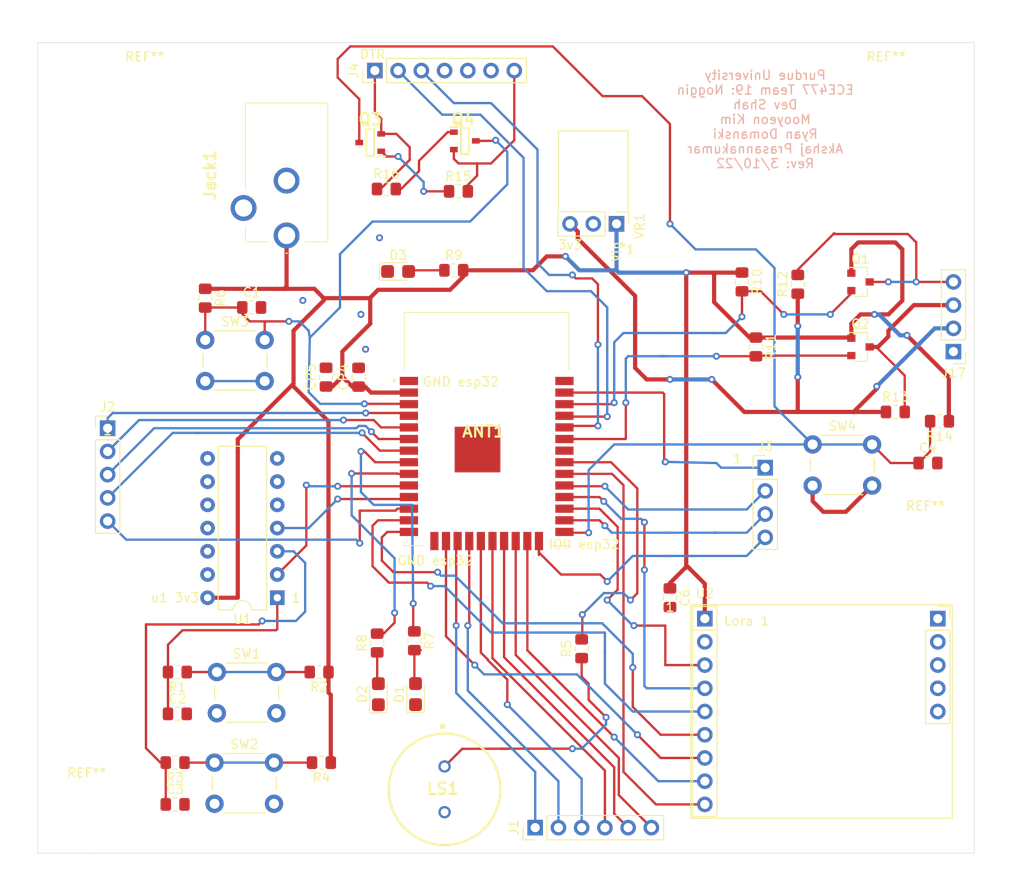
<source format=kicad_pcb>
(kicad_pcb (version 20171130) (host pcbnew "(5.1.5)-3")

  (general
    (thickness 1.6)
    (drawings 18)
    (tracks 584)
    (zones 0)
    (modules 49)
    (nets 65)
  )

  (page A4)
  (layers
    (0 F.Cu signal)
    (31 B.Cu signal)
    (32 B.Adhes user)
    (33 F.Adhes user)
    (34 B.Paste user)
    (35 F.Paste user)
    (36 B.SilkS user)
    (37 F.SilkS user)
    (38 B.Mask user)
    (39 F.Mask user)
    (40 Dwgs.User user)
    (41 Cmts.User user)
    (42 Eco1.User user)
    (43 Eco2.User user)
    (44 Edge.Cuts user)
    (45 Margin user)
    (46 B.CrtYd user)
    (47 F.CrtYd user)
    (48 B.Fab user)
    (49 F.Fab user)
  )

  (setup
    (last_trace_width 0.254)
    (user_trace_width 0.4064)
    (user_trace_width 0.4572)
    (user_trace_width 0.6096)
    (trace_clearance 0.254)
    (zone_clearance 0.508)
    (zone_45_only no)
    (trace_min 0.1524)
    (via_size 0.762)
    (via_drill 0.381)
    (via_min_size 0.508)
    (via_min_drill 0.254)
    (uvia_size 0.762)
    (uvia_drill 0.381)
    (uvias_allowed no)
    (uvia_min_size 0.508)
    (uvia_min_drill 0.254)
    (edge_width 0.05)
    (segment_width 0.2)
    (pcb_text_width 0.3)
    (pcb_text_size 1.5 1.5)
    (mod_edge_width 0.12)
    (mod_text_size 1 1)
    (mod_text_width 0.15)
    (pad_size 1.524 1.524)
    (pad_drill 0.762)
    (pad_to_mask_clearance 0.0508)
    (solder_mask_min_width 0.1016)
    (aux_axis_origin 0 0)
    (visible_elements 7FFFFFFF)
    (pcbplotparams
      (layerselection 0x010f0_ffffffff)
      (usegerberextensions true)
      (usegerberattributes false)
      (usegerberadvancedattributes false)
      (creategerberjobfile false)
      (excludeedgelayer true)
      (linewidth 0.100000)
      (plotframeref false)
      (viasonmask false)
      (mode 1)
      (useauxorigin false)
      (hpglpennumber 1)
      (hpglpenspeed 20)
      (hpglpendiameter 15.000000)
      (psnegative false)
      (psa4output false)
      (plotreference true)
      (plotvalue false)
      (plotinvisibletext false)
      (padsonsilk false)
      (subtractmaskfromsilk false)
      (outputformat 1)
      (mirror false)
      (drillshape 0)
      (scaleselection 1)
      (outputdirectory "gerbers/"))
  )

  (net 0 "")
  (net 1 GND)
  (net 2 +3V3)
  (net 3 RESET)
  (net 4 GPIO36)
  (net 5 GPIO39)
  (net 6 IO34)
  (net 7 IO35)
  (net 8 "Net-(ANT1-Pad8)")
  (net 9 "Net-(ANT1-Pad9)")
  (net 10 IO25)
  (net 11 IO26)
  (net 12 IO27)
  (net 13 SD2)
  (net 14 SD3)
  (net 15 CS)
  (net 16 CLK)
  (net 17 SD0)
  (net 18 SD1)
  (net 19 IO2)
  (net 20 IO0)
  (net 21 IO4)
  (net 22 IO16)
  (net 23 IO17)
  (net 24 IO5)
  (net 25 IO18)
  (net 26 "Net-(ANT1-Pad32)")
  (net 27 SDA)
  (net 28 RX)
  (net 29 TX)
  (net 30 SCL)
  (net 31 IO23)
  (net 32 "Net-(C2-Pad1)")
  (net 33 "Net-(C3-Pad1)")
  (net 34 "Net-(D1-Pad2)")
  (net 35 "Net-(D2-Pad2)")
  (net 36 "Net-(D3-Pad2)")
  (net 37 "Net-(LS1-Pad1)")
  (net 38 "Net-(R1-Pad1)")
  (net 39 "Net-(R3-Pad1)")
  (net 40 "Net-(SW3-Pad2)")
  (net 41 "Net-(U1-Pad8)")
  (net 42 "Net-(U1-Pad10)")
  (net 43 "Net-(U1-Pad12)")
  (net 44 "Net-(U1-Pad6)")
  (net 45 "Net-(U2-Pad13)")
  (net 46 "Net-(U2-Pad10)")
  (net 47 "Net-(U2-Pad12)")
  (net 48 "Net-(U2-Pad14)")
  (net 49 "Net-(U2-Pad11)")
  (net 50 +5V)
  (net 51 "Net-(J17-Pad4)")
  (net 52 "Net-(J17-Pad3)")
  (net 53 MISO)
  (net 54 MOSI)
  (net 55 CMD)
  (net 56 "Net-(ANT1-Pad31)")
  (net 57 SCLK)
  (net 58 DTR)
  (net 59 "Net-(J4-Pad4)")
  (net 60 "Net-(J4-Pad5)")
  (net 61 RTS)
  (net 62 "Net-(Q3-Pad1)")
  (net 63 "Net-(Q4-Pad1)")
  (net 64 "Net-(SW4-Pad2)")

  (net_class Default "This is the default net class."
    (clearance 0.254)
    (trace_width 0.254)
    (via_dia 0.762)
    (via_drill 0.381)
    (uvia_dia 0.762)
    (uvia_drill 0.381)
    (add_net +3V3)
    (add_net +5V)
    (add_net CLK)
    (add_net CMD)
    (add_net CS)
    (add_net DTR)
    (add_net GND)
    (add_net GPIO36)
    (add_net GPIO39)
    (add_net IO0)
    (add_net IO16)
    (add_net IO17)
    (add_net IO18)
    (add_net IO2)
    (add_net IO23)
    (add_net IO25)
    (add_net IO26)
    (add_net IO27)
    (add_net IO34)
    (add_net IO35)
    (add_net IO4)
    (add_net IO5)
    (add_net MISO)
    (add_net MOSI)
    (add_net "Net-(ANT1-Pad31)")
    (add_net "Net-(ANT1-Pad32)")
    (add_net "Net-(ANT1-Pad8)")
    (add_net "Net-(ANT1-Pad9)")
    (add_net "Net-(C2-Pad1)")
    (add_net "Net-(C3-Pad1)")
    (add_net "Net-(D1-Pad2)")
    (add_net "Net-(D2-Pad2)")
    (add_net "Net-(D3-Pad2)")
    (add_net "Net-(J17-Pad3)")
    (add_net "Net-(J17-Pad4)")
    (add_net "Net-(J4-Pad4)")
    (add_net "Net-(J4-Pad5)")
    (add_net "Net-(LS1-Pad1)")
    (add_net "Net-(Q3-Pad1)")
    (add_net "Net-(Q4-Pad1)")
    (add_net "Net-(R1-Pad1)")
    (add_net "Net-(R3-Pad1)")
    (add_net "Net-(SW3-Pad2)")
    (add_net "Net-(SW4-Pad2)")
    (add_net "Net-(U1-Pad10)")
    (add_net "Net-(U1-Pad12)")
    (add_net "Net-(U1-Pad6)")
    (add_net "Net-(U1-Pad8)")
    (add_net "Net-(U2-Pad10)")
    (add_net "Net-(U2-Pad11)")
    (add_net "Net-(U2-Pad12)")
    (add_net "Net-(U2-Pad13)")
    (add_net "Net-(U2-Pad14)")
    (add_net RESET)
    (add_net RTS)
    (add_net RX)
    (add_net SCL)
    (add_net SCLK)
    (add_net SD0)
    (add_net SD1)
    (add_net SD2)
    (add_net SD3)
    (add_net SDA)
    (add_net TX)
  )

  (module Noggin:RFM9x (layer F.Cu) (tedit 622AA1AC) (tstamp 622106ED)
    (at 173.99 116.332)
    (descr "LoRa Module")
    (path /621CB351)
    (fp_text reference U2 (at 0 -2.75) (layer F.SilkS)
      (effects (font (size 1 1) (thickness 0.15)))
    )
    (fp_text value RFM9-LoRa-Radio (at 0 23) (layer F.Fab)
      (effects (font (size 1 1) (thickness 0.15)))
    )
    (fp_line (start -1.778 -1.6764) (end -1.7018 -1.6764) (layer F.CrtYd) (width 0.12))
    (fp_line (start -1.778 21.9964) (end -1.778 -1.6764) (layer F.CrtYd) (width 0.12))
    (fp_line (start 1.6256 21.9456) (end -1.778 21.9964) (layer F.CrtYd) (width 0.12))
    (fp_line (start 1.5748 -1.6764) (end 1.6256 21.9456) (layer F.CrtYd) (width 0.12))
    (fp_line (start -1.7018 -1.6764) (end 1.5748 -1.6764) (layer F.CrtYd) (width 0.12))
    (fp_line (start -1.33 1.27) (end -1.34 1.26) (layer F.SilkS) (width 0.12))
    (fp_line (start -1.34 0.01) (end -1.33 1.27) (layer F.SilkS) (width 0.12))
    (fp_line (start 1.33 1.22) (end 1.31 1.24) (layer F.SilkS) (width 0.12))
    (fp_line (start 1.32 -1.33) (end 1.33 1.22) (layer F.SilkS) (width 0.12))
    (fp_line (start 0 -1.33) (end 1.32 -1.33) (layer F.SilkS) (width 0.12))
    (fp_line (start -1.524 -1.524) (end -1.524 21.844) (layer F.SilkS) (width 0.12))
    (fp_line (start -1.27 -0.635) (end -0.635 -1.27) (layer F.Fab) (width 0.1))
    (fp_line (start -1.27 21.59) (end -1.27 -0.635) (layer F.Fab) (width 0.1))
    (fp_line (start -1.33 -1.33) (end 0 -1.33) (layer F.SilkS) (width 0.12))
    (fp_line (start -1.33 1.27) (end 1.33 1.27) (layer F.SilkS) (width 0.12))
    (fp_line (start 1.27 -1.27) (end 1.27 21.59) (layer F.Fab) (width 0.1))
    (fp_line (start -1.33 21.65) (end 1.33 21.65) (layer F.SilkS) (width 0.12))
    (fp_line (start -1.33 0) (end -1.33 -1.33) (layer F.SilkS) (width 0.12))
    (fp_line (start -1.33 1.27) (end -1.33 21.65) (layer F.SilkS) (width 0.12))
    (fp_line (start -0.635 -1.27) (end 1.27 -1.27) (layer F.Fab) (width 0.1))
    (fp_line (start 1.33 1.27) (end 1.33 21.65) (layer F.SilkS) (width 0.12))
    (fp_line (start 1.27 21.59) (end -1.27 21.59) (layer F.Fab) (width 0.1))
    (fp_text user %R (at 0 10.16 90) (layer F.Fab)
      (effects (font (size 1 1) (thickness 0.15)))
    )
    (fp_text user 1 (at -3.81 -1.27) (layer F.SilkS)
      (effects (font (size 1 1) (thickness 0.15)))
    )
    (fp_line (start 26.105 -1.27) (end 26.74 -0.635) (layer F.Fab) (width 0.1))
    (fp_line (start 27.22 -1.8) (end 27.22 11.9) (layer F.CrtYd) (width 0.05))
    (fp_line (start 23.67 11.9) (end 23.67 -1.8) (layer F.CrtYd) (width 0.05))
    (fp_line (start 26.8 1.27) (end 26.8 11.49) (layer F.SilkS) (width 0.12))
    (fp_line (start 26.74 11.43) (end 24.2 11.43) (layer F.Fab) (width 0.1))
    (fp_line (start 25.47 -1.33) (end 26.8 -1.33) (layer F.SilkS) (width 0.12))
    (fp_line (start 27.22 11.9) (end 23.67 11.9) (layer F.CrtYd) (width 0.05))
    (fp_line (start 24.14 11.49) (end 26.8 11.49) (layer F.SilkS) (width 0.12))
    (fp_line (start 23.67 -1.8) (end 27.22 -1.8) (layer F.CrtYd) (width 0.05))
    (fp_line (start 26.74 -0.635) (end 26.74 11.43) (layer F.Fab) (width 0.1))
    (fp_line (start 24.2 -1.27) (end 26.105 -1.27) (layer F.Fab) (width 0.1))
    (fp_line (start 26.8 -1.33) (end 26.8 0) (layer F.SilkS) (width 0.12))
    (fp_line (start 24.2 11.43) (end 24.2 -1.27) (layer F.Fab) (width 0.1))
    (fp_line (start 24.14 1.27) (end 24.14 11.49) (layer F.SilkS) (width 0.12))
    (fp_line (start 24.14 1.27) (end 26.8 1.27) (layer F.SilkS) (width 0.12))
    (fp_line (start -1.524 -1.524) (end 27.051 -1.524) (layer F.SilkS) (width 0.12))
    (fp_line (start 27.051 -1.524) (end 27.051 21.844) (layer F.SilkS) (width 0.12))
    (fp_line (start 27.051 21.844) (end -1.524 21.844) (layer F.SilkS) (width 0.12))
    (pad 7 thru_hole oval (at 0 15.24) (size 1.7 1.7) (drill 1) (layers *.Cu *.Mask)
      (net 54 MOSI))
    (pad 8 thru_hole oval (at 0 17.78) (size 1.7 1.7) (drill 1) (layers *.Cu *.Mask)
      (net 15 CS))
    (pad 9 thru_hole oval (at 0 20.32) (size 1.7 1.7) (drill 1) (layers *.Cu *.Mask)
      (net 25 IO18))
    (pad 1 thru_hole rect (at 0 0) (size 1.7 1.7) (drill 1) (layers *.Cu *.Mask)
      (net 2 +3V3))
    (pad 4 thru_hole oval (at 0 7.62) (size 1.7 1.7) (drill 1) (layers *.Cu *.Mask)
      (net 23 IO17))
    (pad 3 thru_hole oval (at 0 5.08) (size 1.7 1.7) (drill 1) (layers *.Cu *.Mask)
      (net 22 IO16))
    (pad 5 thru_hole oval (at 0 10.16) (size 1.7 1.7) (drill 1) (layers *.Cu *.Mask)
      (net 57 SCLK))
    (pad 2 thru_hole oval (at 0 2.54) (size 1.7 1.7) (drill 1) (layers *.Cu *.Mask)
      (net 1 GND))
    (pad 6 thru_hole oval (at 0 12.7) (size 1.7 1.7) (drill 1) (layers *.Cu *.Mask)
      (net 53 MISO))
    (pad 11 thru_hole oval (at 25.47 7.62) (size 1.7 1.7) (drill 1) (layers *.Cu *.Mask)
      (net 49 "Net-(U2-Pad11)"))
    (pad 14 thru_hole rect (at 25.47 0) (size 1.7 1.7) (drill 1) (layers *.Cu *.Mask)
      (net 48 "Net-(U2-Pad14)"))
    (pad 12 thru_hole oval (at 25.47 5.08) (size 1.7 1.7) (drill 1) (layers *.Cu *.Mask)
      (net 47 "Net-(U2-Pad12)"))
    (pad 10 thru_hole oval (at 25.47 10.16) (size 1.7 1.7) (drill 1) (layers *.Cu *.Mask)
      (net 46 "Net-(U2-Pad10)"))
    (pad 13 thru_hole oval (at 25.47 2.54) (size 1.7 1.7) (drill 1) (layers *.Cu *.Mask)
      (net 45 "Net-(U2-Pad13)"))
  )

  (module Noggin:0805_LED_Extended (layer F.Cu) (tedit 622A9D11) (tstamp 622AF3FE)
    (at 142.24 124.587 90)
    (path /62152961)
    (fp_text reference D1 (at 0 -1.651 90) (layer F.SilkS)
      (effects (font (size 1 1) (thickness 0.15)))
    )
    (fp_text value "Green LED" (at 0 2.159 90) (layer F.Fab)
      (effects (font (size 1 1) (thickness 0.15)))
    )
    (fp_line (start -0.7 -0.473) (end -1 -0.173) (layer F.Fab) (width 0.1))
    (fp_line (start -1.86 1.087) (end 1 1.087) (layer F.SilkS) (width 0.12))
    (fp_line (start -1 -0.173) (end -1 0.727) (layer F.Fab) (width 0.1))
    (fp_line (start -1.85 -0.823) (end 1.85 -0.823) (layer F.CrtYd) (width 0.05))
    (fp_line (start 1 -0.833) (end -1.86 -0.833) (layer F.SilkS) (width 0.12))
    (fp_line (start 1 0.727) (end 1 -0.473) (layer F.Fab) (width 0.1))
    (fp_line (start -1.85 1.077) (end -1.85 -0.823) (layer F.CrtYd) (width 0.05))
    (fp_line (start -2.032 -0.833) (end -2.032 1.087) (layer F.SilkS) (width 0.12))
    (fp_line (start 1.85 1.077) (end -1.85 1.077) (layer F.CrtYd) (width 0.05))
    (fp_line (start 1.85 -0.823) (end 1.85 1.077) (layer F.CrtYd) (width 0.05))
    (fp_line (start 1 -0.473) (end -0.7 -0.473) (layer F.Fab) (width 0.1))
    (fp_line (start -1 0.727) (end 1 0.727) (layer F.Fab) (width 0.1))
    (fp_text user %R (at 0 0.127 90) (layer F.Fab)
      (effects (font (size 0.5 0.5) (thickness 0.08)))
    )
    (pad 1 smd roundrect (at -1.152 0.127 90) (size 1.404 1.4) (layers F.Cu F.Paste F.Mask) (roundrect_rratio 0.217)
      (net 1 GND))
    (pad 2 smd roundrect (at 1.152 0.127 90) (size 1.404 1.4) (layers F.Cu F.Paste F.Mask) (roundrect_rratio 0.217)
      (net 34 "Net-(D1-Pad2)"))
  )

  (module Noggin:0805_LED_Extended (layer F.Cu) (tedit 622A9D11) (tstamp 622AF410)
    (at 138.176 124.596 90)
    (path /62153081)
    (fp_text reference D2 (at 0 -1.651 90) (layer F.SilkS)
      (effects (font (size 1 1) (thickness 0.15)))
    )
    (fp_text value "Red LED" (at 0 2.159 90) (layer F.Fab)
      (effects (font (size 1 1) (thickness 0.15)))
    )
    (fp_line (start -0.7 -0.473) (end -1 -0.173) (layer F.Fab) (width 0.1))
    (fp_line (start -1.86 1.087) (end 1 1.087) (layer F.SilkS) (width 0.12))
    (fp_line (start -1 -0.173) (end -1 0.727) (layer F.Fab) (width 0.1))
    (fp_line (start -1.85 -0.823) (end 1.85 -0.823) (layer F.CrtYd) (width 0.05))
    (fp_line (start 1 -0.833) (end -1.86 -0.833) (layer F.SilkS) (width 0.12))
    (fp_line (start 1 0.727) (end 1 -0.473) (layer F.Fab) (width 0.1))
    (fp_line (start -1.85 1.077) (end -1.85 -0.823) (layer F.CrtYd) (width 0.05))
    (fp_line (start -2.032 -0.833) (end -2.032 1.087) (layer F.SilkS) (width 0.12))
    (fp_line (start 1.85 1.077) (end -1.85 1.077) (layer F.CrtYd) (width 0.05))
    (fp_line (start 1.85 -0.823) (end 1.85 1.077) (layer F.CrtYd) (width 0.05))
    (fp_line (start 1 -0.473) (end -0.7 -0.473) (layer F.Fab) (width 0.1))
    (fp_line (start -1 0.727) (end 1 0.727) (layer F.Fab) (width 0.1))
    (fp_text user %R (at 0 0.127 90) (layer F.Fab)
      (effects (font (size 0.5 0.5) (thickness 0.08)))
    )
    (pad 1 smd roundrect (at -1.152 0.127 90) (size 1.404 1.4) (layers F.Cu F.Paste F.Mask) (roundrect_rratio 0.217)
      (net 1 GND))
    (pad 2 smd roundrect (at 1.152 0.127 90) (size 1.404 1.4) (layers F.Cu F.Paste F.Mask) (roundrect_rratio 0.217)
      (net 35 "Net-(D2-Pad2)"))
  )

  (module Noggin:0805_LED_Extended (layer F.Cu) (tedit 622A9D11) (tstamp 622AF422)
    (at 140.462 78.232)
    (path /621F9355)
    (fp_text reference D3 (at 0 -1.651) (layer F.SilkS)
      (effects (font (size 1 1) (thickness 0.15)))
    )
    (fp_text value LED (at 0 2.159) (layer F.Fab)
      (effects (font (size 1 1) (thickness 0.15)))
    )
    (fp_line (start -0.7 -0.473) (end -1 -0.173) (layer F.Fab) (width 0.1))
    (fp_line (start -1.86 1.087) (end 1 1.087) (layer F.SilkS) (width 0.12))
    (fp_line (start -1 -0.173) (end -1 0.727) (layer F.Fab) (width 0.1))
    (fp_line (start -1.85 -0.823) (end 1.85 -0.823) (layer F.CrtYd) (width 0.05))
    (fp_line (start 1 -0.833) (end -1.86 -0.833) (layer F.SilkS) (width 0.12))
    (fp_line (start 1 0.727) (end 1 -0.473) (layer F.Fab) (width 0.1))
    (fp_line (start -1.85 1.077) (end -1.85 -0.823) (layer F.CrtYd) (width 0.05))
    (fp_line (start -2.032 -0.833) (end -2.032 1.087) (layer F.SilkS) (width 0.12))
    (fp_line (start 1.85 1.077) (end -1.85 1.077) (layer F.CrtYd) (width 0.05))
    (fp_line (start 1.85 -0.823) (end 1.85 1.077) (layer F.CrtYd) (width 0.05))
    (fp_line (start 1 -0.473) (end -0.7 -0.473) (layer F.Fab) (width 0.1))
    (fp_line (start -1 0.727) (end 1 0.727) (layer F.Fab) (width 0.1))
    (fp_text user %R (at 0 0.127) (layer F.Fab)
      (effects (font (size 0.5 0.5) (thickness 0.08)))
    )
    (pad 1 smd roundrect (at -1.152 0.127) (size 1.404 1.4) (layers F.Cu F.Paste F.Mask) (roundrect_rratio 0.217)
      (net 1 GND))
    (pad 2 smd roundrect (at 1.152 0.127) (size 1.404 1.4) (layers F.Cu F.Paste F.Mask) (roundrect_rratio 0.217)
      (net 36 "Net-(D3-Pad2)"))
  )

  (module MountingHole:MountingHole_3.2mm_M3 (layer F.Cu) (tedit 56D1B4CB) (tstamp 622204DE)
    (at 106.426 137.414)
    (descr "Mounting Hole 3.2mm, no annular, M3")
    (tags "mounting hole 3.2mm no annular m3")
    (attr virtual)
    (fp_text reference REF** (at 0 -4.2) (layer F.SilkS)
      (effects (font (size 1 1) (thickness 0.15)))
    )
    (fp_text value MountingHole_3.2mm_M3 (at 0 4.2) (layer F.Fab)
      (effects (font (size 1 1) (thickness 0.15)))
    )
    (fp_circle (center 0 0) (end 3.45 0) (layer F.CrtYd) (width 0.05))
    (fp_circle (center 0 0) (end 3.2 0) (layer Cmts.User) (width 0.15))
    (fp_text user %R (at 0 -0.254) (layer F.Fab)
      (effects (font (size 1 1) (thickness 0.15)))
    )
    (pad 1 np_thru_hole circle (at 0 0) (size 3.2 3.2) (drill 3.2) (layers *.Cu *.Mask))
  )

  (module MountingHole:MountingHole_3.2mm_M3 (layer F.Cu) (tedit 56D1B4CB) (tstamp 622204C1)
    (at 198.12 108.204)
    (descr "Mounting Hole 3.2mm, no annular, M3")
    (tags "mounting hole 3.2mm no annular m3")
    (attr virtual)
    (fp_text reference REF** (at 0 -4.2) (layer F.SilkS)
      (effects (font (size 1 1) (thickness 0.15)))
    )
    (fp_text value MountingHole_3.2mm_M3 (at 0 4.2) (layer F.Fab)
      (effects (font (size 1 1) (thickness 0.15)))
    )
    (fp_circle (center 0 0) (end 3.45 0) (layer F.CrtYd) (width 0.05))
    (fp_circle (center 0 0) (end 3.2 0) (layer Cmts.User) (width 0.15))
    (fp_text user %R (at 0.3 0) (layer F.Fab)
      (effects (font (size 1 1) (thickness 0.15)))
    )
    (pad 1 np_thru_hole circle (at 0 0) (size 3.2 3.2) (drill 3.2) (layers *.Cu *.Mask))
  )

  (module MountingHole:MountingHole_3.2mm_M3 (layer F.Cu) (tedit 56D1B4CB) (tstamp 622204A4)
    (at 107.442 57.15)
    (descr "Mounting Hole 3.2mm, no annular, M3")
    (tags "mounting hole 3.2mm no annular m3")
    (attr virtual)
    (fp_text reference REF** (at 5.334 -2.286) (layer F.SilkS)
      (effects (font (size 1 1) (thickness 0.15)))
    )
    (fp_text value MountingHole_3.2mm_M3 (at 0 4.2) (layer F.Fab)
      (effects (font (size 1 1) (thickness 0.15)))
    )
    (fp_circle (center 0 0) (end 3.45 0) (layer F.CrtYd) (width 0.05))
    (fp_circle (center 0 0) (end 3.2 0) (layer Cmts.User) (width 0.15))
    (fp_text user %R (at 0.3 0) (layer F.Fab)
      (effects (font (size 1 1) (thickness 0.15)))
    )
    (pad 1 np_thru_hole circle (at 0 0) (size 3.2 3.2) (drill 3.2) (layers *.Cu *.Mask))
  )

  (module MountingHole:MountingHole_3.2mm_M3 (layer F.Cu) (tedit 56D1B4CB) (tstamp 62220480)
    (at 198.12 57.658)
    (descr "Mounting Hole 3.2mm, no annular, M3")
    (tags "mounting hole 3.2mm no annular m3")
    (attr virtual)
    (fp_text reference REF** (at -4.318 -2.794) (layer F.SilkS)
      (effects (font (size 1 1) (thickness 0.15)))
    )
    (fp_text value MountingHole_3.2mm_M3 (at 0 4.2) (layer F.Fab)
      (effects (font (size 1 1) (thickness 0.15)))
    )
    (fp_circle (center 0 0) (end 3.45 0) (layer F.CrtYd) (width 0.05))
    (fp_circle (center 0 0) (end 3.2 0) (layer Cmts.User) (width 0.15))
    (fp_text user %R (at 0.3 0) (layer F.Fab)
      (effects (font (size 1 1) (thickness 0.15)))
    )
    (pad 1 np_thru_hole circle (at 0 0) (size 3.2 3.2) (drill 3.2) (layers *.Cu *.Mask))
  )

  (module Noggin:ESP32WROOM32D (layer F.Cu) (tedit 0) (tstamp 62210472)
    (at 149.794001 95.846001)
    (descr ESP32-WROOM-32D-1)
    (tags Antenna)
    (path /62150DEA)
    (attr smd)
    (fp_text reference ANT1 (at 0 0) (layer F.SilkS)
      (effects (font (size 1.27 1.27) (thickness 0.254)))
    )
    (fp_text value ESP32-WROOM-32D (at 0 0) (layer F.SilkS) hide
      (effects (font (size 1.27 1.27) (thickness 0.254)))
    )
    (fp_text user %R (at 0 0) (layer F.Fab)
      (effects (font (size 1.27 1.27) (thickness 0.254)))
    )
    (fp_line (start -8.65 -13) (end 9.35 -13) (layer F.Fab) (width 0.2))
    (fp_line (start 9.35 -13) (end 9.35 12.5) (layer F.Fab) (width 0.2))
    (fp_line (start 9.35 12.5) (end -8.65 12.5) (layer F.Fab) (width 0.2))
    (fp_line (start -8.65 12.5) (end -8.65 -13) (layer F.Fab) (width 0.2))
    (fp_line (start -10.35 -13.5) (end 10.35 -13.5) (layer F.CrtYd) (width 0.1))
    (fp_line (start 10.35 -13.5) (end 10.35 13.5) (layer F.CrtYd) (width 0.1))
    (fp_line (start 10.35 13.5) (end -10.35 13.5) (layer F.CrtYd) (width 0.1))
    (fp_line (start -10.35 13.5) (end -10.35 -13.5) (layer F.CrtYd) (width 0.1))
    (fp_line (start -8.65 12) (end -8.65 12.5) (layer F.SilkS) (width 0.1))
    (fp_line (start -8.65 12.5) (end -6.65 12.5) (layer F.SilkS) (width 0.1))
    (fp_line (start 7.35 12.5) (end 9.35 12.5) (layer F.SilkS) (width 0.1))
    (fp_line (start 9.35 12.5) (end 9.35 12) (layer F.SilkS) (width 0.1))
    (fp_line (start -8.65 -6.75) (end -8.65 -13) (layer F.SilkS) (width 0.1))
    (fp_line (start -8.65 -13) (end 9.35 -13) (layer F.SilkS) (width 0.1))
    (fp_line (start 9.35 -13) (end 9.35 -6.75) (layer F.SilkS) (width 0.1))
    (fp_line (start -9.75 -5.65) (end -9.75 -5.65) (layer F.SilkS) (width 0.2))
    (fp_line (start -9.75 -5.45) (end -9.75 -5.45) (layer F.SilkS) (width 0.2))
    (fp_arc (start -9.75 -5.55) (end -9.75 -5.65) (angle 180) (layer F.SilkS) (width 0.2))
    (fp_arc (start -9.75 -5.55) (end -9.75 -5.45) (angle 180) (layer F.SilkS) (width 0.2))
    (pad 1 smd rect (at -8.15 -5.51 90) (size 0.9 2) (layers F.Cu F.Paste F.Mask)
      (net 1 GND))
    (pad 2 smd rect (at -8.15 -4.24 90) (size 0.9 2) (layers F.Cu F.Paste F.Mask)
      (net 2 +3V3))
    (pad 3 smd rect (at -8.15 -2.97 90) (size 0.9 2) (layers F.Cu F.Paste F.Mask)
      (net 3 RESET))
    (pad 4 smd rect (at -8.15 -1.7 90) (size 0.9 2) (layers F.Cu F.Paste F.Mask)
      (net 4 GPIO36))
    (pad 5 smd rect (at -8.15 -0.43 90) (size 0.9 2) (layers F.Cu F.Paste F.Mask)
      (net 5 GPIO39))
    (pad 6 smd rect (at -8.15 0.84 90) (size 0.9 2) (layers F.Cu F.Paste F.Mask)
      (net 6 IO34))
    (pad 7 smd rect (at -8.15 2.11 90) (size 0.9 2) (layers F.Cu F.Paste F.Mask)
      (net 7 IO35))
    (pad 8 smd rect (at -8.15 3.38 90) (size 0.9 2) (layers F.Cu F.Paste F.Mask)
      (net 8 "Net-(ANT1-Pad8)"))
    (pad 9 smd rect (at -8.15 4.65 90) (size 0.9 2) (layers F.Cu F.Paste F.Mask)
      (net 9 "Net-(ANT1-Pad9)"))
    (pad 10 smd rect (at -8.15 5.92 90) (size 0.9 2) (layers F.Cu F.Paste F.Mask)
      (net 10 IO25))
    (pad 11 smd rect (at -8.15 7.19 90) (size 0.9 2) (layers F.Cu F.Paste F.Mask)
      (net 11 IO26))
    (pad 12 smd rect (at -8.15 8.46 90) (size 0.9 2) (layers F.Cu F.Paste F.Mask)
      (net 12 IO27))
    (pad 13 smd rect (at -8.15 9.73 90) (size 0.9 2) (layers F.Cu F.Paste F.Mask)
      (net 57 SCLK))
    (pad 14 smd rect (at -8.15 11 90) (size 0.9 2) (layers F.Cu F.Paste F.Mask)
      (net 53 MISO))
    (pad 15 smd rect (at -5.365 12) (size 0.9 2) (layers F.Cu F.Paste F.Mask)
      (net 1 GND))
    (pad 16 smd rect (at -4.095 12) (size 0.9 2) (layers F.Cu F.Paste F.Mask)
      (net 54 MOSI))
    (pad 17 smd rect (at -2.825 12) (size 0.9 2) (layers F.Cu F.Paste F.Mask)
      (net 13 SD2))
    (pad 18 smd rect (at -1.555 12) (size 0.9 2) (layers F.Cu F.Paste F.Mask)
      (net 14 SD3))
    (pad 19 smd rect (at -0.285 12) (size 0.9 2) (layers F.Cu F.Paste F.Mask)
      (net 55 CMD))
    (pad 20 smd rect (at 0.985 12) (size 0.9 2) (layers F.Cu F.Paste F.Mask)
      (net 16 CLK))
    (pad 21 smd rect (at 2.255 12) (size 0.9 2) (layers F.Cu F.Paste F.Mask)
      (net 17 SD0))
    (pad 22 smd rect (at 3.525 12) (size 0.9 2) (layers F.Cu F.Paste F.Mask)
      (net 18 SD1))
    (pad 23 smd rect (at 4.795 12) (size 0.9 2) (layers F.Cu F.Paste F.Mask)
      (net 15 CS))
    (pad 24 smd rect (at 6.065 12) (size 0.9 2) (layers F.Cu F.Paste F.Mask)
      (net 19 IO2))
    (pad 25 smd rect (at 8.85 11 90) (size 0.9 2) (layers F.Cu F.Paste F.Mask)
      (net 20 IO0))
    (pad 26 smd rect (at 8.85 9.73 90) (size 0.9 2) (layers F.Cu F.Paste F.Mask)
      (net 21 IO4))
    (pad 27 smd rect (at 8.85 8.46 90) (size 0.9 2) (layers F.Cu F.Paste F.Mask)
      (net 22 IO16))
    (pad 28 smd rect (at 8.85 7.19 90) (size 0.9 2) (layers F.Cu F.Paste F.Mask)
      (net 23 IO17))
    (pad 29 smd rect (at 8.85 5.92 90) (size 0.9 2) (layers F.Cu F.Paste F.Mask)
      (net 24 IO5))
    (pad 30 smd rect (at 8.85 4.65 90) (size 0.9 2) (layers F.Cu F.Paste F.Mask)
      (net 25 IO18))
    (pad 31 smd rect (at 8.85 3.38 90) (size 0.9 2) (layers F.Cu F.Paste F.Mask)
      (net 56 "Net-(ANT1-Pad31)"))
    (pad 32 smd rect (at 8.85 2.11 90) (size 0.9 2) (layers F.Cu F.Paste F.Mask)
      (net 26 "Net-(ANT1-Pad32)"))
    (pad 33 smd rect (at 8.85 0.84 90) (size 0.9 2) (layers F.Cu F.Paste F.Mask)
      (net 27 SDA))
    (pad 34 smd rect (at 8.85 -0.43 90) (size 0.9 2) (layers F.Cu F.Paste F.Mask)
      (net 28 RX))
    (pad 35 smd rect (at 8.85 -1.7 90) (size 0.9 2) (layers F.Cu F.Paste F.Mask)
      (net 29 TX))
    (pad 36 smd rect (at 8.85 -2.97 90) (size 0.9 2) (layers F.Cu F.Paste F.Mask)
      (net 30 SCL))
    (pad 37 smd rect (at 8.85 -4.24 90) (size 0.9 2) (layers F.Cu F.Paste F.Mask)
      (net 31 IO23))
    (pad 38 smd rect (at 8.85 -5.51 90) (size 0.9 2) (layers F.Cu F.Paste F.Mask)
      (net 1 GND))
    (pad 39 smd rect (at -0.65 1.99 90) (size 5 5) (layers F.Cu F.Paste F.Mask)
      (net 1 GND))
    (model ESP32-WROOM-32D.stp
      (offset (xyz 0.3099999977284427 0.1899999947622996 0.3999999999530684))
      (scale (xyz 1 1 1))
      (rotate (xyz 0 0 0))
    )
  )

  (module Noggin:U1V10F5-VR (layer F.Cu) (tedit 62202ACD) (tstamp 62210709)
    (at 164.338 73.152 270)
    (descr "Voltage regulator")
    (path /622034FF)
    (fp_text reference VR1 (at 0.254 -2.54 90) (layer F.SilkS)
      (effects (font (size 1 1) (thickness 0.15)))
    )
    (fp_text value U1V10F5 (at -2.794 7.62 90) (layer F.Fab)
      (effects (font (size 1 1) (thickness 0.15)))
    )
    (fp_line (start -1.33 6.41) (end 1.33 6.41) (layer F.SilkS) (width 0.12))
    (fp_line (start -1.27 6.35) (end -1.27 -0.635) (layer F.Fab) (width 0.1))
    (fp_line (start -1.33 1.27) (end -1.33 6.41) (layer F.SilkS) (width 0.12))
    (fp_line (start -1.27 -0.635) (end -0.635 -1.27) (layer F.Fab) (width 0.1))
    (fp_line (start -0.635 -1.27) (end 1.27 -1.27) (layer F.Fab) (width 0.1))
    (fp_line (start 1.27 6.35) (end -1.27 6.35) (layer F.Fab) (width 0.1))
    (fp_line (start 1.27 -1.27) (end 1.27 6.35) (layer F.Fab) (width 0.1))
    (fp_line (start -1.8 -1.8) (end -1.8 6.85) (layer F.CrtYd) (width 0.05))
    (fp_line (start -1.33 0) (end -1.33 -1.33) (layer F.SilkS) (width 0.12))
    (fp_line (start -1.8 6.85) (end 1.8 6.85) (layer F.CrtYd) (width 0.05))
    (fp_line (start 1.33 1.27) (end 1.33 6.41) (layer F.SilkS) (width 0.12))
    (fp_line (start 1.8 6.85) (end 1.8 -1.8) (layer F.CrtYd) (width 0.05))
    (fp_line (start 1.8 -1.8) (end -1.8 -1.8) (layer F.CrtYd) (width 0.05))
    (fp_line (start -1.33 -1.33) (end 0 -1.33) (layer F.SilkS) (width 0.12))
    (fp_line (start -1.33 1.27) (end 1.33 1.27) (layer F.SilkS) (width 0.12))
    (fp_text user %R (at 0 2.54) (layer F.Fab)
      (effects (font (size 1 1) (thickness 0.15)))
    )
    (fp_line (start -1.524 -1.27) (end -10.16 -1.27) (layer F.SilkS) (width 0.12))
    (fp_line (start -10.16 -1.27) (end -10.16 6.35) (layer F.SilkS) (width 0.12))
    (fp_line (start -10.16 6.35) (end -1.524 6.35) (layer F.SilkS) (width 0.12))
    (fp_text user Vin (at 3.048 0 90) (layer F.SilkS)
      (effects (font (size 1 1) (thickness 0.15)))
    )
    (fp_text user * (at 2.286 -1.016 90) (layer F.SilkS)
      (effects (font (size 1 1) (thickness 0.15)))
    )
    (pad 2 thru_hole oval (at 0 2.54 270) (size 1.7 1.7) (drill 1) (layers *.Cu *.Mask)
      (net 1 GND))
    (pad 1 thru_hole rect (at 0 0 270) (size 1.7 1.7) (drill 1) (layers *.Cu *.Mask)
      (net 2 +3V3))
    (pad 3 thru_hole oval (at 0 5.08 270) (size 1.7 1.7) (drill 1) (layers *.Cu *.Mask)
      (net 50 +5V))
  )

  (module Capacitor_SMD:C_0805_2012Metric_Pad1.15x1.40mm_HandSolder (layer F.Cu) (tedit 5B36C52B) (tstamp 62210483)
    (at 124.451 82.296)
    (descr "Capacitor SMD 0805 (2012 Metric), square (rectangular) end terminal, IPC_7351 nominal with elongated pad for handsoldering. (Body size source: https://docs.google.com/spreadsheets/d/1BsfQQcO9C6DZCsRaXUlFlo91Tg2WpOkGARC1WS5S8t0/edit?usp=sharing), generated with kicad-footprint-generator")
    (tags "capacitor handsolder")
    (path /622A42B5)
    (attr smd)
    (fp_text reference C1 (at 0 -1.65) (layer F.SilkS)
      (effects (font (size 1 1) (thickness 0.15)))
    )
    (fp_text value 1u (at 0 1.65) (layer F.Fab)
      (effects (font (size 1 1) (thickness 0.15)))
    )
    (fp_line (start -1 0.6) (end -1 -0.6) (layer F.Fab) (width 0.1))
    (fp_line (start -1 -0.6) (end 1 -0.6) (layer F.Fab) (width 0.1))
    (fp_line (start 1 -0.6) (end 1 0.6) (layer F.Fab) (width 0.1))
    (fp_line (start 1 0.6) (end -1 0.6) (layer F.Fab) (width 0.1))
    (fp_line (start -0.261252 -0.71) (end 0.261252 -0.71) (layer F.SilkS) (width 0.12))
    (fp_line (start -0.261252 0.71) (end 0.261252 0.71) (layer F.SilkS) (width 0.12))
    (fp_line (start -1.85 0.95) (end -1.85 -0.95) (layer F.CrtYd) (width 0.05))
    (fp_line (start -1.85 -0.95) (end 1.85 -0.95) (layer F.CrtYd) (width 0.05))
    (fp_line (start 1.85 -0.95) (end 1.85 0.95) (layer F.CrtYd) (width 0.05))
    (fp_line (start 1.85 0.95) (end -1.85 0.95) (layer F.CrtYd) (width 0.05))
    (fp_text user %R (at 0 0) (layer F.Fab)
      (effects (font (size 0.5 0.5) (thickness 0.08)))
    )
    (pad 1 smd roundrect (at -1.025 0) (size 1.15 1.4) (layers F.Cu F.Paste F.Mask) (roundrect_rratio 0.217391)
      (net 3 RESET))
    (pad 2 smd roundrect (at 1.025 0) (size 1.15 1.4) (layers F.Cu F.Paste F.Mask) (roundrect_rratio 0.217391)
      (net 1 GND))
    (model ${KISYS3DMOD}/Capacitor_SMD.3dshapes/C_0805_2012Metric.wrl
      (at (xyz 0 0 0))
      (scale (xyz 1 1 1))
      (rotate (xyz 0 0 0))
    )
  )

  (module Capacitor_SMD:C_0805_2012Metric_Pad1.15x1.40mm_HandSolder (layer F.Cu) (tedit 5B36C52B) (tstamp 62210494)
    (at 116.332 126.746)
    (descr "Capacitor SMD 0805 (2012 Metric), square (rectangular) end terminal, IPC_7351 nominal with elongated pad for handsoldering. (Body size source: https://docs.google.com/spreadsheets/d/1BsfQQcO9C6DZCsRaXUlFlo91Tg2WpOkGARC1WS5S8t0/edit?usp=sharing), generated with kicad-footprint-generator")
    (tags "capacitor handsolder")
    (path /6215D20A)
    (attr smd)
    (fp_text reference C2 (at 0 -1.65) (layer F.SilkS)
      (effects (font (size 1 1) (thickness 0.15)))
    )
    (fp_text value 0.1u (at 0 1.65) (layer F.Fab)
      (effects (font (size 1 1) (thickness 0.15)))
    )
    (fp_text user %R (at 0.245 0) (layer F.Fab)
      (effects (font (size 0.5 0.5) (thickness 0.08)))
    )
    (fp_line (start 1.85 0.95) (end -1.85 0.95) (layer F.CrtYd) (width 0.05))
    (fp_line (start 1.85 -0.95) (end 1.85 0.95) (layer F.CrtYd) (width 0.05))
    (fp_line (start -1.85 -0.95) (end 1.85 -0.95) (layer F.CrtYd) (width 0.05))
    (fp_line (start -1.85 0.95) (end -1.85 -0.95) (layer F.CrtYd) (width 0.05))
    (fp_line (start -0.261252 0.71) (end 0.261252 0.71) (layer F.SilkS) (width 0.12))
    (fp_line (start -0.261252 -0.71) (end 0.261252 -0.71) (layer F.SilkS) (width 0.12))
    (fp_line (start 1 0.6) (end -1 0.6) (layer F.Fab) (width 0.1))
    (fp_line (start 1 -0.6) (end 1 0.6) (layer F.Fab) (width 0.1))
    (fp_line (start -1 -0.6) (end 1 -0.6) (layer F.Fab) (width 0.1))
    (fp_line (start -1 0.6) (end -1 -0.6) (layer F.Fab) (width 0.1))
    (pad 2 smd roundrect (at 1.025 0) (size 1.15 1.4) (layers F.Cu F.Paste F.Mask) (roundrect_rratio 0.217391)
      (net 1 GND))
    (pad 1 smd roundrect (at -1.025 0) (size 1.15 1.4) (layers F.Cu F.Paste F.Mask) (roundrect_rratio 0.217391)
      (net 32 "Net-(C2-Pad1)"))
    (model ${KISYS3DMOD}/Capacitor_SMD.3dshapes/C_0805_2012Metric.wrl
      (at (xyz 0 0 0))
      (scale (xyz 1 1 1))
      (rotate (xyz 0 0 0))
    )
  )

  (module Capacitor_SMD:C_0805_2012Metric_Pad1.15x1.40mm_HandSolder (layer F.Cu) (tedit 5B36C52B) (tstamp 622104A5)
    (at 116.087 136.652)
    (descr "Capacitor SMD 0805 (2012 Metric), square (rectangular) end terminal, IPC_7351 nominal with elongated pad for handsoldering. (Body size source: https://docs.google.com/spreadsheets/d/1BsfQQcO9C6DZCsRaXUlFlo91Tg2WpOkGARC1WS5S8t0/edit?usp=sharing), generated with kicad-footprint-generator")
    (tags "capacitor handsolder")
    (path /621F5611)
    (attr smd)
    (fp_text reference C3 (at 0 -1.65) (layer F.SilkS)
      (effects (font (size 1 1) (thickness 0.15)))
    )
    (fp_text value 0.1u (at 0 1.65) (layer F.Fab)
      (effects (font (size 1 1) (thickness 0.15)))
    )
    (fp_text user %R (at 0 0) (layer F.Fab)
      (effects (font (size 0.5 0.5) (thickness 0.08)))
    )
    (fp_line (start 1.85 0.95) (end -1.85 0.95) (layer F.CrtYd) (width 0.05))
    (fp_line (start 1.85 -0.95) (end 1.85 0.95) (layer F.CrtYd) (width 0.05))
    (fp_line (start -1.85 -0.95) (end 1.85 -0.95) (layer F.CrtYd) (width 0.05))
    (fp_line (start -1.85 0.95) (end -1.85 -0.95) (layer F.CrtYd) (width 0.05))
    (fp_line (start -0.261252 0.71) (end 0.261252 0.71) (layer F.SilkS) (width 0.12))
    (fp_line (start -0.261252 -0.71) (end 0.261252 -0.71) (layer F.SilkS) (width 0.12))
    (fp_line (start 1 0.6) (end -1 0.6) (layer F.Fab) (width 0.1))
    (fp_line (start 1 -0.6) (end 1 0.6) (layer F.Fab) (width 0.1))
    (fp_line (start -1 -0.6) (end 1 -0.6) (layer F.Fab) (width 0.1))
    (fp_line (start -1 0.6) (end -1 -0.6) (layer F.Fab) (width 0.1))
    (pad 2 smd roundrect (at 1.025 0) (size 1.15 1.4) (layers F.Cu F.Paste F.Mask) (roundrect_rratio 0.217391)
      (net 1 GND))
    (pad 1 smd roundrect (at -1.025 0) (size 1.15 1.4) (layers F.Cu F.Paste F.Mask) (roundrect_rratio 0.217391)
      (net 33 "Net-(C3-Pad1)"))
    (model ${KISYS3DMOD}/Capacitor_SMD.3dshapes/C_0805_2012Metric.wrl
      (at (xyz 0 0 0))
      (scale (xyz 1 1 1))
      (rotate (xyz 0 0 0))
    )
  )

  (module Capacitor_SMD:C_0805_2012Metric_Pad1.15x1.40mm_HandSolder (layer F.Cu) (tedit 5B36C52B) (tstamp 622104B6)
    (at 170.18 114.046 270)
    (descr "Capacitor SMD 0805 (2012 Metric), square (rectangular) end terminal, IPC_7351 nominal with elongated pad for handsoldering. (Body size source: https://docs.google.com/spreadsheets/d/1BsfQQcO9C6DZCsRaXUlFlo91Tg2WpOkGARC1WS5S8t0/edit?usp=sharing), generated with kicad-footprint-generator")
    (tags "capacitor handsolder")
    (path /62280047)
    (attr smd)
    (fp_text reference C6 (at 0 -1.65 90) (layer F.SilkS)
      (effects (font (size 1 1) (thickness 0.15)))
    )
    (fp_text value 100n (at 0 1.65 90) (layer F.Fab)
      (effects (font (size 1 1) (thickness 0.15)))
    )
    (fp_text user %R (at 0 0 90) (layer F.Fab)
      (effects (font (size 0.5 0.5) (thickness 0.08)))
    )
    (fp_line (start 1.85 0.95) (end -1.85 0.95) (layer F.CrtYd) (width 0.05))
    (fp_line (start 1.85 -0.95) (end 1.85 0.95) (layer F.CrtYd) (width 0.05))
    (fp_line (start -1.85 -0.95) (end 1.85 -0.95) (layer F.CrtYd) (width 0.05))
    (fp_line (start -1.85 0.95) (end -1.85 -0.95) (layer F.CrtYd) (width 0.05))
    (fp_line (start -0.261252 0.71) (end 0.261252 0.71) (layer F.SilkS) (width 0.12))
    (fp_line (start -0.261252 -0.71) (end 0.261252 -0.71) (layer F.SilkS) (width 0.12))
    (fp_line (start 1 0.6) (end -1 0.6) (layer F.Fab) (width 0.1))
    (fp_line (start 1 -0.6) (end 1 0.6) (layer F.Fab) (width 0.1))
    (fp_line (start -1 -0.6) (end 1 -0.6) (layer F.Fab) (width 0.1))
    (fp_line (start -1 0.6) (end -1 -0.6) (layer F.Fab) (width 0.1))
    (pad 2 smd roundrect (at 1.025 0 270) (size 1.15 1.4) (layers F.Cu F.Paste F.Mask) (roundrect_rratio 0.217391)
      (net 1 GND))
    (pad 1 smd roundrect (at -1.025 0 270) (size 1.15 1.4) (layers F.Cu F.Paste F.Mask) (roundrect_rratio 0.217391)
      (net 2 +3V3))
    (model ${KISYS3DMOD}/Capacitor_SMD.3dshapes/C_0805_2012Metric.wrl
      (at (xyz 0 0 0))
      (scale (xyz 1 1 1))
      (rotate (xyz 0 0 0))
    )
  )

  (module Capacitor_SMD:C_0805_2012Metric_Pad1.15x1.40mm_HandSolder (layer F.Cu) (tedit 5B36C52B) (tstamp 622104C7)
    (at 136.144 89.925 90)
    (descr "Capacitor SMD 0805 (2012 Metric), square (rectangular) end terminal, IPC_7351 nominal with elongated pad for handsoldering. (Body size source: https://docs.google.com/spreadsheets/d/1BsfQQcO9C6DZCsRaXUlFlo91Tg2WpOkGARC1WS5S8t0/edit?usp=sharing), generated with kicad-footprint-generator")
    (tags "capacitor handsolder")
    (path /621F9EF2)
    (attr smd)
    (fp_text reference CP4 (at 0 -1.65 90) (layer F.SilkS)
      (effects (font (size 1 1) (thickness 0.15)))
    )
    (fp_text value 10u (at 0 1.65 90) (layer F.Fab)
      (effects (font (size 1 1) (thickness 0.15)))
    )
    (fp_text user %R (at 0 0 90) (layer F.Fab)
      (effects (font (size 0.5 0.5) (thickness 0.08)))
    )
    (fp_line (start 1.85 0.95) (end -1.85 0.95) (layer F.CrtYd) (width 0.05))
    (fp_line (start 1.85 -0.95) (end 1.85 0.95) (layer F.CrtYd) (width 0.05))
    (fp_line (start -1.85 -0.95) (end 1.85 -0.95) (layer F.CrtYd) (width 0.05))
    (fp_line (start -1.85 0.95) (end -1.85 -0.95) (layer F.CrtYd) (width 0.05))
    (fp_line (start -0.261252 0.71) (end 0.261252 0.71) (layer F.SilkS) (width 0.12))
    (fp_line (start -0.261252 -0.71) (end 0.261252 -0.71) (layer F.SilkS) (width 0.12))
    (fp_line (start 1 0.6) (end -1 0.6) (layer F.Fab) (width 0.1))
    (fp_line (start 1 -0.6) (end 1 0.6) (layer F.Fab) (width 0.1))
    (fp_line (start -1 -0.6) (end 1 -0.6) (layer F.Fab) (width 0.1))
    (fp_line (start -1 0.6) (end -1 -0.6) (layer F.Fab) (width 0.1))
    (pad 2 smd roundrect (at 1.025 0 90) (size 1.15 1.4) (layers F.Cu F.Paste F.Mask) (roundrect_rratio 0.217391)
      (net 1 GND))
    (pad 1 smd roundrect (at -1.025 0 90) (size 1.15 1.4) (layers F.Cu F.Paste F.Mask) (roundrect_rratio 0.217391)
      (net 2 +3V3))
    (model ${KISYS3DMOD}/Capacitor_SMD.3dshapes/C_0805_2012Metric.wrl
      (at (xyz 0 0 0))
      (scale (xyz 1 1 1))
      (rotate (xyz 0 0 0))
    )
  )

  (module Capacitor_SMD:C_0805_2012Metric_Pad1.15x1.40mm_HandSolder (layer F.Cu) (tedit 5B36C52B) (tstamp 622104D8)
    (at 132.588 89.916 90)
    (descr "Capacitor SMD 0805 (2012 Metric), square (rectangular) end terminal, IPC_7351 nominal with elongated pad for handsoldering. (Body size source: https://docs.google.com/spreadsheets/d/1BsfQQcO9C6DZCsRaXUlFlo91Tg2WpOkGARC1WS5S8t0/edit?usp=sharing), generated with kicad-footprint-generator")
    (tags "capacitor handsolder")
    (path /621FAF6D)
    (attr smd)
    (fp_text reference CP5 (at 0 -1.65 90) (layer F.SilkS)
      (effects (font (size 1 1) (thickness 0.15)))
    )
    (fp_text value 0.1u (at 0 1.65 90) (layer F.Fab)
      (effects (font (size 1 1) (thickness 0.15)))
    )
    (fp_line (start -1 0.6) (end -1 -0.6) (layer F.Fab) (width 0.1))
    (fp_line (start -1 -0.6) (end 1 -0.6) (layer F.Fab) (width 0.1))
    (fp_line (start 1 -0.6) (end 1 0.6) (layer F.Fab) (width 0.1))
    (fp_line (start 1 0.6) (end -1 0.6) (layer F.Fab) (width 0.1))
    (fp_line (start -0.261252 -0.71) (end 0.261252 -0.71) (layer F.SilkS) (width 0.12))
    (fp_line (start -0.261252 0.71) (end 0.261252 0.71) (layer F.SilkS) (width 0.12))
    (fp_line (start -1.85 0.95) (end -1.85 -0.95) (layer F.CrtYd) (width 0.05))
    (fp_line (start -1.85 -0.95) (end 1.85 -0.95) (layer F.CrtYd) (width 0.05))
    (fp_line (start 1.85 -0.95) (end 1.85 0.95) (layer F.CrtYd) (width 0.05))
    (fp_line (start 1.85 0.95) (end -1.85 0.95) (layer F.CrtYd) (width 0.05))
    (fp_text user %R (at 0 0 90) (layer F.Fab)
      (effects (font (size 0.5 0.5) (thickness 0.08)))
    )
    (pad 1 smd roundrect (at -1.025 0 90) (size 1.15 1.4) (layers F.Cu F.Paste F.Mask) (roundrect_rratio 0.217391)
      (net 2 +3V3))
    (pad 2 smd roundrect (at 1.025 0 90) (size 1.15 1.4) (layers F.Cu F.Paste F.Mask) (roundrect_rratio 0.217391)
      (net 1 GND))
    (model ${KISYS3DMOD}/Capacitor_SMD.3dshapes/C_0805_2012Metric.wrl
      (at (xyz 0 0 0))
      (scale (xyz 1 1 1))
      (rotate (xyz 0 0 0))
    )
  )

  (module Connector_PinHeader_2.54mm:PinHeader_1x04_P2.54mm_Vertical (layer F.Cu) (tedit 59FED5CC) (tstamp 62210574)
    (at 201.168 87.122 180)
    (descr "Through hole straight pin header, 1x04, 2.54mm pitch, single row")
    (tags "Through hole pin header THT 1x04 2.54mm single row")
    (path /623C20E4)
    (fp_text reference J17 (at 0 -2.33) (layer F.SilkS)
      (effects (font (size 1 1) (thickness 0.15)))
    )
    (fp_text value Conn_01x04_Female (at 0 9.95) (layer F.Fab)
      (effects (font (size 1 1) (thickness 0.15)))
    )
    (fp_line (start -0.635 -1.27) (end 1.27 -1.27) (layer F.Fab) (width 0.1))
    (fp_line (start 1.27 -1.27) (end 1.27 8.89) (layer F.Fab) (width 0.1))
    (fp_line (start 1.27 8.89) (end -1.27 8.89) (layer F.Fab) (width 0.1))
    (fp_line (start -1.27 8.89) (end -1.27 -0.635) (layer F.Fab) (width 0.1))
    (fp_line (start -1.27 -0.635) (end -0.635 -1.27) (layer F.Fab) (width 0.1))
    (fp_line (start -1.33 8.95) (end 1.33 8.95) (layer F.SilkS) (width 0.12))
    (fp_line (start -1.33 1.27) (end -1.33 8.95) (layer F.SilkS) (width 0.12))
    (fp_line (start 1.33 1.27) (end 1.33 8.95) (layer F.SilkS) (width 0.12))
    (fp_line (start -1.33 1.27) (end 1.33 1.27) (layer F.SilkS) (width 0.12))
    (fp_line (start -1.33 0) (end -1.33 -1.33) (layer F.SilkS) (width 0.12))
    (fp_line (start -1.33 -1.33) (end 0 -1.33) (layer F.SilkS) (width 0.12))
    (fp_line (start -1.8 -1.8) (end -1.8 9.4) (layer F.CrtYd) (width 0.05))
    (fp_line (start -1.8 9.4) (end 1.8 9.4) (layer F.CrtYd) (width 0.05))
    (fp_line (start 1.8 9.4) (end 1.8 -1.8) (layer F.CrtYd) (width 0.05))
    (fp_line (start 1.8 -1.8) (end -1.8 -1.8) (layer F.CrtYd) (width 0.05))
    (fp_text user %R (at -0.254 4.064 90) (layer F.Fab)
      (effects (font (size 1 1) (thickness 0.15)))
    )
    (pad 1 thru_hole rect (at 0 0 180) (size 1.7 1.7) (drill 1) (layers *.Cu *.Mask)
      (net 1 GND))
    (pad 2 thru_hole oval (at 0 2.54 180) (size 1.7 1.7) (drill 1) (layers *.Cu *.Mask)
      (net 50 +5V))
    (pad 3 thru_hole oval (at 0 5.08 180) (size 1.7 1.7) (drill 1) (layers *.Cu *.Mask)
      (net 52 "Net-(J17-Pad3)"))
    (pad 4 thru_hole oval (at 0 7.62 180) (size 1.7 1.7) (drill 1) (layers *.Cu *.Mask)
      (net 51 "Net-(J17-Pad4)"))
    (model ${KISYS3DMOD}/Connector_PinHeader_2.54mm.3dshapes/PinHeader_1x04_P2.54mm_Vertical.wrl
      (at (xyz 0 0 0))
      (scale (xyz 1 1 1))
      (rotate (xyz 0 0 0))
    )
  )

  (module Noggin:PJ059A (layer F.Cu) (tedit 0) (tstamp 6221058F)
    (at 128.27 74.422 270)
    (descr PJ-059A-3)
    (tags Connector)
    (path /621E718B)
    (fp_text reference Jack1 (at -6.604 8.382 90) (layer F.SilkS)
      (effects (font (size 1.27 1.27) (thickness 0.254)))
    )
    (fp_text value PJ-059A (at -6.542 0.808 90) (layer F.SilkS) hide
      (effects (font (size 1.27 1.27) (thickness 0.254)))
    )
    (fp_text user %R (at -6.542 0.808 90) (layer F.Fab)
      (effects (font (size 1.27 1.27) (thickness 0.254)))
    )
    (fp_line (start -14.5 -4.5) (end 0.7 -4.5) (layer F.Fab) (width 0.2))
    (fp_line (start 0.7 -4.5) (end 0.7 4.5) (layer F.Fab) (width 0.2))
    (fp_line (start 0.7 4.5) (end -14.5 4.5) (layer F.Fab) (width 0.2))
    (fp_line (start -14.5 4.5) (end -14.5 -4.5) (layer F.Fab) (width 0.2))
    (fp_line (start -15.3 -5.3) (end 2.215 -5.3) (layer F.CrtYd) (width 0.1))
    (fp_line (start 2.215 -5.3) (end 2.215 6.915) (layer F.CrtYd) (width 0.1))
    (fp_line (start 2.215 6.915) (end -15.3 6.915) (layer F.CrtYd) (width 0.1))
    (fp_line (start -15.3 6.915) (end -15.3 -5.3) (layer F.CrtYd) (width 0.1))
    (fp_line (start -5 4.5) (end -14.5 4.5) (layer F.SilkS) (width 0.1))
    (fp_line (start -14.5 4.5) (end -14.5 -4.5) (layer F.SilkS) (width 0.1))
    (fp_line (start -14.5 -4.5) (end 0.7 -4.5) (layer F.SilkS) (width 0.1))
    (fp_line (start 0.7 -4.5) (end 0.7 -2) (layer F.SilkS) (width 0.1))
    (fp_line (start -1 4.5) (end 0.7 4.5) (layer F.SilkS) (width 0.1))
    (fp_line (start 0.7 4.5) (end 0.7 2) (layer F.SilkS) (width 0.1))
    (fp_line (start 1.9 0) (end 1.9 0) (layer F.SilkS) (width 0.1))
    (fp_line (start 2 0) (end 2 0) (layer F.SilkS) (width 0.1))
    (fp_arc (start 1.95 0) (end 1.9 0) (angle -180) (layer F.SilkS) (width 0.1))
    (fp_arc (start 1.95 0) (end 2 0) (angle -180) (layer F.SilkS) (width 0.1))
    (pad 1 thru_hole circle (at 0 0 270) (size 2.83 2.83) (drill 1.8868) (layers *.Cu *.Mask)
      (net 2 +3V3))
    (pad 2 thru_hole circle (at -6 0 270) (size 2.83 2.83) (drill 1.8868) (layers *.Cu *.Mask)
      (net 1 GND))
    (pad 3 thru_hole circle (at -3 4.7 270) (size 2.83 2.83) (drill 1.8868) (layers *.Cu *.Mask)
      (net 1 GND))
    (pad MH1 np_thru_hole circle (at -10.5 0 270) (size 2.2 0) (drill 2.2) (layers *.Cu *.Mask))
    (model PJ-059A.stp
      (offset (xyz -14.49999978223176 0 0))
      (scale (xyz 1 1 1))
      (rotate (xyz -90 0 90))
    )
  )

  (module Noggin:PS1240P02BT (layer F.Cu) (tedit 0) (tstamp 62210599)
    (at 145.542 135.001)
    (descr PS1240P02BT)
    (tags "Loudspeaker or Buzzer")
    (path /6215B3F6)
    (fp_text reference LS1 (at -0.206 -0.063) (layer F.SilkS)
      (effects (font (size 1.27 1.27) (thickness 0.254)))
    )
    (fp_text value PS1240P02BT (at 0.508 0) (layer F.SilkS) hide
      (effects (font (size 1.27 1.27) (thickness 0.254)))
    )
    (fp_text user %R (at -0.206 -0.063) (layer F.Fab)
      (effects (font (size 1.27 1.27) (thickness 0.254)))
    )
    (fp_circle (center 0 0) (end 0 6.1) (layer F.SilkS) (width 0.254))
    (fp_circle (center 0 0) (end 0 6.1) (layer F.Fab) (width 0.254))
    (fp_circle (center -0.228 -6.861) (end -0.228 -6.81091) (layer F.SilkS) (width 0.254))
    (pad 1 thru_hole circle (at 0 -2.5) (size 1.35 1.35) (drill 0.85) (layers *.Cu *.Mask)
      (net 37 "Net-(LS1-Pad1)"))
    (pad 2 thru_hole circle (at 0 2.5) (size 1.35 1.35) (drill 0.85) (layers *.Cu *.Mask)
      (net 1 GND))
    (model PS1240P02BT.stp
      (offset (xyz 0 0.02999999887889222 3.859999837124386))
      (scale (xyz 1 1 1))
      (rotate (xyz -90 0 -90))
    )
  )

  (module Resistor_SMD:R_0805_2012Metric_Pad1.15x1.40mm_HandSolder (layer F.Cu) (tedit 5B36C52B) (tstamp 622105AA)
    (at 116.332 122.174 180)
    (descr "Resistor SMD 0805 (2012 Metric), square (rectangular) end terminal, IPC_7351 nominal with elongated pad for handsoldering. (Body size source: https://docs.google.com/spreadsheets/d/1BsfQQcO9C6DZCsRaXUlFlo91Tg2WpOkGARC1WS5S8t0/edit?usp=sharing), generated with kicad-footprint-generator")
    (tags "resistor handsolder")
    (path /6215BF29)
    (attr smd)
    (fp_text reference R1 (at 0 -1.65) (layer F.SilkS)
      (effects (font (size 1 1) (thickness 0.15)))
    )
    (fp_text value 10K (at 0 1.65) (layer F.Fab)
      (effects (font (size 1 1) (thickness 0.15)))
    )
    (fp_line (start -1 0.6) (end -1 -0.6) (layer F.Fab) (width 0.1))
    (fp_line (start -1 -0.6) (end 1 -0.6) (layer F.Fab) (width 0.1))
    (fp_line (start 1 -0.6) (end 1 0.6) (layer F.Fab) (width 0.1))
    (fp_line (start 1 0.6) (end -1 0.6) (layer F.Fab) (width 0.1))
    (fp_line (start -0.261252 -0.71) (end 0.261252 -0.71) (layer F.SilkS) (width 0.12))
    (fp_line (start -0.261252 0.71) (end 0.261252 0.71) (layer F.SilkS) (width 0.12))
    (fp_line (start -1.85 0.95) (end -1.85 -0.95) (layer F.CrtYd) (width 0.05))
    (fp_line (start -1.85 -0.95) (end 1.85 -0.95) (layer F.CrtYd) (width 0.05))
    (fp_line (start 1.85 -0.95) (end 1.85 0.95) (layer F.CrtYd) (width 0.05))
    (fp_line (start 1.85 0.95) (end -1.85 0.95) (layer F.CrtYd) (width 0.05))
    (fp_text user %R (at 0 0) (layer F.Fab)
      (effects (font (size 0.5 0.5) (thickness 0.08)))
    )
    (pad 1 smd roundrect (at -1.025 0 180) (size 1.15 1.4) (layers F.Cu F.Paste F.Mask) (roundrect_rratio 0.217391)
      (net 38 "Net-(R1-Pad1)"))
    (pad 2 smd roundrect (at 1.025 0 180) (size 1.15 1.4) (layers F.Cu F.Paste F.Mask) (roundrect_rratio 0.217391)
      (net 32 "Net-(C2-Pad1)"))
    (model ${KISYS3DMOD}/Resistor_SMD.3dshapes/R_0805_2012Metric.wrl
      (at (xyz 0 0 0))
      (scale (xyz 1 1 1))
      (rotate (xyz 0 0 0))
    )
  )

  (module Resistor_SMD:R_0805_2012Metric_Pad1.15x1.40mm_HandSolder (layer F.Cu) (tedit 5B36C52B) (tstamp 622105BB)
    (at 131.826 122.174 180)
    (descr "Resistor SMD 0805 (2012 Metric), square (rectangular) end terminal, IPC_7351 nominal with elongated pad for handsoldering. (Body size source: https://docs.google.com/spreadsheets/d/1BsfQQcO9C6DZCsRaXUlFlo91Tg2WpOkGARC1WS5S8t0/edit?usp=sharing), generated with kicad-footprint-generator")
    (tags "resistor handsolder")
    (path /6215B970)
    (attr smd)
    (fp_text reference R2 (at 0 -1.65) (layer F.SilkS)
      (effects (font (size 1 1) (thickness 0.15)))
    )
    (fp_text value 10K (at 0 1.65) (layer F.Fab)
      (effects (font (size 1 1) (thickness 0.15)))
    )
    (fp_text user %R (at 0 0) (layer F.Fab)
      (effects (font (size 0.5 0.5) (thickness 0.08)))
    )
    (fp_line (start 1.85 0.95) (end -1.85 0.95) (layer F.CrtYd) (width 0.05))
    (fp_line (start 1.85 -0.95) (end 1.85 0.95) (layer F.CrtYd) (width 0.05))
    (fp_line (start -1.85 -0.95) (end 1.85 -0.95) (layer F.CrtYd) (width 0.05))
    (fp_line (start -1.85 0.95) (end -1.85 -0.95) (layer F.CrtYd) (width 0.05))
    (fp_line (start -0.261252 0.71) (end 0.261252 0.71) (layer F.SilkS) (width 0.12))
    (fp_line (start -0.261252 -0.71) (end 0.261252 -0.71) (layer F.SilkS) (width 0.12))
    (fp_line (start 1 0.6) (end -1 0.6) (layer F.Fab) (width 0.1))
    (fp_line (start 1 -0.6) (end 1 0.6) (layer F.Fab) (width 0.1))
    (fp_line (start -1 -0.6) (end 1 -0.6) (layer F.Fab) (width 0.1))
    (fp_line (start -1 0.6) (end -1 -0.6) (layer F.Fab) (width 0.1))
    (pad 2 smd roundrect (at 1.025 0 180) (size 1.15 1.4) (layers F.Cu F.Paste F.Mask) (roundrect_rratio 0.217391)
      (net 38 "Net-(R1-Pad1)"))
    (pad 1 smd roundrect (at -1.025 0 180) (size 1.15 1.4) (layers F.Cu F.Paste F.Mask) (roundrect_rratio 0.217391)
      (net 2 +3V3))
    (model ${KISYS3DMOD}/Resistor_SMD.3dshapes/R_0805_2012Metric.wrl
      (at (xyz 0 0 0))
      (scale (xyz 1 1 1))
      (rotate (xyz 0 0 0))
    )
  )

  (module Resistor_SMD:R_0805_2012Metric_Pad1.15x1.40mm_HandSolder (layer F.Cu) (tedit 5B36C52B) (tstamp 622105CC)
    (at 116.087 132.08 180)
    (descr "Resistor SMD 0805 (2012 Metric), square (rectangular) end terminal, IPC_7351 nominal with elongated pad for handsoldering. (Body size source: https://docs.google.com/spreadsheets/d/1BsfQQcO9C6DZCsRaXUlFlo91Tg2WpOkGARC1WS5S8t0/edit?usp=sharing), generated with kicad-footprint-generator")
    (tags "resistor handsolder")
    (path /621F561D)
    (attr smd)
    (fp_text reference R3 (at 0 -1.65) (layer F.SilkS)
      (effects (font (size 1 1) (thickness 0.15)))
    )
    (fp_text value 10K (at 0 1.65) (layer F.Fab)
      (effects (font (size 1 1) (thickness 0.15)))
    )
    (fp_text user %R (at 0 0) (layer F.Fab)
      (effects (font (size 0.5 0.5) (thickness 0.08)))
    )
    (fp_line (start 1.85 0.95) (end -1.85 0.95) (layer F.CrtYd) (width 0.05))
    (fp_line (start 1.85 -0.95) (end 1.85 0.95) (layer F.CrtYd) (width 0.05))
    (fp_line (start -1.85 -0.95) (end 1.85 -0.95) (layer F.CrtYd) (width 0.05))
    (fp_line (start -1.85 0.95) (end -1.85 -0.95) (layer F.CrtYd) (width 0.05))
    (fp_line (start -0.261252 0.71) (end 0.261252 0.71) (layer F.SilkS) (width 0.12))
    (fp_line (start -0.261252 -0.71) (end 0.261252 -0.71) (layer F.SilkS) (width 0.12))
    (fp_line (start 1 0.6) (end -1 0.6) (layer F.Fab) (width 0.1))
    (fp_line (start 1 -0.6) (end 1 0.6) (layer F.Fab) (width 0.1))
    (fp_line (start -1 -0.6) (end 1 -0.6) (layer F.Fab) (width 0.1))
    (fp_line (start -1 0.6) (end -1 -0.6) (layer F.Fab) (width 0.1))
    (pad 2 smd roundrect (at 1.025 0 180) (size 1.15 1.4) (layers F.Cu F.Paste F.Mask) (roundrect_rratio 0.217391)
      (net 33 "Net-(C3-Pad1)"))
    (pad 1 smd roundrect (at -1.025 0 180) (size 1.15 1.4) (layers F.Cu F.Paste F.Mask) (roundrect_rratio 0.217391)
      (net 39 "Net-(R3-Pad1)"))
    (model ${KISYS3DMOD}/Resistor_SMD.3dshapes/R_0805_2012Metric.wrl
      (at (xyz 0 0 0))
      (scale (xyz 1 1 1))
      (rotate (xyz 0 0 0))
    )
  )

  (module Resistor_SMD:R_0805_2012Metric_Pad1.15x1.40mm_HandSolder (layer F.Cu) (tedit 5B36C52B) (tstamp 622105DD)
    (at 132.08 132.08 180)
    (descr "Resistor SMD 0805 (2012 Metric), square (rectangular) end terminal, IPC_7351 nominal with elongated pad for handsoldering. (Body size source: https://docs.google.com/spreadsheets/d/1BsfQQcO9C6DZCsRaXUlFlo91Tg2WpOkGARC1WS5S8t0/edit?usp=sharing), generated with kicad-footprint-generator")
    (tags "resistor handsolder")
    (path /621F5623)
    (attr smd)
    (fp_text reference R4 (at 0 -1.65) (layer F.SilkS)
      (effects (font (size 1 1) (thickness 0.15)))
    )
    (fp_text value 10K (at 0 1.65) (layer F.Fab)
      (effects (font (size 1 1) (thickness 0.15)))
    )
    (fp_line (start -1 0.6) (end -1 -0.6) (layer F.Fab) (width 0.1))
    (fp_line (start -1 -0.6) (end 1 -0.6) (layer F.Fab) (width 0.1))
    (fp_line (start 1 -0.6) (end 1 0.6) (layer F.Fab) (width 0.1))
    (fp_line (start 1 0.6) (end -1 0.6) (layer F.Fab) (width 0.1))
    (fp_line (start -0.261252 -0.71) (end 0.261252 -0.71) (layer F.SilkS) (width 0.12))
    (fp_line (start -0.261252 0.71) (end 0.261252 0.71) (layer F.SilkS) (width 0.12))
    (fp_line (start -1.85 0.95) (end -1.85 -0.95) (layer F.CrtYd) (width 0.05))
    (fp_line (start -1.85 -0.95) (end 1.85 -0.95) (layer F.CrtYd) (width 0.05))
    (fp_line (start 1.85 -0.95) (end 1.85 0.95) (layer F.CrtYd) (width 0.05))
    (fp_line (start 1.85 0.95) (end -1.85 0.95) (layer F.CrtYd) (width 0.05))
    (fp_text user %R (at 0 0) (layer F.Fab)
      (effects (font (size 0.5 0.5) (thickness 0.08)))
    )
    (pad 1 smd roundrect (at -1.025 0 180) (size 1.15 1.4) (layers F.Cu F.Paste F.Mask) (roundrect_rratio 0.217391)
      (net 2 +3V3))
    (pad 2 smd roundrect (at 1.025 0 180) (size 1.15 1.4) (layers F.Cu F.Paste F.Mask) (roundrect_rratio 0.217391)
      (net 39 "Net-(R3-Pad1)"))
    (model ${KISYS3DMOD}/Resistor_SMD.3dshapes/R_0805_2012Metric.wrl
      (at (xyz 0 0 0))
      (scale (xyz 1 1 1))
      (rotate (xyz 0 0 0))
    )
  )

  (module Resistor_SMD:R_0805_2012Metric_Pad1.15x1.40mm_HandSolder (layer F.Cu) (tedit 5B36C52B) (tstamp 622105EE)
    (at 160.528 119.625 90)
    (descr "Resistor SMD 0805 (2012 Metric), square (rectangular) end terminal, IPC_7351 nominal with elongated pad for handsoldering. (Body size source: https://docs.google.com/spreadsheets/d/1BsfQQcO9C6DZCsRaXUlFlo91Tg2WpOkGARC1WS5S8t0/edit?usp=sharing), generated with kicad-footprint-generator")
    (tags "resistor handsolder")
    (path /6215ED9A)
    (attr smd)
    (fp_text reference R5 (at 0 -1.65 90) (layer F.SilkS)
      (effects (font (size 1 1) (thickness 0.15)))
    )
    (fp_text value 1K (at 0 1.65 90) (layer F.Fab)
      (effects (font (size 1 1) (thickness 0.15)))
    )
    (fp_line (start -1 0.6) (end -1 -0.6) (layer F.Fab) (width 0.1))
    (fp_line (start -1 -0.6) (end 1 -0.6) (layer F.Fab) (width 0.1))
    (fp_line (start 1 -0.6) (end 1 0.6) (layer F.Fab) (width 0.1))
    (fp_line (start 1 0.6) (end -1 0.6) (layer F.Fab) (width 0.1))
    (fp_line (start -0.261252 -0.71) (end 0.261252 -0.71) (layer F.SilkS) (width 0.12))
    (fp_line (start -0.261252 0.71) (end 0.261252 0.71) (layer F.SilkS) (width 0.12))
    (fp_line (start -1.85 0.95) (end -1.85 -0.95) (layer F.CrtYd) (width 0.05))
    (fp_line (start -1.85 -0.95) (end 1.85 -0.95) (layer F.CrtYd) (width 0.05))
    (fp_line (start 1.85 -0.95) (end 1.85 0.95) (layer F.CrtYd) (width 0.05))
    (fp_line (start 1.85 0.95) (end -1.85 0.95) (layer F.CrtYd) (width 0.05))
    (fp_text user %R (at 0 0 90) (layer F.Fab)
      (effects (font (size 0.5 0.5) (thickness 0.08)))
    )
    (pad 1 smd roundrect (at -1.025 0 90) (size 1.15 1.4) (layers F.Cu F.Paste F.Mask) (roundrect_rratio 0.217391)
      (net 37 "Net-(LS1-Pad1)"))
    (pad 2 smd roundrect (at 1.025 0 90) (size 1.15 1.4) (layers F.Cu F.Paste F.Mask) (roundrect_rratio 0.217391)
      (net 56 "Net-(ANT1-Pad31)"))
    (model ${KISYS3DMOD}/Resistor_SMD.3dshapes/R_0805_2012Metric.wrl
      (at (xyz 0 0 0))
      (scale (xyz 1 1 1))
      (rotate (xyz 0 0 0))
    )
  )

  (module Resistor_SMD:R_0805_2012Metric_Pad1.15x1.40mm_HandSolder (layer F.Cu) (tedit 5B36C52B) (tstamp 622105FF)
    (at 119.38 81.28 270)
    (descr "Resistor SMD 0805 (2012 Metric), square (rectangular) end terminal, IPC_7351 nominal with elongated pad for handsoldering. (Body size source: https://docs.google.com/spreadsheets/d/1BsfQQcO9C6DZCsRaXUlFlo91Tg2WpOkGARC1WS5S8t0/edit?usp=sharing), generated with kicad-footprint-generator")
    (tags "resistor handsolder")
    (path /6217785D)
    (attr smd)
    (fp_text reference R6 (at 0 -1.65 90) (layer F.SilkS)
      (effects (font (size 1 1) (thickness 0.15)))
    )
    (fp_text value 10K (at 0 1.65 90) (layer F.Fab)
      (effects (font (size 1 1) (thickness 0.15)))
    )
    (fp_line (start -1 0.6) (end -1 -0.6) (layer F.Fab) (width 0.1))
    (fp_line (start -1 -0.6) (end 1 -0.6) (layer F.Fab) (width 0.1))
    (fp_line (start 1 -0.6) (end 1 0.6) (layer F.Fab) (width 0.1))
    (fp_line (start 1 0.6) (end -1 0.6) (layer F.Fab) (width 0.1))
    (fp_line (start -0.261252 -0.71) (end 0.261252 -0.71) (layer F.SilkS) (width 0.12))
    (fp_line (start -0.261252 0.71) (end 0.261252 0.71) (layer F.SilkS) (width 0.12))
    (fp_line (start -1.85 0.95) (end -1.85 -0.95) (layer F.CrtYd) (width 0.05))
    (fp_line (start -1.85 -0.95) (end 1.85 -0.95) (layer F.CrtYd) (width 0.05))
    (fp_line (start 1.85 -0.95) (end 1.85 0.95) (layer F.CrtYd) (width 0.05))
    (fp_line (start 1.85 0.95) (end -1.85 0.95) (layer F.CrtYd) (width 0.05))
    (fp_text user %R (at 0 0 90) (layer F.Fab)
      (effects (font (size 0.5 0.5) (thickness 0.08)))
    )
    (pad 1 smd roundrect (at -1.025 0 270) (size 1.15 1.4) (layers F.Cu F.Paste F.Mask) (roundrect_rratio 0.217391)
      (net 2 +3V3))
    (pad 2 smd roundrect (at 1.025 0 270) (size 1.15 1.4) (layers F.Cu F.Paste F.Mask) (roundrect_rratio 0.217391)
      (net 3 RESET))
    (model ${KISYS3DMOD}/Resistor_SMD.3dshapes/R_0805_2012Metric.wrl
      (at (xyz 0 0 0))
      (scale (xyz 1 1 1))
      (rotate (xyz 0 0 0))
    )
  )

  (module Resistor_SMD:R_0805_2012Metric_Pad1.15x1.40mm_HandSolder (layer F.Cu) (tedit 5B36C52B) (tstamp 62210610)
    (at 142.24 118.754 270)
    (descr "Resistor SMD 0805 (2012 Metric), square (rectangular) end terminal, IPC_7351 nominal with elongated pad for handsoldering. (Body size source: https://docs.google.com/spreadsheets/d/1BsfQQcO9C6DZCsRaXUlFlo91Tg2WpOkGARC1WS5S8t0/edit?usp=sharing), generated with kicad-footprint-generator")
    (tags "resistor handsolder")
    (path /62175401)
    (attr smd)
    (fp_text reference R7 (at 0 -1.65 90) (layer F.SilkS)
      (effects (font (size 1 1) (thickness 0.15)))
    )
    (fp_text value 330 (at 0 1.65 90) (layer F.Fab)
      (effects (font (size 1 1) (thickness 0.15)))
    )
    (fp_line (start -1 0.6) (end -1 -0.6) (layer F.Fab) (width 0.1))
    (fp_line (start -1 -0.6) (end 1 -0.6) (layer F.Fab) (width 0.1))
    (fp_line (start 1 -0.6) (end 1 0.6) (layer F.Fab) (width 0.1))
    (fp_line (start 1 0.6) (end -1 0.6) (layer F.Fab) (width 0.1))
    (fp_line (start -0.261252 -0.71) (end 0.261252 -0.71) (layer F.SilkS) (width 0.12))
    (fp_line (start -0.261252 0.71) (end 0.261252 0.71) (layer F.SilkS) (width 0.12))
    (fp_line (start -1.85 0.95) (end -1.85 -0.95) (layer F.CrtYd) (width 0.05))
    (fp_line (start -1.85 -0.95) (end 1.85 -0.95) (layer F.CrtYd) (width 0.05))
    (fp_line (start 1.85 -0.95) (end 1.85 0.95) (layer F.CrtYd) (width 0.05))
    (fp_line (start 1.85 0.95) (end -1.85 0.95) (layer F.CrtYd) (width 0.05))
    (fp_text user %R (at 0 0 270) (layer F.Fab)
      (effects (font (size 0.5 0.5) (thickness 0.08)))
    )
    (pad 1 smd roundrect (at -1.025 0 270) (size 1.15 1.4) (layers F.Cu F.Paste F.Mask) (roundrect_rratio 0.217391)
      (net 8 "Net-(ANT1-Pad8)"))
    (pad 2 smd roundrect (at 1.025 0 270) (size 1.15 1.4) (layers F.Cu F.Paste F.Mask) (roundrect_rratio 0.217391)
      (net 34 "Net-(D1-Pad2)"))
    (model ${KISYS3DMOD}/Resistor_SMD.3dshapes/R_0805_2012Metric.wrl
      (at (xyz 0 0 0))
      (scale (xyz 1 1 1))
      (rotate (xyz 0 0 0))
    )
  )

  (module Resistor_SMD:R_0805_2012Metric_Pad1.15x1.40mm_HandSolder (layer F.Cu) (tedit 5B36C52B) (tstamp 62210621)
    (at 138.176 118.999 90)
    (descr "Resistor SMD 0805 (2012 Metric), square (rectangular) end terminal, IPC_7351 nominal with elongated pad for handsoldering. (Body size source: https://docs.google.com/spreadsheets/d/1BsfQQcO9C6DZCsRaXUlFlo91Tg2WpOkGARC1WS5S8t0/edit?usp=sharing), generated with kicad-footprint-generator")
    (tags "resistor handsolder")
    (path /62175ED3)
    (attr smd)
    (fp_text reference R8 (at 0 -1.65 90) (layer F.SilkS)
      (effects (font (size 1 1) (thickness 0.15)))
    )
    (fp_text value 330 (at 0 1.65 90) (layer F.Fab)
      (effects (font (size 1 1) (thickness 0.15)))
    )
    (fp_text user %R (at 0 0 90) (layer F.Fab)
      (effects (font (size 0.5 0.5) (thickness 0.08)))
    )
    (fp_line (start 1.85 0.95) (end -1.85 0.95) (layer F.CrtYd) (width 0.05))
    (fp_line (start 1.85 -0.95) (end 1.85 0.95) (layer F.CrtYd) (width 0.05))
    (fp_line (start -1.85 -0.95) (end 1.85 -0.95) (layer F.CrtYd) (width 0.05))
    (fp_line (start -1.85 0.95) (end -1.85 -0.95) (layer F.CrtYd) (width 0.05))
    (fp_line (start -0.261252 0.71) (end 0.261252 0.71) (layer F.SilkS) (width 0.12))
    (fp_line (start -0.261252 -0.71) (end 0.261252 -0.71) (layer F.SilkS) (width 0.12))
    (fp_line (start 1 0.6) (end -1 0.6) (layer F.Fab) (width 0.1))
    (fp_line (start 1 -0.6) (end 1 0.6) (layer F.Fab) (width 0.1))
    (fp_line (start -1 -0.6) (end 1 -0.6) (layer F.Fab) (width 0.1))
    (fp_line (start -1 0.6) (end -1 -0.6) (layer F.Fab) (width 0.1))
    (pad 2 smd roundrect (at 1.025 0 90) (size 1.15 1.4) (layers F.Cu F.Paste F.Mask) (roundrect_rratio 0.217391)
      (net 9 "Net-(ANT1-Pad9)"))
    (pad 1 smd roundrect (at -1.025 0 90) (size 1.15 1.4) (layers F.Cu F.Paste F.Mask) (roundrect_rratio 0.217391)
      (net 35 "Net-(D2-Pad2)"))
    (model ${KISYS3DMOD}/Resistor_SMD.3dshapes/R_0805_2012Metric.wrl
      (at (xyz 0 0 0))
      (scale (xyz 1 1 1))
      (rotate (xyz 0 0 0))
    )
  )

  (module Resistor_SMD:R_0805_2012Metric_Pad1.15x1.40mm_HandSolder (layer F.Cu) (tedit 5B36C52B) (tstamp 62210632)
    (at 146.549 78.232)
    (descr "Resistor SMD 0805 (2012 Metric), square (rectangular) end terminal, IPC_7351 nominal with elongated pad for handsoldering. (Body size source: https://docs.google.com/spreadsheets/d/1BsfQQcO9C6DZCsRaXUlFlo91Tg2WpOkGARC1WS5S8t0/edit?usp=sharing), generated with kicad-footprint-generator")
    (tags "resistor handsolder")
    (path /621F9FAC)
    (attr smd)
    (fp_text reference R9 (at 0 -1.65) (layer F.SilkS)
      (effects (font (size 1 1) (thickness 0.15)))
    )
    (fp_text value 330 (at 0 1.65) (layer F.Fab)
      (effects (font (size 1 1) (thickness 0.15)))
    )
    (fp_text user %R (at 0 0) (layer F.Fab)
      (effects (font (size 0.5 0.5) (thickness 0.08)))
    )
    (fp_line (start 1.85 0.95) (end -1.85 0.95) (layer F.CrtYd) (width 0.05))
    (fp_line (start 1.85 -0.95) (end 1.85 0.95) (layer F.CrtYd) (width 0.05))
    (fp_line (start -1.85 -0.95) (end 1.85 -0.95) (layer F.CrtYd) (width 0.05))
    (fp_line (start -1.85 0.95) (end -1.85 -0.95) (layer F.CrtYd) (width 0.05))
    (fp_line (start -0.261252 0.71) (end 0.261252 0.71) (layer F.SilkS) (width 0.12))
    (fp_line (start -0.261252 -0.71) (end 0.261252 -0.71) (layer F.SilkS) (width 0.12))
    (fp_line (start 1 0.6) (end -1 0.6) (layer F.Fab) (width 0.1))
    (fp_line (start 1 -0.6) (end 1 0.6) (layer F.Fab) (width 0.1))
    (fp_line (start -1 -0.6) (end 1 -0.6) (layer F.Fab) (width 0.1))
    (fp_line (start -1 0.6) (end -1 -0.6) (layer F.Fab) (width 0.1))
    (pad 2 smd roundrect (at 1.025 0) (size 1.15 1.4) (layers F.Cu F.Paste F.Mask) (roundrect_rratio 0.217391)
      (net 2 +3V3))
    (pad 1 smd roundrect (at -1.025 0) (size 1.15 1.4) (layers F.Cu F.Paste F.Mask) (roundrect_rratio 0.217391)
      (net 36 "Net-(D3-Pad2)"))
    (model ${KISYS3DMOD}/Resistor_SMD.3dshapes/R_0805_2012Metric.wrl
      (at (xyz 0 0 0))
      (scale (xyz 1 1 1))
      (rotate (xyz 0 0 0))
    )
  )

  (module Button_Switch_THT:SW_PUSH_6mm (layer F.Cu) (tedit 5A02FE31) (tstamp 62210651)
    (at 120.65 122.174)
    (descr https://www.omron.com/ecb/products/pdf/en-b3f.pdf)
    (tags "tact sw push 6mm")
    (path /6215C806)
    (fp_text reference SW1 (at 3.25 -2) (layer F.SilkS)
      (effects (font (size 1 1) (thickness 0.15)))
    )
    (fp_text value SW_Push (at 3.75 6.7) (layer F.Fab)
      (effects (font (size 1 1) (thickness 0.15)))
    )
    (fp_text user %R (at 3.25 2.25) (layer F.Fab)
      (effects (font (size 1 1) (thickness 0.15)))
    )
    (fp_line (start 3.25 -0.75) (end 6.25 -0.75) (layer F.Fab) (width 0.1))
    (fp_line (start 6.25 -0.75) (end 6.25 5.25) (layer F.Fab) (width 0.1))
    (fp_line (start 6.25 5.25) (end 0.25 5.25) (layer F.Fab) (width 0.1))
    (fp_line (start 0.25 5.25) (end 0.25 -0.75) (layer F.Fab) (width 0.1))
    (fp_line (start 0.25 -0.75) (end 3.25 -0.75) (layer F.Fab) (width 0.1))
    (fp_line (start 7.75 6) (end 8 6) (layer F.CrtYd) (width 0.05))
    (fp_line (start 8 6) (end 8 5.75) (layer F.CrtYd) (width 0.05))
    (fp_line (start 7.75 -1.5) (end 8 -1.5) (layer F.CrtYd) (width 0.05))
    (fp_line (start 8 -1.5) (end 8 -1.25) (layer F.CrtYd) (width 0.05))
    (fp_line (start -1.5 -1.25) (end -1.5 -1.5) (layer F.CrtYd) (width 0.05))
    (fp_line (start -1.5 -1.5) (end -1.25 -1.5) (layer F.CrtYd) (width 0.05))
    (fp_line (start -1.5 5.75) (end -1.5 6) (layer F.CrtYd) (width 0.05))
    (fp_line (start -1.5 6) (end -1.25 6) (layer F.CrtYd) (width 0.05))
    (fp_line (start -1.25 -1.5) (end 7.75 -1.5) (layer F.CrtYd) (width 0.05))
    (fp_line (start -1.5 5.75) (end -1.5 -1.25) (layer F.CrtYd) (width 0.05))
    (fp_line (start 7.75 6) (end -1.25 6) (layer F.CrtYd) (width 0.05))
    (fp_line (start 8 -1.25) (end 8 5.75) (layer F.CrtYd) (width 0.05))
    (fp_line (start 1 5.5) (end 5.5 5.5) (layer F.SilkS) (width 0.12))
    (fp_line (start -0.25 1.5) (end -0.25 3) (layer F.SilkS) (width 0.12))
    (fp_line (start 5.5 -1) (end 1 -1) (layer F.SilkS) (width 0.12))
    (fp_line (start 6.75 3) (end 6.75 1.5) (layer F.SilkS) (width 0.12))
    (fp_circle (center 3.25 2.25) (end 1.25 2.5) (layer F.Fab) (width 0.1))
    (pad 2 thru_hole circle (at 0 4.5 90) (size 2 2) (drill 1.1) (layers *.Cu *.Mask)
      (net 1 GND))
    (pad 1 thru_hole circle (at 0 0 90) (size 2 2) (drill 1.1) (layers *.Cu *.Mask)
      (net 38 "Net-(R1-Pad1)"))
    (pad 2 thru_hole circle (at 6.5 4.5 90) (size 2 2) (drill 1.1) (layers *.Cu *.Mask)
      (net 1 GND))
    (pad 1 thru_hole circle (at 6.5 0 90) (size 2 2) (drill 1.1) (layers *.Cu *.Mask)
      (net 38 "Net-(R1-Pad1)"))
    (model ${KISYS3DMOD}/Button_Switch_THT.3dshapes/SW_PUSH_6mm.wrl
      (at (xyz 0 0 0))
      (scale (xyz 1 1 1))
      (rotate (xyz 0 0 0))
    )
  )

  (module Button_Switch_THT:SW_PUSH_6mm (layer F.Cu) (tedit 5A02FE31) (tstamp 62210670)
    (at 120.396 132.08)
    (descr https://www.omron.com/ecb/products/pdf/en-b3f.pdf)
    (tags "tact sw push 6mm")
    (path /621F5617)
    (fp_text reference SW2 (at 3.25 -2) (layer F.SilkS)
      (effects (font (size 1 1) (thickness 0.15)))
    )
    (fp_text value SW_Push (at 3.75 6.7) (layer F.Fab)
      (effects (font (size 1 1) (thickness 0.15)))
    )
    (fp_text user %R (at 3.25 2.25) (layer F.Fab)
      (effects (font (size 1 1) (thickness 0.15)))
    )
    (fp_line (start 3.25 -0.75) (end 6.25 -0.75) (layer F.Fab) (width 0.1))
    (fp_line (start 6.25 -0.75) (end 6.25 5.25) (layer F.Fab) (width 0.1))
    (fp_line (start 6.25 5.25) (end 0.25 5.25) (layer F.Fab) (width 0.1))
    (fp_line (start 0.25 5.25) (end 0.25 -0.75) (layer F.Fab) (width 0.1))
    (fp_line (start 0.25 -0.75) (end 3.25 -0.75) (layer F.Fab) (width 0.1))
    (fp_line (start 7.75 6) (end 8 6) (layer F.CrtYd) (width 0.05))
    (fp_line (start 8 6) (end 8 5.75) (layer F.CrtYd) (width 0.05))
    (fp_line (start 7.75 -1.5) (end 8 -1.5) (layer F.CrtYd) (width 0.05))
    (fp_line (start 8 -1.5) (end 8 -1.25) (layer F.CrtYd) (width 0.05))
    (fp_line (start -1.5 -1.25) (end -1.5 -1.5) (layer F.CrtYd) (width 0.05))
    (fp_line (start -1.5 -1.5) (end -1.25 -1.5) (layer F.CrtYd) (width 0.05))
    (fp_line (start -1.5 5.75) (end -1.5 6) (layer F.CrtYd) (width 0.05))
    (fp_line (start -1.5 6) (end -1.25 6) (layer F.CrtYd) (width 0.05))
    (fp_line (start -1.25 -1.5) (end 7.75 -1.5) (layer F.CrtYd) (width 0.05))
    (fp_line (start -1.5 5.75) (end -1.5 -1.25) (layer F.CrtYd) (width 0.05))
    (fp_line (start 7.75 6) (end -1.25 6) (layer F.CrtYd) (width 0.05))
    (fp_line (start 8 -1.25) (end 8 5.75) (layer F.CrtYd) (width 0.05))
    (fp_line (start 1 5.5) (end 5.5 5.5) (layer F.SilkS) (width 0.12))
    (fp_line (start -0.25 1.5) (end -0.25 3) (layer F.SilkS) (width 0.12))
    (fp_line (start 5.5 -1) (end 1 -1) (layer F.SilkS) (width 0.12))
    (fp_line (start 6.75 3) (end 6.75 1.5) (layer F.SilkS) (width 0.12))
    (fp_circle (center 3.25 2.25) (end 1.25 2.5) (layer F.Fab) (width 0.1))
    (pad 2 thru_hole circle (at 0 4.5 90) (size 2 2) (drill 1.1) (layers *.Cu *.Mask)
      (net 1 GND))
    (pad 1 thru_hole circle (at 0 0 90) (size 2 2) (drill 1.1) (layers *.Cu *.Mask)
      (net 39 "Net-(R3-Pad1)"))
    (pad 2 thru_hole circle (at 6.5 4.5 90) (size 2 2) (drill 1.1) (layers *.Cu *.Mask)
      (net 1 GND))
    (pad 1 thru_hole circle (at 6.5 0 90) (size 2 2) (drill 1.1) (layers *.Cu *.Mask)
      (net 39 "Net-(R3-Pad1)"))
    (model ${KISYS3DMOD}/Button_Switch_THT.3dshapes/SW_PUSH_6mm.wrl
      (at (xyz 0 0 0))
      (scale (xyz 1 1 1))
      (rotate (xyz 0 0 0))
    )
  )

  (module Button_Switch_THT:SW_PUSH_6mm (layer F.Cu) (tedit 5A02FE31) (tstamp 6221068F)
    (at 119.38 85.852)
    (descr https://www.omron.com/ecb/products/pdf/en-b3f.pdf)
    (tags "tact sw push 6mm")
    (path /62178830)
    (fp_text reference SW3 (at 3.25 -2) (layer F.SilkS)
      (effects (font (size 1 1) (thickness 0.15)))
    )
    (fp_text value SW_Push (at 3.75 6.7) (layer F.Fab)
      (effects (font (size 1 1) (thickness 0.15)))
    )
    (fp_circle (center 3.25 2.25) (end 1.25 2.5) (layer F.Fab) (width 0.1))
    (fp_line (start 6.75 3) (end 6.75 1.5) (layer F.SilkS) (width 0.12))
    (fp_line (start 5.5 -1) (end 1 -1) (layer F.SilkS) (width 0.12))
    (fp_line (start -0.25 1.5) (end -0.25 3) (layer F.SilkS) (width 0.12))
    (fp_line (start 1 5.5) (end 5.5 5.5) (layer F.SilkS) (width 0.12))
    (fp_line (start 8 -1.25) (end 8 5.75) (layer F.CrtYd) (width 0.05))
    (fp_line (start 7.75 6) (end -1.25 6) (layer F.CrtYd) (width 0.05))
    (fp_line (start -1.5 5.75) (end -1.5 -1.25) (layer F.CrtYd) (width 0.05))
    (fp_line (start -1.25 -1.5) (end 7.75 -1.5) (layer F.CrtYd) (width 0.05))
    (fp_line (start -1.5 6) (end -1.25 6) (layer F.CrtYd) (width 0.05))
    (fp_line (start -1.5 5.75) (end -1.5 6) (layer F.CrtYd) (width 0.05))
    (fp_line (start -1.5 -1.5) (end -1.25 -1.5) (layer F.CrtYd) (width 0.05))
    (fp_line (start -1.5 -1.25) (end -1.5 -1.5) (layer F.CrtYd) (width 0.05))
    (fp_line (start 8 -1.5) (end 8 -1.25) (layer F.CrtYd) (width 0.05))
    (fp_line (start 7.75 -1.5) (end 8 -1.5) (layer F.CrtYd) (width 0.05))
    (fp_line (start 8 6) (end 8 5.75) (layer F.CrtYd) (width 0.05))
    (fp_line (start 7.75 6) (end 8 6) (layer F.CrtYd) (width 0.05))
    (fp_line (start 0.25 -0.75) (end 3.25 -0.75) (layer F.Fab) (width 0.1))
    (fp_line (start 0.25 5.25) (end 0.25 -0.75) (layer F.Fab) (width 0.1))
    (fp_line (start 6.25 5.25) (end 0.25 5.25) (layer F.Fab) (width 0.1))
    (fp_line (start 6.25 -0.75) (end 6.25 5.25) (layer F.Fab) (width 0.1))
    (fp_line (start 3.25 -0.75) (end 6.25 -0.75) (layer F.Fab) (width 0.1))
    (fp_text user %R (at 3.25 2.25) (layer F.Fab)
      (effects (font (size 1 1) (thickness 0.15)))
    )
    (pad 1 thru_hole circle (at 6.5 0 90) (size 2 2) (drill 1.1) (layers *.Cu *.Mask)
      (net 3 RESET))
    (pad 2 thru_hole circle (at 6.5 4.5 90) (size 2 2) (drill 1.1) (layers *.Cu *.Mask)
      (net 40 "Net-(SW3-Pad2)"))
    (pad 1 thru_hole circle (at 0 0 90) (size 2 2) (drill 1.1) (layers *.Cu *.Mask)
      (net 3 RESET))
    (pad 2 thru_hole circle (at 0 4.5 90) (size 2 2) (drill 1.1) (layers *.Cu *.Mask)
      (net 40 "Net-(SW3-Pad2)"))
    (model ${KISYS3DMOD}/Button_Switch_THT.3dshapes/SW_PUSH_6mm.wrl
      (at (xyz 0 0 0))
      (scale (xyz 1 1 1))
      (rotate (xyz 0 0 0))
    )
  )

  (module Package_DIP:DIP-14_W7.62mm (layer F.Cu) (tedit 5A02E8C5) (tstamp 622106B1)
    (at 127.254 114.046 180)
    (descr "14-lead though-hole mounted DIP package, row spacing 7.62 mm (300 mils)")
    (tags "THT DIP DIL PDIP 2.54mm 7.62mm 300mil")
    (path /622008C0)
    (fp_text reference U1 (at 3.81 -2.33) (layer F.SilkS)
      (effects (font (size 1 1) (thickness 0.15)))
    )
    (fp_text value 74HC14 (at 3.81 17.57) (layer F.Fab)
      (effects (font (size 1 1) (thickness 0.15)))
    )
    (fp_arc (start 3.81 -1.33) (end 2.81 -1.33) (angle -180) (layer F.SilkS) (width 0.12))
    (fp_line (start 1.635 -1.27) (end 6.985 -1.27) (layer F.Fab) (width 0.1))
    (fp_line (start 6.985 -1.27) (end 6.985 16.51) (layer F.Fab) (width 0.1))
    (fp_line (start 6.985 16.51) (end 0.635 16.51) (layer F.Fab) (width 0.1))
    (fp_line (start 0.635 16.51) (end 0.635 -0.27) (layer F.Fab) (width 0.1))
    (fp_line (start 0.635 -0.27) (end 1.635 -1.27) (layer F.Fab) (width 0.1))
    (fp_line (start 2.81 -1.33) (end 1.16 -1.33) (layer F.SilkS) (width 0.12))
    (fp_line (start 1.16 -1.33) (end 1.16 16.57) (layer F.SilkS) (width 0.12))
    (fp_line (start 1.16 16.57) (end 6.46 16.57) (layer F.SilkS) (width 0.12))
    (fp_line (start 6.46 16.57) (end 6.46 -1.33) (layer F.SilkS) (width 0.12))
    (fp_line (start 6.46 -1.33) (end 4.81 -1.33) (layer F.SilkS) (width 0.12))
    (fp_line (start -1.1 -1.55) (end -1.1 16.8) (layer F.CrtYd) (width 0.05))
    (fp_line (start -1.1 16.8) (end 8.7 16.8) (layer F.CrtYd) (width 0.05))
    (fp_line (start 8.7 16.8) (end 8.7 -1.55) (layer F.CrtYd) (width 0.05))
    (fp_line (start 8.7 -1.55) (end -1.1 -1.55) (layer F.CrtYd) (width 0.05))
    (fp_text user %R (at 3.81 7.62) (layer F.Fab)
      (effects (font (size 1 1) (thickness 0.15)))
    )
    (pad 1 thru_hole rect (at 0 0 180) (size 1.6 1.6) (drill 0.8) (layers *.Cu *.Mask)
      (net 32 "Net-(C2-Pad1)"))
    (pad 8 thru_hole oval (at 7.62 15.24 180) (size 1.6 1.6) (drill 0.8) (layers *.Cu *.Mask)
      (net 41 "Net-(U1-Pad8)"))
    (pad 2 thru_hole oval (at 0 2.54 180) (size 1.6 1.6) (drill 0.8) (layers *.Cu *.Mask)
      (net 10 IO25))
    (pad 9 thru_hole oval (at 7.62 12.7 180) (size 1.6 1.6) (drill 0.8) (layers *.Cu *.Mask)
      (net 1 GND))
    (pad 3 thru_hole oval (at 0 5.08 180) (size 1.6 1.6) (drill 0.8) (layers *.Cu *.Mask)
      (net 33 "Net-(C3-Pad1)"))
    (pad 10 thru_hole oval (at 7.62 10.16 180) (size 1.6 1.6) (drill 0.8) (layers *.Cu *.Mask)
      (net 42 "Net-(U1-Pad10)"))
    (pad 4 thru_hole oval (at 0 7.62 180) (size 1.6 1.6) (drill 0.8) (layers *.Cu *.Mask)
      (net 11 IO26))
    (pad 11 thru_hole oval (at 7.62 7.62 180) (size 1.6 1.6) (drill 0.8) (layers *.Cu *.Mask)
      (net 1 GND))
    (pad 5 thru_hole oval (at 0 10.16 180) (size 1.6 1.6) (drill 0.8) (layers *.Cu *.Mask)
      (net 1 GND))
    (pad 12 thru_hole oval (at 7.62 5.08 180) (size 1.6 1.6) (drill 0.8) (layers *.Cu *.Mask)
      (net 43 "Net-(U1-Pad12)"))
    (pad 6 thru_hole oval (at 0 12.7 180) (size 1.6 1.6) (drill 0.8) (layers *.Cu *.Mask)
      (net 44 "Net-(U1-Pad6)"))
    (pad 13 thru_hole oval (at 7.62 2.54 180) (size 1.6 1.6) (drill 0.8) (layers *.Cu *.Mask)
      (net 1 GND))
    (pad 7 thru_hole oval (at 0 15.24 180) (size 1.6 1.6) (drill 0.8) (layers *.Cu *.Mask)
      (net 1 GND))
    (pad 14 thru_hole oval (at 7.62 0 180) (size 1.6 1.6) (drill 0.8) (layers *.Cu *.Mask)
      (net 2 +3V3))
    (model ${KISYS3DMOD}/Package_DIP.3dshapes/DIP-14_W7.62mm.wrl
      (at (xyz 0 0 0))
      (scale (xyz 1 1 1))
      (rotate (xyz 0 0 0))
    )
  )

  (module Package_TO_SOT_SMD:SOT-23 (layer F.Cu) (tedit 5A02FF57) (tstamp 6229842C)
    (at 191.008 79.502)
    (descr "SOT-23, Standard")
    (tags SOT-23)
    (path /62314921)
    (attr smd)
    (fp_text reference Q1 (at 0 -2.5) (layer F.SilkS)
      (effects (font (size 1 1) (thickness 0.15)))
    )
    (fp_text value BSS138 (at 0 2.5) (layer F.Fab)
      (effects (font (size 1 1) (thickness 0.15)))
    )
    (fp_line (start 0.76 1.58) (end -0.7 1.58) (layer F.SilkS) (width 0.12))
    (fp_line (start 0.76 -1.58) (end -1.4 -1.58) (layer F.SilkS) (width 0.12))
    (fp_line (start -1.7 1.75) (end -1.7 -1.75) (layer F.CrtYd) (width 0.05))
    (fp_line (start 1.7 1.75) (end -1.7 1.75) (layer F.CrtYd) (width 0.05))
    (fp_line (start 1.7 -1.75) (end 1.7 1.75) (layer F.CrtYd) (width 0.05))
    (fp_line (start -1.7 -1.75) (end 1.7 -1.75) (layer F.CrtYd) (width 0.05))
    (fp_line (start 0.76 -1.58) (end 0.76 -0.65) (layer F.SilkS) (width 0.12))
    (fp_line (start 0.76 1.58) (end 0.76 0.65) (layer F.SilkS) (width 0.12))
    (fp_line (start -0.7 1.52) (end 0.7 1.52) (layer F.Fab) (width 0.1))
    (fp_line (start 0.7 -1.52) (end 0.7 1.52) (layer F.Fab) (width 0.1))
    (fp_line (start -0.7 -0.95) (end -0.15 -1.52) (layer F.Fab) (width 0.1))
    (fp_line (start -0.15 -1.52) (end 0.7 -1.52) (layer F.Fab) (width 0.1))
    (fp_line (start -0.7 -0.95) (end -0.7 1.5) (layer F.Fab) (width 0.1))
    (fp_text user %R (at 0 0 270) (layer F.Fab)
      (effects (font (size 0.5 0.5) (thickness 0.075)))
    )
    (pad 3 smd rect (at 1 0) (size 0.9 0.8) (layers F.Cu F.Paste F.Mask)
      (net 51 "Net-(J17-Pad4)"))
    (pad 2 smd rect (at -1 0.95) (size 0.9 0.8) (layers F.Cu F.Paste F.Mask)
      (net 30 SCL))
    (pad 1 smd rect (at -1 -0.95) (size 0.9 0.8) (layers F.Cu F.Paste F.Mask)
      (net 2 +3V3))
    (model ${KISYS3DMOD}/Package_TO_SOT_SMD.3dshapes/SOT-23.wrl
      (at (xyz 0 0 0))
      (scale (xyz 1 1 1))
      (rotate (xyz 0 0 0))
    )
  )

  (module Package_TO_SOT_SMD:SOT-23 (layer F.Cu) (tedit 5A02FF57) (tstamp 62298441)
    (at 191.008 86.614)
    (descr "SOT-23, Standard")
    (tags SOT-23)
    (path /622BDDEC)
    (attr smd)
    (fp_text reference Q2 (at 0 -2.5) (layer F.SilkS)
      (effects (font (size 1 1) (thickness 0.15)))
    )
    (fp_text value BSS138 (at 0 2.5) (layer F.Fab)
      (effects (font (size 1 1) (thickness 0.15)))
    )
    (fp_text user %R (at 0 0 90) (layer F.Fab)
      (effects (font (size 0.5 0.5) (thickness 0.075)))
    )
    (fp_line (start -0.7 -0.95) (end -0.7 1.5) (layer F.Fab) (width 0.1))
    (fp_line (start -0.15 -1.52) (end 0.7 -1.52) (layer F.Fab) (width 0.1))
    (fp_line (start -0.7 -0.95) (end -0.15 -1.52) (layer F.Fab) (width 0.1))
    (fp_line (start 0.7 -1.52) (end 0.7 1.52) (layer F.Fab) (width 0.1))
    (fp_line (start -0.7 1.52) (end 0.7 1.52) (layer F.Fab) (width 0.1))
    (fp_line (start 0.76 1.58) (end 0.76 0.65) (layer F.SilkS) (width 0.12))
    (fp_line (start 0.76 -1.58) (end 0.76 -0.65) (layer F.SilkS) (width 0.12))
    (fp_line (start -1.7 -1.75) (end 1.7 -1.75) (layer F.CrtYd) (width 0.05))
    (fp_line (start 1.7 -1.75) (end 1.7 1.75) (layer F.CrtYd) (width 0.05))
    (fp_line (start 1.7 1.75) (end -1.7 1.75) (layer F.CrtYd) (width 0.05))
    (fp_line (start -1.7 1.75) (end -1.7 -1.75) (layer F.CrtYd) (width 0.05))
    (fp_line (start 0.76 -1.58) (end -1.4 -1.58) (layer F.SilkS) (width 0.12))
    (fp_line (start 0.76 1.58) (end -0.7 1.58) (layer F.SilkS) (width 0.12))
    (pad 1 smd rect (at -1 -0.95) (size 0.9 0.8) (layers F.Cu F.Paste F.Mask)
      (net 2 +3V3))
    (pad 2 smd rect (at -1 0.95) (size 0.9 0.8) (layers F.Cu F.Paste F.Mask)
      (net 27 SDA))
    (pad 3 smd rect (at 1 0) (size 0.9 0.8) (layers F.Cu F.Paste F.Mask)
      (net 52 "Net-(J17-Pad3)"))
    (model ${KISYS3DMOD}/Package_TO_SOT_SMD.3dshapes/SOT-23.wrl
      (at (xyz 0 0 0))
      (scale (xyz 1 1 1))
      (rotate (xyz 0 0 0))
    )
  )

  (module Resistor_SMD:R_0805_2012Metric_Pad1.15x1.40mm_HandSolder (layer F.Cu) (tedit 5B36C52B) (tstamp 62298452)
    (at 178.054 79.502 270)
    (descr "Resistor SMD 0805 (2012 Metric), square (rectangular) end terminal, IPC_7351 nominal with elongated pad for handsoldering. (Body size source: https://docs.google.com/spreadsheets/d/1BsfQQcO9C6DZCsRaXUlFlo91Tg2WpOkGARC1WS5S8t0/edit?usp=sharing), generated with kicad-footprint-generator")
    (tags "resistor handsolder")
    (path /62314933)
    (attr smd)
    (fp_text reference R10 (at 0 -1.65 90) (layer F.SilkS)
      (effects (font (size 1 1) (thickness 0.15)))
    )
    (fp_text value 10K (at 0 1.65 90) (layer F.Fab)
      (effects (font (size 1 1) (thickness 0.15)))
    )
    (fp_text user %R (at 0 0 90) (layer F.Fab)
      (effects (font (size 0.5 0.5) (thickness 0.08)))
    )
    (fp_line (start 1.85 0.95) (end -1.85 0.95) (layer F.CrtYd) (width 0.05))
    (fp_line (start 1.85 -0.95) (end 1.85 0.95) (layer F.CrtYd) (width 0.05))
    (fp_line (start -1.85 -0.95) (end 1.85 -0.95) (layer F.CrtYd) (width 0.05))
    (fp_line (start -1.85 0.95) (end -1.85 -0.95) (layer F.CrtYd) (width 0.05))
    (fp_line (start -0.261252 0.71) (end 0.261252 0.71) (layer F.SilkS) (width 0.12))
    (fp_line (start -0.261252 -0.71) (end 0.261252 -0.71) (layer F.SilkS) (width 0.12))
    (fp_line (start 1 0.6) (end -1 0.6) (layer F.Fab) (width 0.1))
    (fp_line (start 1 -0.6) (end 1 0.6) (layer F.Fab) (width 0.1))
    (fp_line (start -1 -0.6) (end 1 -0.6) (layer F.Fab) (width 0.1))
    (fp_line (start -1 0.6) (end -1 -0.6) (layer F.Fab) (width 0.1))
    (pad 2 smd roundrect (at 1.025 0 270) (size 1.15 1.4) (layers F.Cu F.Paste F.Mask) (roundrect_rratio 0.217391)
      (net 30 SCL))
    (pad 1 smd roundrect (at -1.025 0 270) (size 1.15 1.4) (layers F.Cu F.Paste F.Mask) (roundrect_rratio 0.217391)
      (net 2 +3V3))
    (model ${KISYS3DMOD}/Resistor_SMD.3dshapes/R_0805_2012Metric.wrl
      (at (xyz 0 0 0))
      (scale (xyz 1 1 1))
      (rotate (xyz 0 0 0))
    )
  )

  (module Resistor_SMD:R_0805_2012Metric_Pad1.15x1.40mm_HandSolder (layer F.Cu) (tedit 5B36C52B) (tstamp 62298463)
    (at 179.578 86.614 270)
    (descr "Resistor SMD 0805 (2012 Metric), square (rectangular) end terminal, IPC_7351 nominal with elongated pad for handsoldering. (Body size source: https://docs.google.com/spreadsheets/d/1BsfQQcO9C6DZCsRaXUlFlo91Tg2WpOkGARC1WS5S8t0/edit?usp=sharing), generated with kicad-footprint-generator")
    (tags "resistor handsolder")
    (path /622CD2E3)
    (attr smd)
    (fp_text reference R11 (at 0 -1.65 90) (layer F.SilkS)
      (effects (font (size 1 1) (thickness 0.15)))
    )
    (fp_text value 10K (at 0 1.65 90) (layer F.Fab)
      (effects (font (size 1 1) (thickness 0.15)))
    )
    (fp_text user %R (at 0 0 90) (layer F.Fab)
      (effects (font (size 0.5 0.5) (thickness 0.08)))
    )
    (fp_line (start 1.85 0.95) (end -1.85 0.95) (layer F.CrtYd) (width 0.05))
    (fp_line (start 1.85 -0.95) (end 1.85 0.95) (layer F.CrtYd) (width 0.05))
    (fp_line (start -1.85 -0.95) (end 1.85 -0.95) (layer F.CrtYd) (width 0.05))
    (fp_line (start -1.85 0.95) (end -1.85 -0.95) (layer F.CrtYd) (width 0.05))
    (fp_line (start -0.261252 0.71) (end 0.261252 0.71) (layer F.SilkS) (width 0.12))
    (fp_line (start -0.261252 -0.71) (end 0.261252 -0.71) (layer F.SilkS) (width 0.12))
    (fp_line (start 1 0.6) (end -1 0.6) (layer F.Fab) (width 0.1))
    (fp_line (start 1 -0.6) (end 1 0.6) (layer F.Fab) (width 0.1))
    (fp_line (start -1 -0.6) (end 1 -0.6) (layer F.Fab) (width 0.1))
    (fp_line (start -1 0.6) (end -1 -0.6) (layer F.Fab) (width 0.1))
    (pad 2 smd roundrect (at 1.025 0 270) (size 1.15 1.4) (layers F.Cu F.Paste F.Mask) (roundrect_rratio 0.217391)
      (net 27 SDA))
    (pad 1 smd roundrect (at -1.025 0 270) (size 1.15 1.4) (layers F.Cu F.Paste F.Mask) (roundrect_rratio 0.217391)
      (net 2 +3V3))
    (model ${KISYS3DMOD}/Resistor_SMD.3dshapes/R_0805_2012Metric.wrl
      (at (xyz 0 0 0))
      (scale (xyz 1 1 1))
      (rotate (xyz 0 0 0))
    )
  )

  (module Resistor_SMD:R_0805_2012Metric_Pad1.15x1.40mm_HandSolder (layer F.Cu) (tedit 5B36C52B) (tstamp 62298474)
    (at 184.15 79.765 90)
    (descr "Resistor SMD 0805 (2012 Metric), square (rectangular) end terminal, IPC_7351 nominal with elongated pad for handsoldering. (Body size source: https://docs.google.com/spreadsheets/d/1BsfQQcO9C6DZCsRaXUlFlo91Tg2WpOkGARC1WS5S8t0/edit?usp=sharing), generated with kicad-footprint-generator")
    (tags "resistor handsolder")
    (path /62314939)
    (attr smd)
    (fp_text reference R12 (at 0 -1.65 90) (layer F.SilkS)
      (effects (font (size 1 1) (thickness 0.15)))
    )
    (fp_text value 10K (at 0 1.65 90) (layer F.Fab)
      (effects (font (size 1 1) (thickness 0.15)))
    )
    (fp_line (start -1 0.6) (end -1 -0.6) (layer F.Fab) (width 0.1))
    (fp_line (start -1 -0.6) (end 1 -0.6) (layer F.Fab) (width 0.1))
    (fp_line (start 1 -0.6) (end 1 0.6) (layer F.Fab) (width 0.1))
    (fp_line (start 1 0.6) (end -1 0.6) (layer F.Fab) (width 0.1))
    (fp_line (start -0.261252 -0.71) (end 0.261252 -0.71) (layer F.SilkS) (width 0.12))
    (fp_line (start -0.261252 0.71) (end 0.261252 0.71) (layer F.SilkS) (width 0.12))
    (fp_line (start -1.85 0.95) (end -1.85 -0.95) (layer F.CrtYd) (width 0.05))
    (fp_line (start -1.85 -0.95) (end 1.85 -0.95) (layer F.CrtYd) (width 0.05))
    (fp_line (start 1.85 -0.95) (end 1.85 0.95) (layer F.CrtYd) (width 0.05))
    (fp_line (start 1.85 0.95) (end -1.85 0.95) (layer F.CrtYd) (width 0.05))
    (fp_text user %R (at 0 0 90) (layer F.Fab)
      (effects (font (size 0.5 0.5) (thickness 0.08)))
    )
    (pad 1 smd roundrect (at -1.025 0 90) (size 1.15 1.4) (layers F.Cu F.Paste F.Mask) (roundrect_rratio 0.217391)
      (net 50 +5V))
    (pad 2 smd roundrect (at 1.025 0 90) (size 1.15 1.4) (layers F.Cu F.Paste F.Mask) (roundrect_rratio 0.217391)
      (net 51 "Net-(J17-Pad4)"))
    (model ${KISYS3DMOD}/Resistor_SMD.3dshapes/R_0805_2012Metric.wrl
      (at (xyz 0 0 0))
      (scale (xyz 1 1 1))
      (rotate (xyz 0 0 0))
    )
  )

  (module Resistor_SMD:R_0805_2012Metric_Pad1.15x1.40mm_HandSolder (layer F.Cu) (tedit 5B36C52B) (tstamp 62298485)
    (at 194.818 93.726)
    (descr "Resistor SMD 0805 (2012 Metric), square (rectangular) end terminal, IPC_7351 nominal with elongated pad for handsoldering. (Body size source: https://docs.google.com/spreadsheets/d/1BsfQQcO9C6DZCsRaXUlFlo91Tg2WpOkGARC1WS5S8t0/edit?usp=sharing), generated with kicad-footprint-generator")
    (tags "resistor handsolder")
    (path /622CD900)
    (attr smd)
    (fp_text reference R13 (at 0 -1.65) (layer F.SilkS)
      (effects (font (size 1 1) (thickness 0.15)))
    )
    (fp_text value 10K (at 0 1.65) (layer F.Fab)
      (effects (font (size 1 1) (thickness 0.15)))
    )
    (fp_line (start -1 0.6) (end -1 -0.6) (layer F.Fab) (width 0.1))
    (fp_line (start -1 -0.6) (end 1 -0.6) (layer F.Fab) (width 0.1))
    (fp_line (start 1 -0.6) (end 1 0.6) (layer F.Fab) (width 0.1))
    (fp_line (start 1 0.6) (end -1 0.6) (layer F.Fab) (width 0.1))
    (fp_line (start -0.261252 -0.71) (end 0.261252 -0.71) (layer F.SilkS) (width 0.12))
    (fp_line (start -0.261252 0.71) (end 0.261252 0.71) (layer F.SilkS) (width 0.12))
    (fp_line (start -1.85 0.95) (end -1.85 -0.95) (layer F.CrtYd) (width 0.05))
    (fp_line (start -1.85 -0.95) (end 1.85 -0.95) (layer F.CrtYd) (width 0.05))
    (fp_line (start 1.85 -0.95) (end 1.85 0.95) (layer F.CrtYd) (width 0.05))
    (fp_line (start 1.85 0.95) (end -1.85 0.95) (layer F.CrtYd) (width 0.05))
    (fp_text user %R (at 0 0) (layer F.Fab)
      (effects (font (size 0.5 0.5) (thickness 0.08)))
    )
    (pad 1 smd roundrect (at -1.025 0) (size 1.15 1.4) (layers F.Cu F.Paste F.Mask) (roundrect_rratio 0.217391)
      (net 50 +5V))
    (pad 2 smd roundrect (at 1.025 0) (size 1.15 1.4) (layers F.Cu F.Paste F.Mask) (roundrect_rratio 0.217391)
      (net 52 "Net-(J17-Pad3)"))
    (model ${KISYS3DMOD}/Resistor_SMD.3dshapes/R_0805_2012Metric.wrl
      (at (xyz 0 0 0))
      (scale (xyz 1 1 1))
      (rotate (xyz 0 0 0))
    )
  )

  (module Connector_PinHeader_2.54mm:PinHeader_1x06_P2.54mm_Vertical (layer F.Cu) (tedit 59FED5CC) (tstamp 622A615C)
    (at 155.448 139.192 90)
    (descr "Through hole straight pin header, 1x06, 2.54mm pitch, single row")
    (tags "Through hole pin header THT 1x06 2.54mm single row")
    (path /622CB9C8)
    (fp_text reference J1 (at 0 -2.33 90) (layer F.SilkS)
      (effects (font (size 1 1) (thickness 0.15)))
    )
    (fp_text value Conn_01x06 (at 0 15.03 90) (layer F.Fab)
      (effects (font (size 1 1) (thickness 0.15)))
    )
    (fp_line (start -0.635 -1.27) (end 1.27 -1.27) (layer F.Fab) (width 0.1))
    (fp_line (start 1.27 -1.27) (end 1.27 13.97) (layer F.Fab) (width 0.1))
    (fp_line (start 1.27 13.97) (end -1.27 13.97) (layer F.Fab) (width 0.1))
    (fp_line (start -1.27 13.97) (end -1.27 -0.635) (layer F.Fab) (width 0.1))
    (fp_line (start -1.27 -0.635) (end -0.635 -1.27) (layer F.Fab) (width 0.1))
    (fp_line (start -1.33 14.03) (end 1.33 14.03) (layer F.SilkS) (width 0.12))
    (fp_line (start -1.33 1.27) (end -1.33 14.03) (layer F.SilkS) (width 0.12))
    (fp_line (start 1.33 1.27) (end 1.33 14.03) (layer F.SilkS) (width 0.12))
    (fp_line (start -1.33 1.27) (end 1.33 1.27) (layer F.SilkS) (width 0.12))
    (fp_line (start -1.33 0) (end -1.33 -1.33) (layer F.SilkS) (width 0.12))
    (fp_line (start -1.33 -1.33) (end 0 -1.33) (layer F.SilkS) (width 0.12))
    (fp_line (start -1.8 -1.8) (end -1.8 14.5) (layer F.CrtYd) (width 0.05))
    (fp_line (start -1.8 14.5) (end 1.8 14.5) (layer F.CrtYd) (width 0.05))
    (fp_line (start 1.8 14.5) (end 1.8 -1.8) (layer F.CrtYd) (width 0.05))
    (fp_line (start 1.8 -1.8) (end -1.8 -1.8) (layer F.CrtYd) (width 0.05))
    (fp_text user %R (at 0 6.35) (layer F.Fab)
      (effects (font (size 1 1) (thickness 0.15)))
    )
    (pad 1 thru_hole rect (at 0 0 90) (size 1.7 1.7) (drill 1) (layers *.Cu *.Mask)
      (net 13 SD2))
    (pad 2 thru_hole oval (at 0 2.54 90) (size 1.7 1.7) (drill 1) (layers *.Cu *.Mask)
      (net 14 SD3))
    (pad 3 thru_hole oval (at 0 5.08 90) (size 1.7 1.7) (drill 1) (layers *.Cu *.Mask)
      (net 55 CMD))
    (pad 4 thru_hole oval (at 0 7.62 90) (size 1.7 1.7) (drill 1) (layers *.Cu *.Mask)
      (net 16 CLK))
    (pad 5 thru_hole oval (at 0 10.16 90) (size 1.7 1.7) (drill 1) (layers *.Cu *.Mask)
      (net 17 SD0))
    (pad 6 thru_hole oval (at 0 12.7 90) (size 1.7 1.7) (drill 1) (layers *.Cu *.Mask)
      (net 18 SD1))
    (model ${KISYS3DMOD}/Connector_PinHeader_2.54mm.3dshapes/PinHeader_1x06_P2.54mm_Vertical.wrl
      (at (xyz 0 0 0))
      (scale (xyz 1 1 1))
      (rotate (xyz 0 0 0))
    )
  )

  (module Connector_PinHeader_2.54mm:PinHeader_1x05_P2.54mm_Vertical (layer F.Cu) (tedit 59FED5CC) (tstamp 622A6175)
    (at 108.712 95.504)
    (descr "Through hole straight pin header, 1x05, 2.54mm pitch, single row")
    (tags "Through hole pin header THT 1x05 2.54mm single row")
    (path /622DA6FB)
    (fp_text reference J2 (at 0 -2.33) (layer F.SilkS)
      (effects (font (size 1 1) (thickness 0.15)))
    )
    (fp_text value Conn_01x05 (at 0 12.49) (layer F.Fab)
      (effects (font (size 1 1) (thickness 0.15)))
    )
    (fp_line (start -0.635 -1.27) (end 1.27 -1.27) (layer F.Fab) (width 0.1))
    (fp_line (start 1.27 -1.27) (end 1.27 11.43) (layer F.Fab) (width 0.1))
    (fp_line (start 1.27 11.43) (end -1.27 11.43) (layer F.Fab) (width 0.1))
    (fp_line (start -1.27 11.43) (end -1.27 -0.635) (layer F.Fab) (width 0.1))
    (fp_line (start -1.27 -0.635) (end -0.635 -1.27) (layer F.Fab) (width 0.1))
    (fp_line (start -1.33 11.49) (end 1.33 11.49) (layer F.SilkS) (width 0.12))
    (fp_line (start -1.33 1.27) (end -1.33 11.49) (layer F.SilkS) (width 0.12))
    (fp_line (start 1.33 1.27) (end 1.33 11.49) (layer F.SilkS) (width 0.12))
    (fp_line (start -1.33 1.27) (end 1.33 1.27) (layer F.SilkS) (width 0.12))
    (fp_line (start -1.33 0) (end -1.33 -1.33) (layer F.SilkS) (width 0.12))
    (fp_line (start -1.33 -1.33) (end 0 -1.33) (layer F.SilkS) (width 0.12))
    (fp_line (start -1.8 -1.8) (end -1.8 11.95) (layer F.CrtYd) (width 0.05))
    (fp_line (start -1.8 11.95) (end 1.8 11.95) (layer F.CrtYd) (width 0.05))
    (fp_line (start 1.8 11.95) (end 1.8 -1.8) (layer F.CrtYd) (width 0.05))
    (fp_line (start 1.8 -1.8) (end -1.8 -1.8) (layer F.CrtYd) (width 0.05))
    (fp_text user %R (at 0 5.08 90) (layer F.Fab)
      (effects (font (size 1 1) (thickness 0.15)))
    )
    (pad 1 thru_hole rect (at 0 0) (size 1.7 1.7) (drill 1) (layers *.Cu *.Mask)
      (net 4 GPIO36))
    (pad 2 thru_hole oval (at 0 2.54) (size 1.7 1.7) (drill 1) (layers *.Cu *.Mask)
      (net 5 GPIO39))
    (pad 3 thru_hole oval (at 0 5.08) (size 1.7 1.7) (drill 1) (layers *.Cu *.Mask)
      (net 6 IO34))
    (pad 4 thru_hole oval (at 0 7.62) (size 1.7 1.7) (drill 1) (layers *.Cu *.Mask)
      (net 7 IO35))
    (pad 5 thru_hole oval (at 0 10.16) (size 1.7 1.7) (drill 1) (layers *.Cu *.Mask)
      (net 12 IO27))
    (model ${KISYS3DMOD}/Connector_PinHeader_2.54mm.3dshapes/PinHeader_1x05_P2.54mm_Vertical.wrl
      (at (xyz 0 0 0))
      (scale (xyz 1 1 1))
      (rotate (xyz 0 0 0))
    )
  )

  (module Connector_PinHeader_2.54mm:PinHeader_1x04_P2.54mm_Vertical (layer F.Cu) (tedit 59FED5CC) (tstamp 622A618D)
    (at 180.594 99.822)
    (descr "Through hole straight pin header, 1x04, 2.54mm pitch, single row")
    (tags "Through hole pin header THT 1x04 2.54mm single row")
    (path /622DB74B)
    (fp_text reference J3 (at 0 -2.33) (layer F.SilkS)
      (effects (font (size 1 1) (thickness 0.15)))
    )
    (fp_text value Conn_01x04 (at 0 9.95) (layer F.Fab)
      (effects (font (size 1 1) (thickness 0.15)))
    )
    (fp_line (start -0.635 -1.27) (end 1.27 -1.27) (layer F.Fab) (width 0.1))
    (fp_line (start 1.27 -1.27) (end 1.27 8.89) (layer F.Fab) (width 0.1))
    (fp_line (start 1.27 8.89) (end -1.27 8.89) (layer F.Fab) (width 0.1))
    (fp_line (start -1.27 8.89) (end -1.27 -0.635) (layer F.Fab) (width 0.1))
    (fp_line (start -1.27 -0.635) (end -0.635 -1.27) (layer F.Fab) (width 0.1))
    (fp_line (start -1.33 8.95) (end 1.33 8.95) (layer F.SilkS) (width 0.12))
    (fp_line (start -1.33 1.27) (end -1.33 8.95) (layer F.SilkS) (width 0.12))
    (fp_line (start 1.33 1.27) (end 1.33 8.95) (layer F.SilkS) (width 0.12))
    (fp_line (start -1.33 1.27) (end 1.33 1.27) (layer F.SilkS) (width 0.12))
    (fp_line (start -1.33 0) (end -1.33 -1.33) (layer F.SilkS) (width 0.12))
    (fp_line (start -1.33 -1.33) (end 0 -1.33) (layer F.SilkS) (width 0.12))
    (fp_line (start -1.8 -1.8) (end -1.8 9.4) (layer F.CrtYd) (width 0.05))
    (fp_line (start -1.8 9.4) (end 1.8 9.4) (layer F.CrtYd) (width 0.05))
    (fp_line (start 1.8 9.4) (end 1.8 -1.8) (layer F.CrtYd) (width 0.05))
    (fp_line (start 1.8 -1.8) (end -1.8 -1.8) (layer F.CrtYd) (width 0.05))
    (fp_text user %R (at 0 3.81 90) (layer F.Fab)
      (effects (font (size 1 1) (thickness 0.15)))
    )
    (pad 1 thru_hole rect (at 0 0) (size 1.7 1.7) (drill 1) (layers *.Cu *.Mask)
      (net 31 IO23))
    (pad 2 thru_hole oval (at 0 2.54) (size 1.7 1.7) (drill 1) (layers *.Cu *.Mask)
      (net 24 IO5))
    (pad 3 thru_hole oval (at 0 5.08) (size 1.7 1.7) (drill 1) (layers *.Cu *.Mask)
      (net 21 IO4))
    (pad 4 thru_hole oval (at 0 7.62) (size 1.7 1.7) (drill 1) (layers *.Cu *.Mask)
      (net 19 IO2))
    (model ${KISYS3DMOD}/Connector_PinHeader_2.54mm.3dshapes/PinHeader_1x04_P2.54mm_Vertical.wrl
      (at (xyz 0 0 0))
      (scale (xyz 1 1 1))
      (rotate (xyz 0 0 0))
    )
  )

  (module Capacitor_SMD:C_0805_2012Metric_Pad1.15x1.40mm_HandSolder (layer F.Cu) (tedit 5B36C52B) (tstamp 622AD44D)
    (at 198.383 99.314)
    (descr "Capacitor SMD 0805 (2012 Metric), square (rectangular) end terminal, IPC_7351 nominal with elongated pad for handsoldering. (Body size source: https://docs.google.com/spreadsheets/d/1BsfQQcO9C6DZCsRaXUlFlo91Tg2WpOkGARC1WS5S8t0/edit?usp=sharing), generated with kicad-footprint-generator")
    (tags "capacitor handsolder")
    (path /6237AED5)
    (attr smd)
    (fp_text reference C4 (at 0 -1.65) (layer F.SilkS)
      (effects (font (size 1 1) (thickness 0.15)))
    )
    (fp_text value 1u (at 0 1.65) (layer F.Fab)
      (effects (font (size 1 1) (thickness 0.15)))
    )
    (fp_line (start -1 0.6) (end -1 -0.6) (layer F.Fab) (width 0.1))
    (fp_line (start -1 -0.6) (end 1 -0.6) (layer F.Fab) (width 0.1))
    (fp_line (start 1 -0.6) (end 1 0.6) (layer F.Fab) (width 0.1))
    (fp_line (start 1 0.6) (end -1 0.6) (layer F.Fab) (width 0.1))
    (fp_line (start -0.261252 -0.71) (end 0.261252 -0.71) (layer F.SilkS) (width 0.12))
    (fp_line (start -0.261252 0.71) (end 0.261252 0.71) (layer F.SilkS) (width 0.12))
    (fp_line (start -1.85 0.95) (end -1.85 -0.95) (layer F.CrtYd) (width 0.05))
    (fp_line (start -1.85 -0.95) (end 1.85 -0.95) (layer F.CrtYd) (width 0.05))
    (fp_line (start 1.85 -0.95) (end 1.85 0.95) (layer F.CrtYd) (width 0.05))
    (fp_line (start 1.85 0.95) (end -1.85 0.95) (layer F.CrtYd) (width 0.05))
    (fp_text user %R (at 0 0) (layer F.Fab)
      (effects (font (size 0.5 0.5) (thickness 0.08)))
    )
    (pad 1 smd roundrect (at -1.025 0) (size 1.15 1.4) (layers F.Cu F.Paste F.Mask) (roundrect_rratio 0.217391)
      (net 20 IO0))
    (pad 2 smd roundrect (at 1.025 0) (size 1.15 1.4) (layers F.Cu F.Paste F.Mask) (roundrect_rratio 0.217391)
      (net 1 GND))
    (model ${KISYS3DMOD}/Capacitor_SMD.3dshapes/C_0805_2012Metric.wrl
      (at (xyz 0 0 0))
      (scale (xyz 1 1 1))
      (rotate (xyz 0 0 0))
    )
  )

  (module Connector_PinHeader_2.54mm:PinHeader_1x07_P2.54mm_Vertical (layer F.Cu) (tedit 59FED5CC) (tstamp 622AD468)
    (at 137.922 56.388 90)
    (descr "Through hole straight pin header, 1x07, 2.54mm pitch, single row")
    (tags "Through hole pin header THT 1x07 2.54mm single row")
    (path /623A2C66)
    (fp_text reference J4 (at 0 -2.33 90) (layer F.SilkS)
      (effects (font (size 1 1) (thickness 0.15)))
    )
    (fp_text value Conn_01x07_Female (at 0 17.57 90) (layer F.Fab)
      (effects (font (size 1 1) (thickness 0.15)))
    )
    (fp_line (start -0.635 -1.27) (end 1.27 -1.27) (layer F.Fab) (width 0.1))
    (fp_line (start 1.27 -1.27) (end 1.27 16.51) (layer F.Fab) (width 0.1))
    (fp_line (start 1.27 16.51) (end -1.27 16.51) (layer F.Fab) (width 0.1))
    (fp_line (start -1.27 16.51) (end -1.27 -0.635) (layer F.Fab) (width 0.1))
    (fp_line (start -1.27 -0.635) (end -0.635 -1.27) (layer F.Fab) (width 0.1))
    (fp_line (start -1.33 16.57) (end 1.33 16.57) (layer F.SilkS) (width 0.12))
    (fp_line (start -1.33 1.27) (end -1.33 16.57) (layer F.SilkS) (width 0.12))
    (fp_line (start 1.33 1.27) (end 1.33 16.57) (layer F.SilkS) (width 0.12))
    (fp_line (start -1.33 1.27) (end 1.33 1.27) (layer F.SilkS) (width 0.12))
    (fp_line (start -1.33 0) (end -1.33 -1.33) (layer F.SilkS) (width 0.12))
    (fp_line (start -1.33 -1.33) (end 0 -1.33) (layer F.SilkS) (width 0.12))
    (fp_line (start -1.8 -1.8) (end -1.8 17.05) (layer F.CrtYd) (width 0.05))
    (fp_line (start -1.8 17.05) (end 1.8 17.05) (layer F.CrtYd) (width 0.05))
    (fp_line (start 1.8 17.05) (end 1.8 -1.8) (layer F.CrtYd) (width 0.05))
    (fp_line (start 1.8 -1.8) (end -1.8 -1.8) (layer F.CrtYd) (width 0.05))
    (fp_text user %R (at 0 7.62) (layer F.Fab)
      (effects (font (size 1 1) (thickness 0.15)))
    )
    (pad 1 thru_hole rect (at 0 0 90) (size 1.7 1.7) (drill 1) (layers *.Cu *.Mask)
      (net 58 DTR))
    (pad 2 thru_hole oval (at 0 2.54 90) (size 1.7 1.7) (drill 1) (layers *.Cu *.Mask)
      (net 29 TX))
    (pad 3 thru_hole oval (at 0 5.08 90) (size 1.7 1.7) (drill 1) (layers *.Cu *.Mask)
      (net 28 RX))
    (pad 4 thru_hole oval (at 0 7.62 90) (size 1.7 1.7) (drill 1) (layers *.Cu *.Mask)
      (net 59 "Net-(J4-Pad4)"))
    (pad 5 thru_hole oval (at 0 10.16 90) (size 1.7 1.7) (drill 1) (layers *.Cu *.Mask)
      (net 60 "Net-(J4-Pad5)"))
    (pad 6 thru_hole oval (at 0 12.7 90) (size 1.7 1.7) (drill 1) (layers *.Cu *.Mask)
      (net 1 GND))
    (pad 7 thru_hole oval (at 0 15.24 90) (size 1.7 1.7) (drill 1) (layers *.Cu *.Mask)
      (net 61 RTS))
    (model ${KISYS3DMOD}/Connector_PinHeader_2.54mm.3dshapes/PinHeader_1x07_P2.54mm_Vertical.wrl
      (at (xyz 0 0 0))
      (scale (xyz 1 1 1))
      (rotate (xyz 0 0 0))
    )
  )

  (module Noggin:SOT95P240X114-3N (layer F.Cu) (tedit 0) (tstamp 622AD47E)
    (at 137.414 64.262 180)
    (descr SOT-23-2)
    (tags "Transistor BJT NPN")
    (path /62357F87)
    (attr smd)
    (fp_text reference Q3 (at 0 2.54) (layer F.SilkS)
      (effects (font (size 1.27 1.27) (thickness 0.254)))
    )
    (fp_text value MMBT2222 (at 0 0) (layer F.SilkS) hide
      (effects (font (size 1.27 1.27) (thickness 0.254)))
    )
    (fp_text user %R (at 0 0) (layer F.Fab)
      (effects (font (size 1.27 1.27) (thickness 0.254)))
    )
    (fp_line (start -1.875 -1.75) (end 1.875 -1.75) (layer F.CrtYd) (width 0.05))
    (fp_line (start 1.875 -1.75) (end 1.875 1.75) (layer F.CrtYd) (width 0.05))
    (fp_line (start 1.875 1.75) (end -1.875 1.75) (layer F.CrtYd) (width 0.05))
    (fp_line (start -1.875 1.75) (end -1.875 -1.75) (layer F.CrtYd) (width 0.05))
    (fp_line (start -0.65 -1.45) (end 0.65 -1.45) (layer F.Fab) (width 0.1))
    (fp_line (start 0.65 -1.45) (end 0.65 1.45) (layer F.Fab) (width 0.1))
    (fp_line (start 0.65 1.45) (end -0.65 1.45) (layer F.Fab) (width 0.1))
    (fp_line (start -0.65 1.45) (end -0.65 -1.45) (layer F.Fab) (width 0.1))
    (fp_line (start -0.65 -0.5) (end 0.3 -1.45) (layer F.Fab) (width 0.1))
    (fp_line (start -0.425 -1.45) (end 0.425 -1.45) (layer F.SilkS) (width 0.2))
    (fp_line (start 0.425 -1.45) (end 0.425 1.45) (layer F.SilkS) (width 0.2))
    (fp_line (start 0.425 1.45) (end -0.425 1.45) (layer F.SilkS) (width 0.2))
    (fp_line (start -0.425 1.45) (end -0.425 -1.45) (layer F.SilkS) (width 0.2))
    (fp_line (start -1.625 -1.5) (end -0.775 -1.5) (layer F.SilkS) (width 0.2))
    (pad 1 smd rect (at -1.2 -0.95 270) (size 0.6 0.85) (layers F.Cu F.Paste F.Mask)
      (net 62 "Net-(Q3-Pad1)"))
    (pad 2 smd rect (at -1.2 0.95 270) (size 0.6 0.85) (layers F.Cu F.Paste F.Mask)
      (net 58 DTR))
    (pad 3 smd rect (at 1.2 0 270) (size 0.6 0.85) (layers F.Cu F.Paste F.Mask)
      (net 20 IO0))
    (model MMBT2222.stp
      (at (xyz 0 0 0))
      (scale (xyz 1 1 1))
      (rotate (xyz 0 0 0))
    )
  )

  (module Noggin:SOT95P240X114-3N (layer F.Cu) (tedit 0) (tstamp 622AD494)
    (at 147.758 64.074)
    (descr SOT-23-2)
    (tags "Transistor BJT NPN")
    (path /62359CB4)
    (attr smd)
    (fp_text reference Q4 (at -0.184 -2.352) (layer F.SilkS)
      (effects (font (size 1.27 1.27) (thickness 0.254)))
    )
    (fp_text value MMBT2222 (at 0 0) (layer F.SilkS) hide
      (effects (font (size 1.27 1.27) (thickness 0.254)))
    )
    (fp_line (start -1.625 -1.5) (end -0.775 -1.5) (layer F.SilkS) (width 0.2))
    (fp_line (start -0.425 1.45) (end -0.425 -1.45) (layer F.SilkS) (width 0.2))
    (fp_line (start 0.425 1.45) (end -0.425 1.45) (layer F.SilkS) (width 0.2))
    (fp_line (start 0.425 -1.45) (end 0.425 1.45) (layer F.SilkS) (width 0.2))
    (fp_line (start -0.425 -1.45) (end 0.425 -1.45) (layer F.SilkS) (width 0.2))
    (fp_line (start -0.65 -0.5) (end 0.3 -1.45) (layer F.Fab) (width 0.1))
    (fp_line (start -0.65 1.45) (end -0.65 -1.45) (layer F.Fab) (width 0.1))
    (fp_line (start 0.65 1.45) (end -0.65 1.45) (layer F.Fab) (width 0.1))
    (fp_line (start 0.65 -1.45) (end 0.65 1.45) (layer F.Fab) (width 0.1))
    (fp_line (start -0.65 -1.45) (end 0.65 -1.45) (layer F.Fab) (width 0.1))
    (fp_line (start -1.875 1.75) (end -1.875 -1.75) (layer F.CrtYd) (width 0.05))
    (fp_line (start 1.875 1.75) (end -1.875 1.75) (layer F.CrtYd) (width 0.05))
    (fp_line (start 1.875 -1.75) (end 1.875 1.75) (layer F.CrtYd) (width 0.05))
    (fp_line (start -1.875 -1.75) (end 1.875 -1.75) (layer F.CrtYd) (width 0.05))
    (fp_text user %R (at 0 0) (layer F.Fab)
      (effects (font (size 1.27 1.27) (thickness 0.254)))
    )
    (pad 3 smd rect (at 1.2 0 90) (size 0.6 0.85) (layers F.Cu F.Paste F.Mask)
      (net 3 RESET))
    (pad 2 smd rect (at -1.2 0.95 90) (size 0.6 0.85) (layers F.Cu F.Paste F.Mask)
      (net 61 RTS))
    (pad 1 smd rect (at -1.2 -0.95 90) (size 0.6 0.85) (layers F.Cu F.Paste F.Mask)
      (net 63 "Net-(Q4-Pad1)"))
    (model MMBT2222.stp
      (at (xyz 0 0 0))
      (scale (xyz 1 1 1))
      (rotate (xyz 0 0 0))
    )
  )

  (module Resistor_SMD:R_0805_2012Metric_Pad1.15x1.40mm_HandSolder (layer F.Cu) (tedit 5B36C52B) (tstamp 622AD4A5)
    (at 199.644 94.742 180)
    (descr "Resistor SMD 0805 (2012 Metric), square (rectangular) end terminal, IPC_7351 nominal with elongated pad for handsoldering. (Body size source: https://docs.google.com/spreadsheets/d/1BsfQQcO9C6DZCsRaXUlFlo91Tg2WpOkGARC1WS5S8t0/edit?usp=sharing), generated with kicad-footprint-generator")
    (tags "resistor handsolder")
    (path /6237AEF9)
    (attr smd)
    (fp_text reference R14 (at 0 -1.65) (layer F.SilkS)
      (effects (font (size 1 1) (thickness 0.15)))
    )
    (fp_text value 10K (at 0 1.65) (layer F.Fab)
      (effects (font (size 1 1) (thickness 0.15)))
    )
    (fp_line (start -1 0.6) (end -1 -0.6) (layer F.Fab) (width 0.1))
    (fp_line (start -1 -0.6) (end 1 -0.6) (layer F.Fab) (width 0.1))
    (fp_line (start 1 -0.6) (end 1 0.6) (layer F.Fab) (width 0.1))
    (fp_line (start 1 0.6) (end -1 0.6) (layer F.Fab) (width 0.1))
    (fp_line (start -0.261252 -0.71) (end 0.261252 -0.71) (layer F.SilkS) (width 0.12))
    (fp_line (start -0.261252 0.71) (end 0.261252 0.71) (layer F.SilkS) (width 0.12))
    (fp_line (start -1.85 0.95) (end -1.85 -0.95) (layer F.CrtYd) (width 0.05))
    (fp_line (start -1.85 -0.95) (end 1.85 -0.95) (layer F.CrtYd) (width 0.05))
    (fp_line (start 1.85 -0.95) (end 1.85 0.95) (layer F.CrtYd) (width 0.05))
    (fp_line (start 1.85 0.95) (end -1.85 0.95) (layer F.CrtYd) (width 0.05))
    (fp_text user %R (at 0 0) (layer F.Fab)
      (effects (font (size 0.5 0.5) (thickness 0.08)))
    )
    (pad 1 smd roundrect (at -1.025 0 180) (size 1.15 1.4) (layers F.Cu F.Paste F.Mask) (roundrect_rratio 0.217391)
      (net 2 +3V3))
    (pad 2 smd roundrect (at 1.025 0 180) (size 1.15 1.4) (layers F.Cu F.Paste F.Mask) (roundrect_rratio 0.217391)
      (net 20 IO0))
    (model ${KISYS3DMOD}/Resistor_SMD.3dshapes/R_0805_2012Metric.wrl
      (at (xyz 0 0 0))
      (scale (xyz 1 1 1))
      (rotate (xyz 0 0 0))
    )
  )

  (module Resistor_SMD:R_0805_2012Metric_Pad1.15x1.40mm_HandSolder (layer F.Cu) (tedit 5B36C52B) (tstamp 622AD4B6)
    (at 147.057 69.596)
    (descr "Resistor SMD 0805 (2012 Metric), square (rectangular) end terminal, IPC_7351 nominal with elongated pad for handsoldering. (Body size source: https://docs.google.com/spreadsheets/d/1BsfQQcO9C6DZCsRaXUlFlo91Tg2WpOkGARC1WS5S8t0/edit?usp=sharing), generated with kicad-footprint-generator")
    (tags "resistor handsolder")
    (path /6235086F)
    (attr smd)
    (fp_text reference R15 (at 0 -1.65) (layer F.SilkS)
      (effects (font (size 1 1) (thickness 0.15)))
    )
    (fp_text value 10k (at 0 1.65) (layer F.Fab)
      (effects (font (size 1 1) (thickness 0.15)))
    )
    (fp_text user %R (at 0 0) (layer F.Fab)
      (effects (font (size 0.5 0.5) (thickness 0.08)))
    )
    (fp_line (start 1.85 0.95) (end -1.85 0.95) (layer F.CrtYd) (width 0.05))
    (fp_line (start 1.85 -0.95) (end 1.85 0.95) (layer F.CrtYd) (width 0.05))
    (fp_line (start -1.85 -0.95) (end 1.85 -0.95) (layer F.CrtYd) (width 0.05))
    (fp_line (start -1.85 0.95) (end -1.85 -0.95) (layer F.CrtYd) (width 0.05))
    (fp_line (start -0.261252 0.71) (end 0.261252 0.71) (layer F.SilkS) (width 0.12))
    (fp_line (start -0.261252 -0.71) (end 0.261252 -0.71) (layer F.SilkS) (width 0.12))
    (fp_line (start 1 0.6) (end -1 0.6) (layer F.Fab) (width 0.1))
    (fp_line (start 1 -0.6) (end 1 0.6) (layer F.Fab) (width 0.1))
    (fp_line (start -1 -0.6) (end 1 -0.6) (layer F.Fab) (width 0.1))
    (fp_line (start -1 0.6) (end -1 -0.6) (layer F.Fab) (width 0.1))
    (pad 2 smd roundrect (at 1.025 0) (size 1.15 1.4) (layers F.Cu F.Paste F.Mask) (roundrect_rratio 0.217391)
      (net 61 RTS))
    (pad 1 smd roundrect (at -1.025 0) (size 1.15 1.4) (layers F.Cu F.Paste F.Mask) (roundrect_rratio 0.217391)
      (net 62 "Net-(Q3-Pad1)"))
    (model ${KISYS3DMOD}/Resistor_SMD.3dshapes/R_0805_2012Metric.wrl
      (at (xyz 0 0 0))
      (scale (xyz 1 1 1))
      (rotate (xyz 0 0 0))
    )
  )

  (module Resistor_SMD:R_0805_2012Metric_Pad1.15x1.40mm_HandSolder (layer F.Cu) (tedit 5B36C52B) (tstamp 622AD4C7)
    (at 139.183 69.342)
    (descr "Resistor SMD 0805 (2012 Metric), square (rectangular) end terminal, IPC_7351 nominal with elongated pad for handsoldering. (Body size source: https://docs.google.com/spreadsheets/d/1BsfQQcO9C6DZCsRaXUlFlo91Tg2WpOkGARC1WS5S8t0/edit?usp=sharing), generated with kicad-footprint-generator")
    (tags "resistor handsolder")
    (path /62350D2F)
    (attr smd)
    (fp_text reference R16 (at 0 -1.65) (layer F.SilkS)
      (effects (font (size 1 1) (thickness 0.15)))
    )
    (fp_text value 10k (at 0 1.65) (layer F.Fab)
      (effects (font (size 1 1) (thickness 0.15)))
    )
    (fp_line (start -1 0.6) (end -1 -0.6) (layer F.Fab) (width 0.1))
    (fp_line (start -1 -0.6) (end 1 -0.6) (layer F.Fab) (width 0.1))
    (fp_line (start 1 -0.6) (end 1 0.6) (layer F.Fab) (width 0.1))
    (fp_line (start 1 0.6) (end -1 0.6) (layer F.Fab) (width 0.1))
    (fp_line (start -0.261252 -0.71) (end 0.261252 -0.71) (layer F.SilkS) (width 0.12))
    (fp_line (start -0.261252 0.71) (end 0.261252 0.71) (layer F.SilkS) (width 0.12))
    (fp_line (start -1.85 0.95) (end -1.85 -0.95) (layer F.CrtYd) (width 0.05))
    (fp_line (start -1.85 -0.95) (end 1.85 -0.95) (layer F.CrtYd) (width 0.05))
    (fp_line (start 1.85 -0.95) (end 1.85 0.95) (layer F.CrtYd) (width 0.05))
    (fp_line (start 1.85 0.95) (end -1.85 0.95) (layer F.CrtYd) (width 0.05))
    (fp_text user %R (at 0 0) (layer F.Fab)
      (effects (font (size 0.5 0.5) (thickness 0.08)))
    )
    (pad 1 smd roundrect (at -1.025 0) (size 1.15 1.4) (layers F.Cu F.Paste F.Mask) (roundrect_rratio 0.217391)
      (net 58 DTR))
    (pad 2 smd roundrect (at 1.025 0) (size 1.15 1.4) (layers F.Cu F.Paste F.Mask) (roundrect_rratio 0.217391)
      (net 63 "Net-(Q4-Pad1)"))
    (model ${KISYS3DMOD}/Resistor_SMD.3dshapes/R_0805_2012Metric.wrl
      (at (xyz 0 0 0))
      (scale (xyz 1 1 1))
      (rotate (xyz 0 0 0))
    )
  )

  (module Button_Switch_THT:SW_PUSH_6mm (layer F.Cu) (tedit 5A02FE31) (tstamp 622AD4E6)
    (at 185.778 97.282)
    (descr https://www.omron.com/ecb/products/pdf/en-b3f.pdf)
    (tags "tact sw push 6mm")
    (path /6237AEF3)
    (fp_text reference SW4 (at 3.25 -2) (layer F.SilkS)
      (effects (font (size 1 1) (thickness 0.15)))
    )
    (fp_text value SW_Push (at 3.75 6.7) (layer F.Fab)
      (effects (font (size 1 1) (thickness 0.15)))
    )
    (fp_text user %R (at 3.25 2.25) (layer F.Fab)
      (effects (font (size 1 1) (thickness 0.15)))
    )
    (fp_line (start 3.25 -0.75) (end 6.25 -0.75) (layer F.Fab) (width 0.1))
    (fp_line (start 6.25 -0.75) (end 6.25 5.25) (layer F.Fab) (width 0.1))
    (fp_line (start 6.25 5.25) (end 0.25 5.25) (layer F.Fab) (width 0.1))
    (fp_line (start 0.25 5.25) (end 0.25 -0.75) (layer F.Fab) (width 0.1))
    (fp_line (start 0.25 -0.75) (end 3.25 -0.75) (layer F.Fab) (width 0.1))
    (fp_line (start 7.75 6) (end 8 6) (layer F.CrtYd) (width 0.05))
    (fp_line (start 8 6) (end 8 5.75) (layer F.CrtYd) (width 0.05))
    (fp_line (start 7.75 -1.5) (end 8 -1.5) (layer F.CrtYd) (width 0.05))
    (fp_line (start 8 -1.5) (end 8 -1.25) (layer F.CrtYd) (width 0.05))
    (fp_line (start -1.5 -1.25) (end -1.5 -1.5) (layer F.CrtYd) (width 0.05))
    (fp_line (start -1.5 -1.5) (end -1.25 -1.5) (layer F.CrtYd) (width 0.05))
    (fp_line (start -1.5 5.75) (end -1.5 6) (layer F.CrtYd) (width 0.05))
    (fp_line (start -1.5 6) (end -1.25 6) (layer F.CrtYd) (width 0.05))
    (fp_line (start -1.25 -1.5) (end 7.75 -1.5) (layer F.CrtYd) (width 0.05))
    (fp_line (start -1.5 5.75) (end -1.5 -1.25) (layer F.CrtYd) (width 0.05))
    (fp_line (start 7.75 6) (end -1.25 6) (layer F.CrtYd) (width 0.05))
    (fp_line (start 8 -1.25) (end 8 5.75) (layer F.CrtYd) (width 0.05))
    (fp_line (start 1 5.5) (end 5.5 5.5) (layer F.SilkS) (width 0.12))
    (fp_line (start -0.25 1.5) (end -0.25 3) (layer F.SilkS) (width 0.12))
    (fp_line (start 5.5 -1) (end 1 -1) (layer F.SilkS) (width 0.12))
    (fp_line (start 6.75 3) (end 6.75 1.5) (layer F.SilkS) (width 0.12))
    (fp_circle (center 3.25 2.25) (end 1.25 2.5) (layer F.Fab) (width 0.1))
    (pad 2 thru_hole circle (at 0 4.5 90) (size 2 2) (drill 1.1) (layers *.Cu *.Mask)
      (net 64 "Net-(SW4-Pad2)"))
    (pad 1 thru_hole circle (at 0 0 90) (size 2 2) (drill 1.1) (layers *.Cu *.Mask)
      (net 20 IO0))
    (pad 2 thru_hole circle (at 6.5 4.5 90) (size 2 2) (drill 1.1) (layers *.Cu *.Mask)
      (net 64 "Net-(SW4-Pad2)"))
    (pad 1 thru_hole circle (at 6.5 0 90) (size 2 2) (drill 1.1) (layers *.Cu *.Mask)
      (net 20 IO0))
    (model ${KISYS3DMOD}/Button_Switch_THT.3dshapes/SW_PUSH_6mm.wrl
      (at (xyz 0 0 0))
      (scale (xyz 1 1 1))
      (rotate (xyz 0 0 0))
    )
  )

  (gr_text "u1 3v3" (at 116.078 114.046) (layer F.SilkS)
    (effects (font (size 1 1) (thickness 0.15)))
  )
  (gr_text "Lora 1" (at 178.562 116.586) (layer F.SilkS)
    (effects (font (size 1 1) (thickness 0.15)))
  )
  (gr_text "IO0 esp32" (at 160.782 108.204) (layer F.SilkS)
    (effects (font (size 1 1) (thickness 0.15)))
  )
  (gr_text "GND esp32\n" (at 144.526 109.982) (layer F.SilkS)
    (effects (font (size 1 1) (thickness 0.15)))
  )
  (gr_text "3v3\n" (at 159.258 75.438) (layer F.SilkS)
    (effects (font (size 1 1) (thickness 0.15)))
  )
  (gr_text DTR (at 137.668 54.61) (layer F.SilkS)
    (effects (font (size 1 1) (thickness 0.15)))
  )
  (gr_line (start 106.934 141.986) (end 101.092 141.986) (layer Edge.Cuts) (width 0.05) (tstamp 622AE681))
  (gr_line (start 106.934 53.34) (end 101.092 53.34) (layer Edge.Cuts) (width 0.05) (tstamp 622AE67F))
  (gr_text 1 (at 165.862 75.946) (layer F.SilkS)
    (effects (font (size 1 1) (thickness 0.15)))
  )
  (gr_text 1 (at 108.712 95.758) (layer F.SilkS)
    (effects (font (size 1 1) (thickness 0.15)))
  )
  (gr_text 1 (at 129.286 114.046) (layer F.SilkS)
    (effects (font (size 1 1) (thickness 0.15)))
  )
  (gr_text "GND esp32\n" (at 147.32 90.424) (layer F.SilkS)
    (effects (font (size 1 1) (thickness 0.15)))
  )
  (gr_text 1 (at 177.546 98.806) (layer F.SilkS)
    (effects (font (size 1 1) (thickness 0.15)))
  )
  (gr_text "Purdue University\nECE477 Team 19: Noggin\nDev Shah\nMooyeon Kim\nRyan Domanski\nAkshaj Prasannakumar\nRev: 3/10/22" (at 180.594 61.722) (layer B.SilkS)
    (effects (font (size 1 1) (thickness 0.15)) (justify mirror))
  )
  (gr_line (start 106.934 141.986) (end 203.454 141.986) (layer Edge.Cuts) (width 0.05) (tstamp 6221A36B))
  (gr_line (start 203.454 141.986) (end 203.454 53.34) (layer Edge.Cuts) (width 0.05))
  (gr_line (start 106.934 53.34) (end 203.454 53.34) (layer Edge.Cuts) (width 0.05))
  (gr_line (start 101.092 53.34) (end 101.092 141.986) (layer Edge.Cuts) (width 0.05))

  (via (at 130.048 81.534) (size 0.762) (drill 0.381) (layers F.Cu B.Cu) (net 1))
  (via (at 138.43 74.676) (size 0.762) (drill 0.381) (layers F.Cu B.Cu) (net 1))
  (via (at 136.906 86.868) (size 0.762) (drill 0.381) (layers F.Cu B.Cu) (net 1))
  (via (at 136.398 83.058) (size 0.762) (drill 0.381) (layers F.Cu B.Cu) (net 1))
  (segment (start 147.574 78.232) (end 147.574 78.932) (width 0.4572) (layer F.Cu) (net 2))
  (segment (start 131.309 80.255) (end 132.334 81.28) (width 0.4572) (layer F.Cu) (net 2))
  (segment (start 132.334 81.28) (end 132.258 81.28) (width 0.4572) (layer F.Cu) (net 2))
  (segment (start 119.634 114.046) (end 120.76537 114.046) (width 0.4572) (layer F.Cu) (net 2))
  (segment (start 120.76537 114.046) (end 122.936 114.046) (width 0.4572) (layer F.Cu) (net 2))
  (segment (start 122.936 114.046) (end 122.936 98.044) (width 0.4572) (layer F.Cu) (net 2))
  (segment (start 122.936 98.044) (end 122.936 96.73193) (width 0.4572) (layer F.Cu) (net 2))
  (segment (start 129.032 90.63593) (end 129.032 84.836) (width 0.4572) (layer F.Cu) (net 2))
  (segment (start 129.032 84.836) (end 132.334 81.534) (width 0.4572) (layer F.Cu) (net 2))
  (segment (start 133.105 122.428) (end 132.851 122.174) (width 0.4572) (layer F.Cu) (net 2))
  (segment (start 132.851 94.751) (end 128.883965 90.783965) (width 0.4572) (layer F.Cu) (net 2))
  (segment (start 132.851 119.888) (end 132.851 94.751) (width 0.4572) (layer F.Cu) (net 2))
  (segment (start 122.936 96.73193) (end 128.883965 90.783965) (width 0.4572) (layer F.Cu) (net 2))
  (segment (start 128.883965 90.783965) (end 129.032 90.63593) (width 0.4572) (layer F.Cu) (net 2))
  (segment (start 147.574 78.232) (end 154.178 78.232) (width 0.4572) (layer F.Cu) (net 2))
  (via (at 171.958 78.486) (size 0.762) (drill 0.381) (layers F.Cu B.Cu) (net 2))
  (segment (start 171.958 110.49) (end 171.958 78.486) (width 0.4572) (layer F.Cu) (net 2))
  (segment (start 171.958 78.486) (end 164.592 78.486) (width 0.4572) (layer B.Cu) (net 2))
  (segment (start 170.18 113.021) (end 170.18 112.446) (width 0.4572) (layer F.Cu) (net 2))
  (segment (start 170.18 112.446) (end 171.882 110.744) (width 0.4572) (layer F.Cu) (net 2))
  (segment (start 171.958 110.49) (end 172.212 110.744) (width 0.4572) (layer F.Cu) (net 2))
  (segment (start 171.882 110.744) (end 172.212 110.744) (width 0.4572) (layer F.Cu) (net 2))
  (segment (start 172.212 110.744) (end 173.99 112.522) (width 0.4572) (layer F.Cu) (net 2))
  (segment (start 128.27 80.01) (end 128.016 80.264) (width 0.4572) (layer F.Cu) (net 2))
  (segment (start 128.27 74.422) (end 128.27 80.01) (width 0.4572) (layer F.Cu) (net 2))
  (segment (start 119.38 80.255) (end 128.016 80.264) (width 0.4572) (layer F.Cu) (net 2))
  (segment (start 128.016 80.264) (end 131.309 80.255) (width 0.4572) (layer F.Cu) (net 2))
  (segment (start 132.851 119.888) (end 132.851 122.174) (width 0.4572) (layer F.Cu) (net 2))
  (segment (start 132.851 122.174) (end 132.851 122.874) (width 0.4572) (layer F.Cu) (net 2))
  (segment (start 133.105 124.67) (end 133.105 132.08) (width 0.4572) (layer F.Cu) (net 2))
  (segment (start 132.851 124.416) (end 132.851 122.174) (width 0.4572) (layer F.Cu) (net 2))
  (segment (start 133.105 124.67) (end 132.851 124.416) (width 0.4572) (layer F.Cu) (net 2))
  (segment (start 132.334 81.534) (end 132.334 81.28) (width 0.4572) (layer F.Cu) (net 2))
  (segment (start 137.414 81.28) (end 137.414 84.074) (width 0.4572) (layer F.Cu) (net 2))
  (segment (start 132.258 81.28) (end 137.414 81.28) (width 0.4572) (layer F.Cu) (net 2))
  (segment (start 137.414 84.074) (end 134.366 87.122) (width 0.4572) (layer F.Cu) (net 2))
  (segment (start 133.288 90.941) (end 132.588 90.941) (width 0.4572) (layer F.Cu) (net 2))
  (segment (start 134.366 89.863) (end 133.288 90.941) (width 0.4572) (layer F.Cu) (net 2))
  (segment (start 134.366 87.122) (end 134.366 89.863) (width 0.4572) (layer F.Cu) (net 2))
  (segment (start 135.444 90.95) (end 136.144 90.95) (width 0.4572) (layer F.Cu) (net 2))
  (segment (start 134.366 89.872) (end 135.444 90.95) (width 0.4572) (layer F.Cu) (net 2))
  (segment (start 134.366 89.863) (end 134.366 89.872) (width 0.4572) (layer F.Cu) (net 2))
  (segment (start 140.186801 91.606001) (end 141.644001 91.606001) (width 0.4572) (layer F.Cu) (net 2))
  (segment (start 137.500001 91.606001) (end 140.186801 91.606001) (width 0.4572) (layer F.Cu) (net 2))
  (segment (start 136.844 90.95) (end 137.500001 91.606001) (width 0.4572) (layer F.Cu) (net 2))
  (segment (start 136.144 90.95) (end 136.844 90.95) (width 0.4572) (layer F.Cu) (net 2))
  (segment (start 146.140399 80.365601) (end 138.277601 80.365601) (width 0.4572) (layer F.Cu) (net 2))
  (segment (start 147.574 78.932) (end 146.140399 80.365601) (width 0.4572) (layer F.Cu) (net 2))
  (segment (start 137.414 81.229202) (end 137.414 81.28) (width 0.4572) (layer F.Cu) (net 2))
  (segment (start 138.277601 80.365601) (end 137.414 81.229202) (width 0.4572) (layer F.Cu) (net 2))
  (segment (start 178.045 78.486) (end 178.054 78.477) (width 0.4572) (layer F.Cu) (net 2))
  (segment (start 175.006 81.717) (end 178.878 85.589) (width 0.4572) (layer F.Cu) (net 2))
  (segment (start 175.006 78.486) (end 175.006 81.717) (width 0.4572) (layer F.Cu) (net 2))
  (segment (start 175.006 78.486) (end 178.045 78.486) (width 0.4572) (layer F.Cu) (net 2))
  (segment (start 178.878 85.589) (end 179.578 85.589) (width 0.4572) (layer F.Cu) (net 2))
  (segment (start 171.958 78.486) (end 175.006 78.486) (width 0.4572) (layer F.Cu) (net 2))
  (segment (start 189.933 85.589) (end 190.008 85.664) (width 0.4572) (layer F.Cu) (net 2))
  (segment (start 179.578 85.589) (end 189.933 85.589) (width 0.4572) (layer F.Cu) (net 2))
  (segment (start 190.008 84.058) (end 190.008 85.664) (width 0.4572) (layer F.Cu) (net 2))
  (segment (start 191.008 83.058) (end 190.008 84.058) (width 0.4572) (layer F.Cu) (net 2))
  (segment (start 190.008 75.93) (end 190.754 75.184) (width 0.4572) (layer F.Cu) (net 2))
  (segment (start 195.58 81.534) (end 194.056 83.058) (width 0.4572) (layer F.Cu) (net 2))
  (segment (start 194.818 75.184) (end 195.58 75.946) (width 0.4572) (layer F.Cu) (net 2))
  (segment (start 195.58 75.946) (end 195.58 81.534) (width 0.4572) (layer F.Cu) (net 2))
  (segment (start 190.008 78.552) (end 190.008 75.93) (width 0.4572) (layer F.Cu) (net 2))
  (segment (start 190.754 75.184) (end 194.818 75.184) (width 0.4572) (layer F.Cu) (net 2))
  (segment (start 173.99 112.522) (end 173.99 116.332) (width 0.4572) (layer F.Cu) (net 2))
  (segment (start 200.669 94.742) (end 200.669 89.925) (width 0.4572) (layer F.Cu) (net 2))
  (via (at 196.088 85.344) (size 0.762) (drill 0.381) (layers F.Cu B.Cu) (net 2))
  (segment (start 200.669 89.925) (end 196.088 85.344) (width 0.4572) (layer F.Cu) (net 2))
  (segment (start 196.088 85.344) (end 195.326 85.344) (width 0.4572) (layer B.Cu) (net 2))
  (segment (start 193.04 83.058) (end 192.532 83.058) (width 0.4572) (layer B.Cu) (net 2))
  (via (at 192.532 83.058) (size 0.762) (drill 0.381) (layers F.Cu B.Cu) (net 2))
  (segment (start 195.326 85.344) (end 193.04 83.058) (width 0.4572) (layer B.Cu) (net 2))
  (segment (start 194.056 83.058) (end 192.532 83.058) (width 0.4572) (layer F.Cu) (net 2))
  (segment (start 192.532 83.058) (end 191.008 83.058) (width 0.4572) (layer F.Cu) (net 2))
  (segment (start 164.338 78.232) (end 164.338 73.152) (width 0.4572) (layer B.Cu) (net 2))
  (segment (start 164.592 78.486) (end 164.338 78.232) (width 0.4572) (layer B.Cu) (net 2))
  (segment (start 160.28213 78.232) (end 158.75813 76.708) (width 0.4572) (layer B.Cu) (net 2))
  (segment (start 164.338 78.232) (end 160.28213 78.232) (width 0.4572) (layer B.Cu) (net 2))
  (segment (start 154.178 78.232) (end 155.194 78.232) (width 0.4572) (layer F.Cu) (net 2))
  (segment (start 155.194 78.232) (end 156.718 76.708) (width 0.4572) (layer F.Cu) (net 2))
  (segment (start 156.718 76.708) (end 158.75 76.708) (width 0.4572) (layer F.Cu) (net 2))
  (segment (start 158.75 76.708) (end 158.75 76.708) (width 0.4572) (layer F.Cu) (net 2) (tstamp 622A9E5A))
  (via (at 158.75 76.708) (size 0.762) (drill 0.381) (layers F.Cu B.Cu) (net 2))
  (segment (start 123.417 82.305) (end 123.426 82.296) (width 0.254) (layer F.Cu) (net 3))
  (segment (start 119.38 82.305) (end 123.417 82.305) (width 0.254) (layer F.Cu) (net 3))
  (segment (start 123.426 82.996) (end 123.444 83.014) (width 0.254) (layer F.Cu) (net 3))
  (segment (start 123.426 82.296) (end 123.426 82.996) (width 0.254) (layer F.Cu) (net 3))
  (via (at 128.524 83.82) (size 0.762) (drill 0.381) (layers F.Cu B.Cu) (net 3))
  (segment (start 123.444 83.014) (end 124.25 83.82) (width 0.254) (layer F.Cu) (net 3))
  (segment (start 128.524 83.82) (end 129.667 83.82) (width 0.254) (layer B.Cu) (net 3))
  (segment (start 129.667 83.82) (end 130.683 84.836) (width 0.254) (layer B.Cu) (net 3))
  (via (at 136.779 92.837) (size 0.762) (drill 0.381) (layers F.Cu B.Cu) (net 3))
  (segment (start 130.683 91.567) (end 131.953 92.837) (width 0.254) (layer B.Cu) (net 3))
  (segment (start 131.953 92.837) (end 136.779 92.837) (width 0.254) (layer B.Cu) (net 3))
  (segment (start 141.605 92.837) (end 141.644001 92.876001) (width 0.254) (layer F.Cu) (net 3))
  (segment (start 136.779 92.837) (end 141.605 92.837) (width 0.254) (layer F.Cu) (net 3))
  (segment (start 119.38 82.88) (end 119.38 85.852) (width 0.254) (layer F.Cu) (net 3))
  (segment (start 119.38 82.305) (end 119.38 82.88) (width 0.254) (layer F.Cu) (net 3))
  (segment (start 125.88 83.924) (end 125.984 83.82) (width 0.254) (layer F.Cu) (net 3))
  (segment (start 125.88 85.852) (end 125.88 83.924) (width 0.254) (layer F.Cu) (net 3))
  (segment (start 124.25 83.82) (end 125.984 83.82) (width 0.254) (layer F.Cu) (net 3))
  (segment (start 125.984 83.82) (end 128.524 83.82) (width 0.254) (layer F.Cu) (net 3))
  (via (at 151.13 64.008) (size 0.762) (drill 0.381) (layers F.Cu B.Cu) (net 3))
  (segment (start 148.958 64.074) (end 151.064 64.074) (width 0.254) (layer F.Cu) (net 3))
  (segment (start 151.064 64.074) (end 151.13 64.008) (width 0.254) (layer F.Cu) (net 3))
  (segment (start 134.112 76.454) (end 134.112 82.296) (width 0.254) (layer B.Cu) (net 3))
  (segment (start 134.112 82.296) (end 130.81 85.598) (width 0.254) (layer B.Cu) (net 3))
  (segment (start 137.668 72.898) (end 134.112 76.454) (width 0.254) (layer B.Cu) (net 3))
  (segment (start 148.336 72.898) (end 137.668 72.898) (width 0.254) (layer B.Cu) (net 3))
  (segment (start 130.81 85.598) (end 130.683 91.567) (width 0.254) (layer B.Cu) (net 3))
  (segment (start 130.683 84.836) (end 130.81 85.598) (width 0.254) (layer B.Cu) (net 3))
  (segment (start 151.13 64.008) (end 152.4 65.278) (width 0.254) (layer B.Cu) (net 3))
  (segment (start 152.4 65.278) (end 152.4 68.834) (width 0.254) (layer B.Cu) (net 3))
  (segment (start 152.4 68.834) (end 148.336 72.898) (width 0.254) (layer B.Cu) (net 3))
  (via (at 136.922684 93.842791) (size 0.762) (drill 0.381) (layers F.Cu B.Cu) (net 4))
  (segment (start 141.340791 93.842791) (end 141.644001 94.146001) (width 0.254) (layer F.Cu) (net 4))
  (segment (start 136.922684 93.842791) (end 141.340791 93.842791) (width 0.254) (layer F.Cu) (net 4))
  (segment (start 108.712 94.4) (end 108.712 95.504) (width 0.254) (layer B.Cu) (net 4))
  (segment (start 109.269209 93.842791) (end 108.712 94.4) (width 0.254) (layer B.Cu) (net 4))
  (segment (start 136.922684 93.842791) (end 109.269209 93.842791) (width 0.254) (layer B.Cu) (net 4))
  (segment (start 141.644001 95.416001) (end 138.596001 95.416001) (width 0.254) (layer F.Cu) (net 5))
  (via (at 134.493 94.615) (size 0.762) (drill 0.381) (layers F.Cu B.Cu) (net 5))
  (segment (start 138.596001 95.416001) (end 137.795 94.615) (width 0.254) (layer F.Cu) (net 5))
  (segment (start 137.795 94.615) (end 134.493 94.615) (width 0.254) (layer F.Cu) (net 5))
  (segment (start 112.141 94.615) (end 108.712 98.044) (width 0.254) (layer B.Cu) (net 5))
  (segment (start 134.493 94.615) (end 112.141 94.615) (width 0.254) (layer B.Cu) (net 5))
  (via (at 137.541 95.885) (size 0.762) (drill 0.381) (layers F.Cu B.Cu) (net 6))
  (segment (start 138.342001 96.686001) (end 141.644001 96.686001) (width 0.254) (layer F.Cu) (net 6))
  (segment (start 137.541 95.885) (end 138.342001 96.686001) (width 0.254) (layer F.Cu) (net 6))
  (segment (start 135.905248 95.50399) (end 113.79201 95.50399) (width 0.254) (layer B.Cu) (net 6))
  (segment (start 136.159239 95.249999) (end 135.905248 95.50399) (width 0.254) (layer B.Cu) (net 6))
  (segment (start 113.79201 95.50399) (end 108.712 100.584) (width 0.254) (layer B.Cu) (net 6))
  (segment (start 137.541 95.885) (end 136.905999 95.249999) (width 0.254) (layer B.Cu) (net 6))
  (segment (start 136.905999 95.249999) (end 136.159239 95.249999) (width 0.254) (layer B.Cu) (net 6))
  (via (at 136.525 96.012) (size 0.762) (drill 0.381) (layers F.Cu B.Cu) (net 7))
  (segment (start 138.469001 97.956001) (end 141.644001 97.956001) (width 0.254) (layer F.Cu) (net 7))
  (segment (start 136.525 96.012) (end 138.469001 97.956001) (width 0.254) (layer F.Cu) (net 7))
  (segment (start 115.824 96.012) (end 108.712 103.124) (width 0.254) (layer B.Cu) (net 7))
  (segment (start 118.618 96.012) (end 115.824 96.012) (width 0.254) (layer B.Cu) (net 7))
  (segment (start 118.618 96.012) (end 118.364 96.012) (width 0.254) (layer B.Cu) (net 7))
  (segment (start 136.525 96.012) (end 118.618 96.012) (width 0.254) (layer B.Cu) (net 7))
  (segment (start 141.644001 99.226001) (end 137.961001 99.226001) (width 0.254) (layer F.Cu) (net 8))
  (via (at 136.398 98.044) (size 0.762) (drill 0.381) (layers F.Cu B.Cu) (net 8))
  (segment (start 137.961001 99.226001) (end 136.779 98.044) (width 0.254) (layer F.Cu) (net 8))
  (segment (start 136.779 98.044) (end 136.398 98.044) (width 0.254) (layer F.Cu) (net 8))
  (via (at 142.113 114.681) (size 0.762) (drill 0.381) (layers F.Cu B.Cu) (net 8))
  (segment (start 136.398 98.044) (end 136.398 102.489) (width 0.254) (layer B.Cu) (net 8))
  (segment (start 137.795 103.886) (end 141.986 103.886) (width 0.254) (layer B.Cu) (net 8))
  (segment (start 136.398 102.489) (end 137.795 103.886) (width 0.254) (layer B.Cu) (net 8))
  (segment (start 141.986 103.886) (end 142.113 114.681) (width 0.254) (layer B.Cu) (net 8))
  (segment (start 142.113 117.602) (end 142.24 117.729) (width 0.254) (layer F.Cu) (net 8))
  (segment (start 142.113 114.681) (end 142.113 117.602) (width 0.254) (layer F.Cu) (net 8))
  (via (at 135.382 100.457) (size 0.762) (drill 0.381) (layers F.Cu B.Cu) (net 9))
  (segment (start 136.525 100.457) (end 135.382 100.457) (width 0.254) (layer F.Cu) (net 9))
  (segment (start 140.351 100.457) (end 136.525 100.457) (width 0.254) (layer F.Cu) (net 9))
  (segment (start 141.644001 100.496001) (end 140.390001 100.496001) (width 0.254) (layer F.Cu) (net 9))
  (segment (start 140.390001 100.496001) (end 140.351 100.457) (width 0.254) (layer F.Cu) (net 9))
  (segment (start 135.382 100.457) (end 135.382 105.029) (width 0.254) (layer B.Cu) (net 9))
  (segment (start 140.081 116.769) (end 140.081 115.697) (width 0.254) (layer F.Cu) (net 9))
  (via (at 140.081 115.697) (size 0.762) (drill 0.381) (layers F.Cu B.Cu) (net 9))
  (segment (start 138.176 117.974) (end 138.876 117.974) (width 0.254) (layer F.Cu) (net 9))
  (segment (start 138.876 117.974) (end 140.081 116.769) (width 0.254) (layer F.Cu) (net 9))
  (segment (start 140.081 109.728) (end 138.684 108.331) (width 0.254) (layer B.Cu) (net 9))
  (segment (start 140.081 115.697) (end 140.081 109.728) (width 0.254) (layer B.Cu) (net 9))
  (segment (start 135.382 105.029) (end 138.684 108.331) (width 0.254) (layer B.Cu) (net 9))
  (segment (start 138.684 108.331) (end 139.446001 109.093001) (width 0.254) (layer B.Cu) (net 9))
  (via (at 133.858 101.854) (size 0.762) (drill 0.381) (layers F.Cu B.Cu) (net 10))
  (segment (start 133.858 101.854) (end 133.319185 101.854) (width 0.254) (layer B.Cu) (net 10))
  (via (at 130.429 101.727) (size 0.762) (drill 0.381) (layers F.Cu B.Cu) (net 10))
  (segment (start 133.319185 101.854) (end 130.556 101.854) (width 0.254) (layer B.Cu) (net 10))
  (segment (start 130.556 101.854) (end 130.429 101.727) (width 0.254) (layer B.Cu) (net 10))
  (segment (start 130.429 108.331) (end 127.254 111.506) (width 0.254) (layer F.Cu) (net 10))
  (segment (start 130.429 101.727) (end 130.429 108.331) (width 0.254) (layer F.Cu) (net 10))
  (segment (start 141.556002 101.854) (end 141.644001 101.766001) (width 0.254) (layer F.Cu) (net 10))
  (segment (start 133.858 101.854) (end 141.556002 101.854) (width 0.254) (layer F.Cu) (net 10))
  (via (at 133.858 103.251) (size 0.762) (drill 0.381) (layers F.Cu B.Cu) (net 11))
  (segment (start 127.254 106.426) (end 130.683 106.426) (width 0.254) (layer B.Cu) (net 11))
  (segment (start 130.683 106.426) (end 133.858 103.251) (width 0.254) (layer B.Cu) (net 11))
  (segment (start 141.429002 103.251) (end 141.644001 103.036001) (width 0.254) (layer F.Cu) (net 11))
  (segment (start 133.858 103.251) (end 141.429002 103.251) (width 0.254) (layer F.Cu) (net 11))
  (segment (start 140.390001 104.306001) (end 140.175002 104.521) (width 0.254) (layer F.Cu) (net 12))
  (segment (start 141.644001 104.306001) (end 140.390001 104.306001) (width 0.254) (layer F.Cu) (net 12))
  (segment (start 140.175002 104.521) (end 136.271 104.521) (width 0.254) (layer F.Cu) (net 12))
  (via (at 136.271 108.077) (size 0.762) (drill 0.381) (layers F.Cu B.Cu) (net 12))
  (segment (start 136.271 105.918) (end 136.271 108.077) (width 0.254) (layer F.Cu) (net 12))
  (segment (start 136.271 105.918) (end 136.271 106.045) (width 0.254) (layer F.Cu) (net 12))
  (segment (start 136.271 104.521) (end 136.271 105.918) (width 0.254) (layer F.Cu) (net 12))
  (segment (start 110.744001 107.696001) (end 108.712 105.664) (width 0.254) (layer B.Cu) (net 12))
  (segment (start 136.271 108.077) (end 135.890001 107.696001) (width 0.254) (layer B.Cu) (net 12))
  (segment (start 135.890001 107.696001) (end 110.744001 107.696001) (width 0.254) (layer B.Cu) (net 12))
  (via (at 146.812 117.094) (size 0.762) (drill 0.381) (layers F.Cu B.Cu) (net 13))
  (segment (start 146.812 124.46) (end 146.812 117.094) (width 0.254) (layer B.Cu) (net 13))
  (segment (start 146.812 108.003002) (end 146.969001 107.846001) (width 0.254) (layer F.Cu) (net 13))
  (segment (start 146.812 117.094) (end 146.812 108.003002) (width 0.254) (layer F.Cu) (net 13))
  (segment (start 155.448 133.096) (end 155.448 139.192) (width 0.254) (layer B.Cu) (net 13))
  (segment (start 146.812 124.46) (end 155.448 133.096) (width 0.254) (layer B.Cu) (net 13))
  (via (at 148.082 117.094) (size 0.762) (drill 0.381) (layers F.Cu B.Cu) (net 14))
  (segment (start 148.239001 107.846001) (end 148.239001 116.936999) (width 0.254) (layer F.Cu) (net 14))
  (segment (start 148.239001 116.936999) (end 148.082 117.094) (width 0.254) (layer F.Cu) (net 14))
  (segment (start 148.082 117.094) (end 148.082 124.206) (width 0.254) (layer B.Cu) (net 14))
  (segment (start 157.988 134.112) (end 157.988 139.192) (width 0.254) (layer B.Cu) (net 14))
  (segment (start 148.082 124.206) (end 157.988 134.112) (width 0.254) (layer B.Cu) (net 14))
  (via (at 164.084 129.286) (size 0.762) (drill 0.381) (layers F.Cu B.Cu) (net 15))
  (segment (start 154.589001 107.846001) (end 154.589001 119.791001) (width 0.254) (layer F.Cu) (net 15))
  (segment (start 154.589001 119.791001) (end 164.084 129.286) (width 0.254) (layer F.Cu) (net 15))
  (segment (start 168.91 134.112) (end 173.99 134.112) (width 0.254) (layer B.Cu) (net 15))
  (segment (start 164.084 129.286) (end 168.91 134.112) (width 0.254) (layer B.Cu) (net 15))
  (segment (start 163.068 137.989919) (end 163.068 139.192) (width 0.254) (layer F.Cu) (net 16))
  (segment (start 150.779001 120.663615) (end 163.068 132.952614) (width 0.254) (layer F.Cu) (net 16))
  (segment (start 163.068 132.952614) (end 163.068 137.989919) (width 0.254) (layer F.Cu) (net 16))
  (segment (start 150.779001 107.846001) (end 150.779001 120.663615) (width 0.254) (layer F.Cu) (net 16))
  (segment (start 152.049001 107.846001) (end 152.049001 120.553001) (width 0.254) (layer F.Cu) (net 17))
  (segment (start 164.08398 137.66798) (end 164.758001 138.342001) (width 0.254) (layer F.Cu) (net 17))
  (segment (start 164.08398 132.58798) (end 164.08398 137.66798) (width 0.254) (layer F.Cu) (net 17))
  (segment (start 164.758001 138.342001) (end 165.608 139.192) (width 0.254) (layer F.Cu) (net 17))
  (segment (start 152.049001 120.553001) (end 164.08398 132.58798) (width 0.254) (layer F.Cu) (net 17))
  (segment (start 153.543 108.07) (end 153.319001 107.846001) (width 0.254) (layer F.Cu) (net 18))
  (segment (start 153.319001 107.846001) (end 153.319001 120.299001) (width 0.254) (layer F.Cu) (net 18))
  (segment (start 167.298001 138.342001) (end 168.148 139.192) (width 0.254) (layer F.Cu) (net 18))
  (segment (start 164.59199 135.63599) (end 167.298001 138.342001) (width 0.254) (layer F.Cu) (net 18))
  (segment (start 164.59199 131.57199) (end 164.59199 135.63599) (width 0.254) (layer F.Cu) (net 18))
  (segment (start 153.319001 120.299001) (end 164.59199 131.57199) (width 0.254) (layer F.Cu) (net 18))
  (via (at 163.322 112.268) (size 0.762) (drill 0.381) (layers F.Cu B.Cu) (net 19))
  (segment (start 166.116 109.474) (end 163.322 112.268) (width 0.254) (layer B.Cu) (net 19))
  (segment (start 155.859001 109.377001) (end 155.859001 107.846001) (width 0.254) (layer F.Cu) (net 19))
  (segment (start 169.545 109.474) (end 166.116 109.474) (width 0.254) (layer B.Cu) (net 19))
  (segment (start 169.672 109.474) (end 169.545 109.474) (width 0.254) (layer B.Cu) (net 19))
  (segment (start 163.322 112.268) (end 162.56 111.506) (width 0.254) (layer F.Cu) (net 19))
  (segment (start 155.859001 109.100001) (end 155.859001 107.846001) (width 0.254) (layer F.Cu) (net 19))
  (segment (start 158.265 111.506) (end 155.859001 109.100001) (width 0.254) (layer F.Cu) (net 19))
  (segment (start 162.56 111.506) (end 158.265 111.506) (width 0.254) (layer F.Cu) (net 19))
  (segment (start 178.562 109.474) (end 180.594 107.442) (width 0.254) (layer B.Cu) (net 19))
  (segment (start 169.545 109.474) (end 178.562 109.474) (width 0.254) (layer B.Cu) (net 19))
  (segment (start 136.214 64.262) (end 136.214 59.506) (width 0.254) (layer F.Cu) (net 20))
  (segment (start 136.214 59.506) (end 133.858 57.15) (width 0.254) (layer F.Cu) (net 20))
  (segment (start 133.858 55.118) (end 135.22999 53.74601) (width 0.254) (layer F.Cu) (net 20))
  (segment (start 133.858 57.15) (end 133.858 55.118) (width 0.254) (layer F.Cu) (net 20))
  (segment (start 135.22999 53.74601) (end 157.37801 53.74601) (width 0.254) (layer F.Cu) (net 20))
  (segment (start 157.37801 53.74601) (end 162.814 59.182) (width 0.254) (layer F.Cu) (net 20))
  (segment (start 162.814 59.182) (end 167.132 59.182) (width 0.254) (layer F.Cu) (net 20))
  (segment (start 167.132 59.182) (end 170.18 62.23) (width 0.254) (layer F.Cu) (net 20))
  (segment (start 170.18 62.23) (end 170.18 73.152) (width 0.254) (layer F.Cu) (net 20))
  (segment (start 170.18 73.152) (end 170.18 73.152) (width 0.254) (layer F.Cu) (net 20) (tstamp 622AE21C))
  (via (at 170.18 73.152) (size 0.762) (drill 0.381) (layers F.Cu B.Cu) (net 20))
  (segment (start 170.18 73.152) (end 172.974 75.946) (width 0.254) (layer B.Cu) (net 20))
  (segment (start 172.974 75.946) (end 179.578 75.946) (width 0.254) (layer B.Cu) (net 20))
  (segment (start 179.578 75.946) (end 181.61 77.978) (width 0.254) (layer B.Cu) (net 20))
  (segment (start 181.61 93.114) (end 185.778 97.282) (width 0.254) (layer B.Cu) (net 20))
  (segment (start 181.61 77.978) (end 181.61 93.114) (width 0.254) (layer B.Cu) (net 20))
  (segment (start 187.192213 97.282) (end 192.278 97.282) (width 0.254) (layer B.Cu) (net 20))
  (segment (start 185.778 97.282) (end 187.192213 97.282) (width 0.254) (layer B.Cu) (net 20))
  (segment (start 185.778 97.282) (end 164.084 97.282) (width 0.254) (layer B.Cu) (net 20))
  (via (at 161.29 106.934) (size 0.762) (drill 0.381) (layers F.Cu B.Cu) (net 20))
  (segment (start 164.084 97.282) (end 161.29 100.076) (width 0.254) (layer B.Cu) (net 20))
  (segment (start 161.29 100.076) (end 161.29 106.934) (width 0.254) (layer B.Cu) (net 20))
  (segment (start 158.732 106.934) (end 158.644001 106.846001) (width 0.254) (layer F.Cu) (net 20))
  (segment (start 161.29 106.934) (end 158.732 106.934) (width 0.254) (layer F.Cu) (net 20))
  (segment (start 194.31 99.314) (end 197.358 99.314) (width 0.254) (layer F.Cu) (net 20))
  (segment (start 192.278 97.282) (end 194.31 99.314) (width 0.254) (layer F.Cu) (net 20))
  (segment (start 198.619 98.053) (end 197.358 99.314) (width 0.254) (layer F.Cu) (net 20))
  (segment (start 198.619 94.742) (end 198.619 98.053) (width 0.254) (layer F.Cu) (net 20))
  (via (at 163.068 106.172) (size 0.762) (drill 0.381) (layers F.Cu B.Cu) (net 21))
  (segment (start 158.644001 105.576001) (end 162.472001 105.576001) (width 0.254) (layer F.Cu) (net 21))
  (segment (start 162.472001 105.576001) (end 163.068 106.172) (width 0.254) (layer F.Cu) (net 21))
  (segment (start 163.83 106.934) (end 169.672 106.934) (width 0.254) (layer B.Cu) (net 21))
  (segment (start 163.068 106.172) (end 163.83 106.934) (width 0.254) (layer B.Cu) (net 21))
  (segment (start 175.006 106.934) (end 178.562 106.934) (width 0.254) (layer B.Cu) (net 21))
  (segment (start 175.006 106.934) (end 175.26 106.934) (width 0.254) (layer B.Cu) (net 21))
  (segment (start 178.562 106.934) (end 180.594 104.902) (width 0.254) (layer B.Cu) (net 21))
  (segment (start 169.672 106.934) (end 175.006 106.934) (width 0.254) (layer B.Cu) (net 21))
  (segment (start 158.644001 104.306001) (end 162.472001 104.306001) (width 0.254) (layer F.Cu) (net 22))
  (segment (start 162.472001 104.306001) (end 162.941 104.775) (width 0.254) (layer F.Cu) (net 22))
  (segment (start 162.941 104.775) (end 164.465 106.299) (width 0.254) (layer F.Cu) (net 22))
  (via (at 163.322 114.3) (size 0.762) (drill 0.381) (layers F.Cu B.Cu) (net 22))
  (segment (start 164.465 106.299) (end 164.465 113.157) (width 0.254) (layer F.Cu) (net 22))
  (segment (start 164.465 113.157) (end 163.322 114.3) (width 0.254) (layer F.Cu) (net 22))
  (via (at 166.243 117.094) (size 0.762) (drill 0.381) (layers F.Cu B.Cu) (net 22))
  (segment (start 163.322 114.3) (end 166.116 117.094) (width 0.254) (layer B.Cu) (net 22))
  (segment (start 166.116 117.094) (end 166.243 117.094) (width 0.254) (layer B.Cu) (net 22))
  (segment (start 166.243 117.094) (end 169.672 117.094) (width 0.254) (layer F.Cu) (net 22))
  (segment (start 169.672 117.094) (end 169.672 121.412) (width 0.254) (layer F.Cu) (net 22))
  (segment (start 169.672 121.412) (end 173.99 121.412) (width 0.254) (layer F.Cu) (net 22))
  (segment (start 173.99 123.952) (end 172.787919 123.952) (width 0.254) (layer F.Cu) (net 23))
  (segment (start 173.99 123.952) (end 167.64 123.952) (width 0.254) (layer B.Cu) (net 23))
  (segment (start 167.64 123.952) (end 167.386 123.698) (width 0.254) (layer B.Cu) (net 23))
  (via (at 167.386 110.998) (size 0.762) (drill 0.381) (layers F.Cu B.Cu) (net 23))
  (segment (start 167.386 123.698) (end 167.386 110.998) (width 0.254) (layer B.Cu) (net 23))
  (segment (start 167.386 110.998) (end 167.386 105.791) (width 0.254) (layer F.Cu) (net 23))
  (via (at 167.386 105.791) (size 0.762) (drill 0.381) (layers F.Cu B.Cu) (net 23))
  (via (at 162.941 103.505) (size 0.762) (drill 0.381) (layers F.Cu B.Cu) (net 23))
  (segment (start 164.845999 105.409999) (end 162.941 103.505) (width 0.254) (layer B.Cu) (net 23))
  (segment (start 167.386 105.791) (end 167.004999 105.409999) (width 0.254) (layer B.Cu) (net 23))
  (segment (start 167.004999 105.409999) (end 164.845999 105.409999) (width 0.254) (layer B.Cu) (net 23))
  (segment (start 162.472001 103.036001) (end 158.644001 103.036001) (width 0.254) (layer F.Cu) (net 23))
  (segment (start 162.941 103.505) (end 162.472001 103.036001) (width 0.254) (layer F.Cu) (net 23))
  (via (at 163.068 101.854) (size 0.762) (drill 0.381) (layers F.Cu B.Cu) (net 24))
  (segment (start 163.068 101.854) (end 158.732 101.854) (width 0.254) (layer F.Cu) (net 24))
  (segment (start 158.732 101.854) (end 158.644001 101.766001) (width 0.254) (layer F.Cu) (net 24))
  (segment (start 178.562 104.394) (end 180.594 102.362) (width 0.254) (layer B.Cu) (net 24))
  (segment (start 163.068 101.854) (end 165.608 104.394) (width 0.254) (layer B.Cu) (net 24))
  (segment (start 165.608 104.394) (end 178.562 104.394) (width 0.254) (layer B.Cu) (net 24))
  (segment (start 163.853761 100.496001) (end 165.1 101.74224) (width 0.254) (layer F.Cu) (net 25))
  (segment (start 158.644001 100.496001) (end 163.853761 100.496001) (width 0.254) (layer F.Cu) (net 25))
  (segment (start 165.1 101.74224) (end 165.1 132.08) (width 0.254) (layer F.Cu) (net 25))
  (segment (start 165.1 132.842) (end 165.1 133.096) (width 0.254) (layer F.Cu) (net 25))
  (segment (start 165.1 132.08) (end 165.1 132.842) (width 0.254) (layer F.Cu) (net 25))
  (segment (start 168.656 136.652) (end 173.99 136.652) (width 0.254) (layer F.Cu) (net 25))
  (segment (start 165.1 133.096) (end 168.656 136.652) (width 0.254) (layer F.Cu) (net 25))
  (segment (start 175.26 87.63) (end 175.26 87.63) (width 0.254) (layer B.Cu) (net 27))
  (segment (start 169.926 87.63) (end 169.164 87.63) (width 0.254) (layer B.Cu) (net 27))
  (segment (start 169.164 87.63) (end 169.672 87.63) (width 0.254) (layer B.Cu) (net 27))
  (segment (start 165.608 87.63) (end 169.164 87.63) (width 0.254) (layer B.Cu) (net 27))
  (segment (start 158.644001 96.686001) (end 160.361999 96.686001) (width 0.254) (layer F.Cu) (net 27))
  (segment (start 165.354 87.884) (end 165.608 87.63) (width 0.254) (layer B.Cu) (net 27))
  (segment (start 165.354 91.694) (end 165.354 87.884) (width 0.254) (layer B.Cu) (net 27))
  (segment (start 165.354 91.694) (end 165.354 92.71) (width 0.254) (layer B.Cu) (net 27))
  (via (at 165.354 92.71) (size 0.762) (drill 0.381) (layers F.Cu B.Cu) (net 27))
  (segment (start 165.354 96.647) (end 165.354 92.71) (width 0.254) (layer F.Cu) (net 27))
  (segment (start 165.314999 96.686001) (end 165.354 96.647) (width 0.254) (layer F.Cu) (net 27))
  (segment (start 160.361999 96.686001) (end 165.314999 96.686001) (width 0.254) (layer F.Cu) (net 27))
  (segment (start 175.26 87.63) (end 169.926 87.63) (width 0.254) (layer B.Cu) (net 27) (tstamp 62298FD4))
  (via (at 175.26 87.63) (size 0.762) (drill 0.381) (layers F.Cu B.Cu) (net 27))
  (segment (start 179.569 87.63) (end 179.578 87.639) (width 0.254) (layer F.Cu) (net 27))
  (segment (start 175.26 87.63) (end 179.569 87.63) (width 0.254) (layer F.Cu) (net 27))
  (segment (start 179.653 87.564) (end 179.578 87.639) (width 0.254) (layer F.Cu) (net 27))
  (segment (start 190.008 87.564) (end 179.653 87.564) (width 0.254) (layer F.Cu) (net 27))
  (segment (start 143.002 56.388) (end 146.558 59.944) (width 0.254) (layer B.Cu) (net 28))
  (segment (start 146.558 59.944) (end 150.622 59.944) (width 0.254) (layer B.Cu) (net 28))
  (segment (start 150.622 59.944) (end 155.702 65.024) (width 0.254) (layer B.Cu) (net 28))
  (segment (start 155.702 65.024) (end 155.702 77.47) (width 0.254) (layer B.Cu) (net 28))
  (via (at 159.512 78.74) (size 0.762) (drill 0.381) (layers F.Cu B.Cu) (net 28))
  (segment (start 155.702 77.47) (end 156.972 78.74) (width 0.254) (layer B.Cu) (net 28))
  (segment (start 156.972 78.74) (end 159.512 78.74) (width 0.254) (layer B.Cu) (net 28))
  (segment (start 159.892999 79.120999) (end 161.670999 79.120999) (width 0.254) (layer F.Cu) (net 28))
  (segment (start 159.512 78.74) (end 159.892999 79.120999) (width 0.254) (layer F.Cu) (net 28))
  (via (at 162.306 86.36) (size 0.762) (drill 0.381) (layers F.Cu B.Cu) (net 28))
  (segment (start 161.670999 79.120999) (end 162.306 79.756) (width 0.254) (layer F.Cu) (net 28))
  (segment (start 162.306 79.756) (end 162.306 86.36) (width 0.254) (layer F.Cu) (net 28))
  (via (at 162.306 95.25) (size 0.762) (drill 0.381) (layers F.Cu B.Cu) (net 28))
  (segment (start 162.306 86.36) (end 162.306 95.25) (width 0.254) (layer B.Cu) (net 28))
  (segment (start 158.810002 95.25) (end 158.644001 95.416001) (width 0.254) (layer F.Cu) (net 28))
  (segment (start 162.306 95.25) (end 158.810002 95.25) (width 0.254) (layer F.Cu) (net 28))
  (via (at 163.322 94.234) (size 0.762) (drill 0.381) (layers F.Cu B.Cu) (net 29))
  (segment (start 158.732 94.234) (end 158.644001 94.146001) (width 0.254) (layer F.Cu) (net 29))
  (segment (start 163.322 94.234) (end 158.732 94.234) (width 0.254) (layer F.Cu) (net 29))
  (segment (start 156.718 80.518) (end 161.544 80.518) (width 0.254) (layer B.Cu) (net 29))
  (segment (start 163.322 82.296) (end 163.322 94.234) (width 0.254) (layer B.Cu) (net 29))
  (segment (start 145.288 61.214) (end 149.463762 61.214) (width 0.254) (layer B.Cu) (net 29))
  (segment (start 140.462 56.388) (end 145.288 61.214) (width 0.254) (layer B.Cu) (net 29))
  (segment (start 154.178 77.978) (end 156.718 80.518) (width 0.254) (layer B.Cu) (net 29))
  (segment (start 161.544 80.518) (end 163.322 82.296) (width 0.254) (layer B.Cu) (net 29))
  (segment (start 149.463762 61.214) (end 154.178 65.928238) (width 0.254) (layer B.Cu) (net 29))
  (segment (start 154.178 65.928238) (end 154.178 77.978) (width 0.254) (layer B.Cu) (net 29))
  (via (at 164.084 92.71) (size 0.762) (drill 0.381) (layers F.Cu B.Cu) (net 30))
  (segment (start 158.810002 92.71) (end 158.644001 92.876001) (width 0.254) (layer F.Cu) (net 30))
  (segment (start 169.672 85.09) (end 169.418 85.09) (width 0.254) (layer B.Cu) (net 30))
  (via (at 178.054 83.312) (size 0.762) (drill 0.381) (layers F.Cu B.Cu) (net 30))
  (segment (start 178.054 80.527) (end 178.054 83.312) (width 0.254) (layer F.Cu) (net 30))
  (segment (start 178.054 83.312) (end 176.276 85.09) (width 0.254) (layer B.Cu) (net 30))
  (segment (start 176.276 85.09) (end 174.752 85.09) (width 0.254) (layer B.Cu) (net 30))
  (segment (start 169.418 85.09) (end 174.752 85.09) (width 0.254) (layer B.Cu) (net 30))
  (segment (start 174.752 85.09) (end 175.26 85.09) (width 0.254) (layer B.Cu) (net 30))
  (segment (start 178.054 80.527) (end 179.823 80.527) (width 0.254) (layer F.Cu) (net 30))
  (segment (start 179.823 80.527) (end 180.095 80.527) (width 0.254) (layer F.Cu) (net 30))
  (via (at 182.626 83.058) (size 0.762) (drill 0.381) (layers F.Cu B.Cu) (net 30))
  (segment (start 180.095 80.527) (end 182.626 83.058) (width 0.254) (layer F.Cu) (net 30))
  (segment (start 182.626 83.058) (end 187.706 83.058) (width 0.254) (layer B.Cu) (net 30))
  (via (at 187.706 83.058) (size 0.762) (drill 0.381) (layers F.Cu B.Cu) (net 30))
  (segment (start 190.008 80.756) (end 190.008 80.452) (width 0.254) (layer F.Cu) (net 30))
  (segment (start 187.706 83.058) (end 190.008 80.756) (width 0.254) (layer F.Cu) (net 30))
  (segment (start 164.084 86.106) (end 165.1 85.09) (width 0.254) (layer B.Cu) (net 30))
  (segment (start 164.084 92.71) (end 164.084 86.106) (width 0.254) (layer B.Cu) (net 30))
  (segment (start 169.418 85.09) (end 165.1 85.09) (width 0.254) (layer B.Cu) (net 30))
  (segment (start 163.917999 92.876001) (end 164.084 92.71) (width 0.254) (layer F.Cu) (net 30))
  (segment (start 158.644001 92.876001) (end 163.917999 92.876001) (width 0.254) (layer F.Cu) (net 30))
  (segment (start 158.644001 91.606001) (end 159.509803 91.606001) (width 0.254) (layer F.Cu) (net 31))
  (segment (start 169.418 99.314) (end 169.672 99.314) (width 0.254) (layer B.Cu) (net 31))
  (segment (start 158.644001 91.606001) (end 169.378999 91.606001) (width 0.254) (layer F.Cu) (net 31))
  (segment (start 169.378999 91.606001) (end 169.545 91.772002) (width 0.254) (layer F.Cu) (net 31))
  (via (at 169.672 99.187) (size 0.762) (drill 0.381) (layers F.Cu B.Cu) (net 31))
  (segment (start 169.545 99.06) (end 169.672 99.187) (width 0.254) (layer F.Cu) (net 31))
  (segment (start 169.545 91.772002) (end 169.545 99.06) (width 0.254) (layer F.Cu) (net 31))
  (segment (start 169.418 99.314) (end 169.672 99.187) (width 0.254) (layer B.Cu) (net 31))
  (segment (start 169.672 99.187) (end 175.26 99.314) (width 0.254) (layer B.Cu) (net 31))
  (segment (start 175.768 99.822) (end 180.594 99.822) (width 0.254) (layer B.Cu) (net 31))
  (segment (start 175.26 99.314) (end 175.768 99.822) (width 0.254) (layer B.Cu) (net 31))
  (segment (start 115.307 126.046) (end 115.307 122.174) (width 0.254) (layer F.Cu) (net 32))
  (segment (start 115.307 126.746) (end 115.307 126.046) (width 0.254) (layer F.Cu) (net 32))
  (segment (start 115.307 122.174) (end 115.307 121.474) (width 0.254) (layer F.Cu) (net 32))
  (segment (start 115.307 119.188) (end 115.307 122.174) (width 0.254) (layer F.Cu) (net 32))
  (segment (start 127.127 117.602) (end 116.893 117.602) (width 0.254) (layer F.Cu) (net 32))
  (segment (start 127.254 117.475) (end 127.127 117.602) (width 0.254) (layer F.Cu) (net 32))
  (segment (start 116.893 117.602) (end 115.307 119.188) (width 0.254) (layer F.Cu) (net 32))
  (segment (start 127.254 114.046) (end 127.254 117.475) (width 0.254) (layer F.Cu) (net 32))
  (segment (start 115.062 135.952) (end 115.062 132.08) (width 0.254) (layer F.Cu) (net 33))
  (segment (start 115.062 136.652) (end 115.062 135.952) (width 0.254) (layer F.Cu) (net 33))
  (segment (start 114.487 132.08) (end 112.903 130.496) (width 0.254) (layer F.Cu) (net 33))
  (segment (start 115.062 132.08) (end 114.487 132.08) (width 0.254) (layer F.Cu) (net 33))
  (segment (start 112.903 130.496) (end 112.903 120.624614) (width 0.254) (layer F.Cu) (net 33))
  (segment (start 112.903 120.624614) (end 112.903 117.348) (width 0.254) (layer F.Cu) (net 33))
  (segment (start 112.903 117.348) (end 112.903 116.967) (width 0.254) (layer F.Cu) (net 33))
  (via (at 125.603 116.586) (size 0.762) (drill 0.381) (layers F.Cu B.Cu) (net 33))
  (segment (start 112.903 116.967) (end 125.222 116.967) (width 0.254) (layer F.Cu) (net 33))
  (segment (start 125.222 116.967) (end 125.603 116.586) (width 0.254) (layer F.Cu) (net 33))
  (segment (start 129.032 108.966) (end 127.254 108.966) (width 0.254) (layer B.Cu) (net 33))
  (segment (start 130.302 110.236) (end 129.032 108.966) (width 0.254) (layer B.Cu) (net 33))
  (segment (start 130.302 115.57) (end 130.302 110.236) (width 0.254) (layer B.Cu) (net 33))
  (segment (start 125.603 116.586) (end 129.286 116.586) (width 0.254) (layer B.Cu) (net 33))
  (segment (start 129.286 116.586) (end 130.302 115.57) (width 0.254) (layer B.Cu) (net 33))
  (segment (start 142.94 119.779) (end 142.24 119.779) (width 0.254) (layer F.Cu) (net 34))
  (segment (start 142.24 119.779) (end 142.24 123.562) (width 0.254) (layer F.Cu) (net 34))
  (segment (start 138.176 120.024) (end 138.176 123.571) (width 0.254) (layer F.Cu) (net 35))
  (segment (start 145.524 78.232) (end 141.487 78.232) (width 0.254) (layer F.Cu) (net 36))
  (segment (start 145.542 132.501) (end 147.469 130.574) (width 0.254) (layer F.Cu) (net 37))
  (segment (start 152.146 130.556) (end 152.4 130.574) (width 0.254) (layer F.Cu) (net 37))
  (via (at 159.512 130.556) (size 0.762) (drill 0.381) (layers F.Cu B.Cu) (net 37))
  (segment (start 160.528 130.556) (end 159.512 130.556) (width 0.254) (layer B.Cu) (net 37))
  (segment (start 159.512 130.556) (end 151.638 130.556) (width 0.254) (layer F.Cu) (net 37))
  (segment (start 147.469 130.574) (end 151.638 130.556) (width 0.254) (layer F.Cu) (net 37))
  (segment (start 151.638 130.556) (end 152.146 130.556) (width 0.254) (layer F.Cu) (net 37))
  (segment (start 163.195001 127.126999) (end 163.195001 127.888999) (width 0.254) (layer B.Cu) (net 37))
  (segment (start 163.195001 127.888999) (end 162.814 128.27) (width 0.254) (layer B.Cu) (net 37))
  (segment (start 162.814 128.27) (end 160.528 130.556) (width 0.254) (layer B.Cu) (net 37))
  (segment (start 160.528 122.682) (end 161.29 123.444) (width 0.254) (layer F.Cu) (net 37))
  (segment (start 161.29 125.221998) (end 163.195001 127.126999) (width 0.254) (layer F.Cu) (net 37))
  (segment (start 161.29 123.444) (end 161.29 125.221998) (width 0.254) (layer F.Cu) (net 37))
  (segment (start 160.528 120.65) (end 160.528 122.682) (width 0.254) (layer F.Cu) (net 37))
  (via (at 163.195001 127.126999) (size 0.762) (drill 0.381) (layers F.Cu B.Cu) (net 37))
  (segment (start 128.564213 122.174) (end 130.801 122.174) (width 0.254) (layer F.Cu) (net 38))
  (segment (start 127.15 122.174) (end 128.564213 122.174) (width 0.254) (layer F.Cu) (net 38))
  (segment (start 120.65 122.174) (end 117.357 122.174) (width 0.254) (layer F.Cu) (net 38))
  (segment (start 125.735787 122.174) (end 120.65 122.174) (width 0.254) (layer B.Cu) (net 38))
  (segment (start 127.15 122.174) (end 125.735787 122.174) (width 0.254) (layer B.Cu) (net 38))
  (segment (start 130.48 132.08) (end 126.896 132.08) (width 0.254) (layer F.Cu) (net 39))
  (segment (start 131.055 132.08) (end 130.48 132.08) (width 0.254) (layer F.Cu) (net 39))
  (segment (start 118.981787 132.08) (end 117.112 132.08) (width 0.254) (layer F.Cu) (net 39))
  (segment (start 120.396 132.08) (end 118.981787 132.08) (width 0.254) (layer F.Cu) (net 39))
  (segment (start 126.896 132.08) (end 120.396 132.08) (width 0.254) (layer B.Cu) (net 39))
  (segment (start 119.38 90.352) (end 119.38 90.424) (width 0.254) (layer F.Cu) (net 40))
  (segment (start 119.38 90.352) (end 125.88 90.352) (width 0.254) (layer B.Cu) (net 40))
  (via (at 170.18 90.17) (size 0.762) (drill 0.381) (layers F.Cu B.Cu) (net 50))
  (via (at 174.752 90.17) (size 0.762) (drill 0.381) (layers F.Cu B.Cu) (net 50))
  (segment (start 170.18 90.17) (end 174.752 90.17) (width 0.4572) (layer B.Cu) (net 50))
  (segment (start 174.752 90.17) (end 178.308 93.726) (width 0.4572) (layer F.Cu) (net 50))
  (via (at 184.15 89.916) (size 0.762) (drill 0.381) (layers F.Cu B.Cu) (net 50))
  (segment (start 184.15 93.726) (end 184.15 89.916) (width 0.4572) (layer F.Cu) (net 50))
  (segment (start 178.308 93.726) (end 184.15 93.726) (width 0.4572) (layer F.Cu) (net 50))
  (via (at 184.15 84.328) (size 0.762) (drill 0.381) (layers F.Cu B.Cu) (net 50))
  (segment (start 184.15 89.916) (end 184.15 84.328) (width 0.4572) (layer B.Cu) (net 50))
  (segment (start 184.15 84.328) (end 184.15 80.79) (width 0.4572) (layer F.Cu) (net 50))
  (via (at 192.786 90.932) (size 0.762) (drill 0.381) (layers F.Cu B.Cu) (net 50))
  (segment (start 192.786 91.186) (end 192.786 90.932) (width 0.4572) (layer F.Cu) (net 50))
  (segment (start 190.246 93.726) (end 192.786 91.186) (width 0.4572) (layer F.Cu) (net 50))
  (segment (start 190.246 93.726) (end 193.793 93.726) (width 0.4572) (layer F.Cu) (net 50))
  (segment (start 184.15 93.726) (end 190.246 93.726) (width 0.4572) (layer F.Cu) (net 50))
  (segment (start 199.136 84.582) (end 201.168 84.582) (width 0.4572) (layer B.Cu) (net 50))
  (segment (start 192.786 90.932) (end 199.136 84.582) (width 0.4572) (layer B.Cu) (net 50))
  (segment (start 169.672 90.17) (end 170.18 90.17) (width 0.4572) (layer F.Cu) (net 50))
  (segment (start 159.258 73.152) (end 160.107999 74.001999) (width 0.4572) (layer F.Cu) (net 50))
  (segment (start 166.37 81.026) (end 166.37 88.9) (width 0.4572) (layer F.Cu) (net 50))
  (segment (start 160.107999 74.001999) (end 160.107999 74.763999) (width 0.4572) (layer F.Cu) (net 50))
  (segment (start 167.64 90.17) (end 169.672 90.17) (width 0.4572) (layer F.Cu) (net 50))
  (segment (start 160.107999 74.763999) (end 166.37 81.026) (width 0.4572) (layer F.Cu) (net 50))
  (segment (start 166.37 88.9) (end 167.64 90.17) (width 0.4572) (layer F.Cu) (net 50))
  (segment (start 184.15 78.74) (end 184.15 78.165) (width 0.254) (layer F.Cu) (net 51))
  (segment (start 188.0535 74.2615) (end 196.1815 74.2615) (width 0.254) (layer F.Cu) (net 51))
  (segment (start 188.0535 74.2615) (end 188.147 74.168) (width 0.254) (layer F.Cu) (net 51))
  (segment (start 184.15 78.165) (end 188.0535 74.2615) (width 0.254) (layer F.Cu) (net 51))
  (segment (start 196.1815 74.2615) (end 197.104 75.184) (width 0.254) (layer F.Cu) (net 51))
  (via (at 197.104 79.502) (size 0.762) (drill 0.381) (layers F.Cu B.Cu) (net 51))
  (segment (start 197.104 75.184) (end 197.104 79.502) (width 0.254) (layer F.Cu) (net 51))
  (via (at 194.056 79.502) (size 0.762) (drill 0.381) (layers F.Cu B.Cu) (net 51))
  (segment (start 197.104 79.502) (end 194.056 79.502) (width 0.254) (layer B.Cu) (net 51))
  (segment (start 192.008 79.502) (end 194.056 79.502) (width 0.254) (layer F.Cu) (net 51))
  (segment (start 197.104 79.502) (end 201.168 79.502) (width 0.254) (layer F.Cu) (net 51))
  (segment (start 192.712 86.614) (end 192.008 86.614) (width 0.254) (layer F.Cu) (net 52))
  (segment (start 195.843 89.745) (end 192.712 86.614) (width 0.254) (layer F.Cu) (net 52))
  (segment (start 195.843 93.726) (end 195.843 89.745) (width 0.254) (layer F.Cu) (net 52))
  (segment (start 192.9152 86.614) (end 194.056 85.4732) (width 0.4572) (layer F.Cu) (net 52))
  (segment (start 192.008 86.614) (end 192.9152 86.614) (width 0.4572) (layer F.Cu) (net 52))
  (segment (start 194.056 85.4732) (end 194.056 84.836) (width 0.4572) (layer F.Cu) (net 52))
  (segment (start 196.85 82.042) (end 201.168 82.042) (width 0.4572) (layer F.Cu) (net 52))
  (segment (start 194.056 84.836) (end 196.85 82.042) (width 0.4572) (layer F.Cu) (net 52))
  (segment (start 141.644001 106.846001) (end 139.279999 106.846001) (width 0.254) (layer F.Cu) (net 53))
  (segment (start 139.279999 106.846001) (end 138.684 107.442) (width 0.254) (layer F.Cu) (net 53))
  (segment (start 138.684 107.442) (end 138.684 109.982) (width 0.254) (layer F.Cu) (net 53))
  (via (at 144.78 111.252) (size 0.762) (drill 0.381) (layers F.Cu B.Cu) (net 53))
  (segment (start 138.684 109.982) (end 139.954 111.252) (width 0.254) (layer F.Cu) (net 53))
  (segment (start 139.954 111.252) (end 144.78 111.252) (width 0.254) (layer F.Cu) (net 53))
  (segment (start 145.160999 111.632999) (end 146.684999 111.632999) (width 0.254) (layer B.Cu) (net 53))
  (segment (start 144.78 111.252) (end 145.160999 111.632999) (width 0.254) (layer B.Cu) (net 53))
  (segment (start 146.684999 111.632999) (end 151.892 116.84) (width 0.254) (layer B.Cu) (net 53))
  (segment (start 162.770434 116.84) (end 166.116 120.185566) (width 0.254) (layer B.Cu) (net 53))
  (segment (start 151.892 116.84) (end 162.770434 116.84) (width 0.254) (layer B.Cu) (net 53))
  (segment (start 166.116 120.185566) (end 166.116 121.666) (width 0.254) (layer B.Cu) (net 53))
  (segment (start 166.116 121.666) (end 166.116 121.666) (width 0.254) (layer B.Cu) (net 53) (tstamp 622A7566))
  (via (at 166.116 121.666) (size 0.762) (drill 0.381) (layers F.Cu B.Cu) (net 53))
  (segment (start 166.116 121.666) (end 166.116 125.984) (width 0.254) (layer F.Cu) (net 53))
  (segment (start 169.164 129.032) (end 173.99 129.032) (width 0.254) (layer F.Cu) (net 53))
  (segment (start 166.116 125.984) (end 169.164 129.032) (width 0.254) (layer F.Cu) (net 53))
  (segment (start 173.99 131.572) (end 169.164 131.572) (width 0.254) (layer F.Cu) (net 54))
  (via (at 166.624 129.032) (size 0.762) (drill 0.381) (layers F.Cu B.Cu) (net 54))
  (segment (start 169.164 131.572) (end 166.624 129.032) (width 0.254) (layer F.Cu) (net 54))
  (segment (start 166.624 129.032) (end 160.02 122.428) (width 0.254) (layer B.Cu) (net 54))
  (via (at 148.844 121.412) (size 0.762) (drill 0.381) (layers F.Cu B.Cu) (net 54))
  (segment (start 160.02 122.428) (end 149.86 122.428) (width 0.254) (layer B.Cu) (net 54))
  (segment (start 149.86 122.428) (end 148.844 121.412) (width 0.254) (layer B.Cu) (net 54))
  (segment (start 145.699001 118.267001) (end 145.699001 107.846001) (width 0.254) (layer F.Cu) (net 54))
  (segment (start 148.844 121.412) (end 145.699001 118.267001) (width 0.254) (layer F.Cu) (net 54))
  (via (at 152.4 125.73) (size 0.762) (drill 0.381) (layers F.Cu B.Cu) (net 55))
  (segment (start 160.528 133.858) (end 160.528 139.192) (width 0.254) (layer B.Cu) (net 55))
  (segment (start 152.4 125.73) (end 160.528 133.858) (width 0.254) (layer B.Cu) (net 55))
  (segment (start 149.509001 107.846001) (end 149.509001 120.045001) (width 0.254) (layer F.Cu) (net 55))
  (segment (start 150.270991 120.806991) (end 150.270992 120.87404) (width 0.254) (layer F.Cu) (net 55))
  (segment (start 149.509001 120.045001) (end 150.270991 120.806991) (width 0.254) (layer F.Cu) (net 55))
  (segment (start 152.4 123.003048) (end 152.4 125.73) (width 0.254) (layer F.Cu) (net 55))
  (segment (start 150.270992 120.87404) (end 152.4 123.003048) (width 0.254) (layer F.Cu) (net 55))
  (segment (start 158.644001 99.226001) (end 163.742001 99.226001) (width 0.254) (layer F.Cu) (net 56))
  (via (at 165.862 114.3) (size 0.762) (drill 0.381) (layers F.Cu B.Cu) (net 56))
  (segment (start 166.608761 113.553239) (end 165.862 114.3) (width 0.254) (layer F.Cu) (net 56))
  (segment (start 163.742001 99.226001) (end 166.608761 102.092761) (width 0.254) (layer F.Cu) (net 56))
  (segment (start 166.608761 102.092761) (end 166.608761 113.553239) (width 0.254) (layer F.Cu) (net 56))
  (segment (start 162.956239 113.537999) (end 160.599119 115.895119) (width 0.254) (layer B.Cu) (net 56))
  (segment (start 165.862 114.3) (end 165.099999 113.537999) (width 0.254) (layer B.Cu) (net 56))
  (segment (start 165.099999 113.537999) (end 162.956239 113.537999) (width 0.254) (layer B.Cu) (net 56))
  (segment (start 160.528 115.966238) (end 160.528 115.966238) (width 0.254) (layer B.Cu) (net 56) (tstamp 622A718C))
  (segment (start 160.599119 115.895119) (end 160.528 115.966238) (width 0.254) (layer B.Cu) (net 56) (tstamp 622A7257))
  (via (at 160.599119 115.895119) (size 0.762) (drill 0.381) (layers F.Cu B.Cu) (net 56))
  (segment (start 160.599119 118.528881) (end 160.528 118.6) (width 0.254) (layer F.Cu) (net 56))
  (segment (start 160.599119 115.895119) (end 160.599119 118.528881) (width 0.254) (layer F.Cu) (net 56))
  (segment (start 150.622 117.856) (end 145.542 112.776) (width 0.254) (layer B.Cu) (net 57))
  (segment (start 163.068 117.856) (end 150.622 117.856) (width 0.254) (layer B.Cu) (net 57))
  (segment (start 145.542 112.776) (end 144.018 112.776) (width 0.254) (layer B.Cu) (net 57))
  (via (at 144.018 112.776) (size 0.762) (drill 0.381) (layers F.Cu B.Cu) (net 57))
  (segment (start 143.637001 112.395001) (end 139.461239 112.395001) (width 0.254) (layer F.Cu) (net 57))
  (segment (start 144.018 112.776) (end 143.637001 112.395001) (width 0.254) (layer F.Cu) (net 57))
  (segment (start 139.461239 112.395001) (end 137.668 110.601762) (width 0.254) (layer F.Cu) (net 57))
  (segment (start 138.263999 105.576001) (end 141.644001 105.576001) (width 0.254) (layer F.Cu) (net 57))
  (segment (start 137.668 110.601762) (end 137.668 106.172) (width 0.254) (layer F.Cu) (net 57))
  (segment (start 137.668 106.172) (end 138.263999 105.576001) (width 0.254) (layer F.Cu) (net 57))
  (segment (start 163.068 123.444) (end 163.068 119.888) (width 0.254) (layer B.Cu) (net 57))
  (segment (start 166.116 126.492) (end 163.068 123.444) (width 0.254) (layer B.Cu) (net 57))
  (segment (start 173.99 126.492) (end 166.116 126.492) (width 0.254) (layer B.Cu) (net 57))
  (segment (start 163.068 120.098434) (end 163.068 119.888) (width 0.254) (layer B.Cu) (net 57))
  (segment (start 163.068 119.888) (end 163.068 117.856) (width 0.254) (layer B.Cu) (net 57))
  (segment (start 137.922 56.388) (end 137.922 60.96) (width 0.254) (layer F.Cu) (net 58))
  (segment (start 138.614 61.652) (end 138.614 63.312) (width 0.254) (layer F.Cu) (net 58))
  (segment (start 137.922 60.96) (end 138.614 61.652) (width 0.254) (layer F.Cu) (net 58))
  (segment (start 138.540614 69.342) (end 141.732 66.150614) (width 0.254) (layer F.Cu) (net 58))
  (segment (start 138.158 69.342) (end 138.540614 69.342) (width 0.254) (layer F.Cu) (net 58))
  (segment (start 141.732 66.150614) (end 141.732 64.77) (width 0.254) (layer F.Cu) (net 58))
  (segment (start 140.274 63.312) (end 138.614 63.312) (width 0.254) (layer F.Cu) (net 58))
  (segment (start 141.732 64.77) (end 140.274 63.312) (width 0.254) (layer F.Cu) (net 58))
  (segment (start 153.162 56.388) (end 153.162 64.008) (width 0.254) (layer F.Cu) (net 61))
  (segment (start 153.162 64.008) (end 150.622 66.548) (width 0.254) (layer F.Cu) (net 61))
  (segment (start 146.558 66.04) (end 146.558 65.024) (width 0.254) (layer F.Cu) (net 61))
  (segment (start 147.066 66.548) (end 146.558 66.04) (width 0.254) (layer F.Cu) (net 61))
  (segment (start 149.098 67.88) (end 149.098 66.548) (width 0.254) (layer F.Cu) (net 61))
  (segment (start 148.082 68.896) (end 149.098 67.88) (width 0.254) (layer F.Cu) (net 61))
  (segment (start 148.082 69.596) (end 148.082 68.896) (width 0.254) (layer F.Cu) (net 61))
  (segment (start 150.622 66.548) (end 149.098 66.548) (width 0.254) (layer F.Cu) (net 61))
  (segment (start 149.098 66.548) (end 147.066 66.548) (width 0.254) (layer F.Cu) (net 61))
  (via (at 143.256 69.596) (size 0.762) (drill 0.381) (layers F.Cu B.Cu) (net 62))
  (segment (start 146.032 69.596) (end 143.256 69.596) (width 0.254) (layer F.Cu) (net 62))
  (via (at 140.462 65.786) (size 0.762) (drill 0.381) (layers F.Cu B.Cu) (net 62))
  (segment (start 143.256 69.596) (end 143.256 68.58) (width 0.254) (layer B.Cu) (net 62))
  (segment (start 143.256 68.58) (end 140.462 65.786) (width 0.254) (layer B.Cu) (net 62))
  (segment (start 139.188 65.786) (end 138.614 65.212) (width 0.254) (layer F.Cu) (net 62))
  (segment (start 140.462 65.786) (end 139.188 65.786) (width 0.254) (layer F.Cu) (net 62))
  (segment (start 140.783 69.342) (end 142.748 67.377) (width 0.254) (layer F.Cu) (net 63))
  (segment (start 140.208 69.342) (end 140.783 69.342) (width 0.254) (layer F.Cu) (net 63))
  (segment (start 142.748 67.377) (end 142.748 66.255) (width 0.254) (layer F.Cu) (net 63))
  (segment (start 145.879 63.124) (end 146.558 63.124) (width 0.254) (layer F.Cu) (net 63))
  (segment (start 142.748 66.255) (end 145.879 63.124) (width 0.254) (layer F.Cu) (net 63))
  (segment (start 185.778 101.782) (end 185.778 103.482) (width 0.4572) (layer F.Cu) (net 64))
  (segment (start 185.778 103.482) (end 186.944 104.648) (width 0.4572) (layer F.Cu) (net 64))
  (segment (start 189.412 104.648) (end 192.278 101.782) (width 0.4572) (layer F.Cu) (net 64))
  (segment (start 186.944 104.648) (end 189.412 104.648) (width 0.4572) (layer F.Cu) (net 64))

  (zone (net 1) (net_name GND) (layer B.Cu) (tstamp 622AF9FC) (hatch edge 0.508)
    (connect_pads (clearance 0.508))
    (min_thickness 0.254)
    (fill (arc_segments 32) (thermal_gap 0.508) (thermal_bridge_width 0.508))
    (polygon
      (pts
        (xy 205.74 144.78) (xy 98.552 144.78) (xy 98.552 50.8) (xy 206.248 50.8)
      )
    )
  )
  (zone (net 1) (net_name GND) (layer F.Cu) (tstamp 622AF9F9) (hatch edge 0.508)
    (connect_pads (clearance 0.508))
    (min_thickness 0.254)
    (fill (arc_segments 32) (thermal_gap 0.508) (thermal_bridge_width 0.508))
    (polygon
      (pts
        (xy 205.74 144.78) (xy 98.806 145.034) (xy 98.806 51.054) (xy 205.74 50.8)
      )
    )
  )
  (zone (net 0) (net_name "") (layers F&B.Cu) (tstamp 0) (hatch edge 0.508)
    (connect_pads (clearance 0.508))
    (min_thickness 0.254)
    (keepout (tracks not_allowed) (vias not_allowed) (copperpour not_allowed))
    (fill (arc_segments 32) (thermal_gap 0.508) (thermal_bridge_width 0.508))
    (polygon
      (pts
        (xy 161.036 89.408) (xy 138.43 89.408) (xy 138.43 81.534) (xy 161.036 81.534)
      )
    )
  )
  (zone (net 0) (net_name "") (layers F&B.Cu) (tstamp 0) (hatch edge 0.508)
    (connect_pads (clearance 0.508))
    (min_thickness 0.254)
    (keepout (tracks not_allowed) (vias not_allowed) (copperpour not_allowed))
    (fill (arc_segments 32) (thermal_gap 0.508) (thermal_bridge_width 0.508))
    (polygon
      (pts
        (xy 112.522 61.976) (xy 102.616 61.976) (xy 102.616 53.34) (xy 112.522 53.34)
      )
    )
  )
  (zone (net 0) (net_name "") (layers F&B.Cu) (tstamp 0) (hatch edge 0.508)
    (connect_pads (clearance 0.508))
    (min_thickness 0.254)
    (keepout (tracks not_allowed) (vias not_allowed) (copperpour not_allowed))
    (fill (arc_segments 32) (thermal_gap 0.508) (thermal_bridge_width 0.508))
    (polygon
      (pts
        (xy 202.946 62.738) (xy 193.294 62.738) (xy 193.294 53.594) (xy 202.438 53.594)
      )
    )
  )
  (zone (net 0) (net_name "") (layers F&B.Cu) (tstamp 0) (hatch edge 0.508)
    (connect_pads (clearance 0.508))
    (min_thickness 0.254)
    (keepout (tracks not_allowed) (vias not_allowed) (copperpour not_allowed))
    (fill (arc_segments 32) (thermal_gap 0.508) (thermal_bridge_width 0.508))
    (polygon
      (pts
        (xy 202.184 112.776) (xy 194.31 112.776) (xy 194.31 104.14) (xy 202.184 104.14)
      )
    )
  )
  (zone (net 0) (net_name "") (layers F&B.Cu) (tstamp 622AE639) (hatch edge 0.508)
    (connect_pads (clearance 0.508))
    (min_thickness 0.254)
    (keepout (tracks not_allowed) (vias not_allowed) (copperpour not_allowed))
    (fill (arc_segments 32) (thermal_gap 0.508) (thermal_bridge_width 0.508))
    (polygon
      (pts
        (xy 111.76 140.97) (xy 101.854 140.97) (xy 101.854 132.334) (xy 111.76 132.334)
      )
    )
  )
)

</source>
